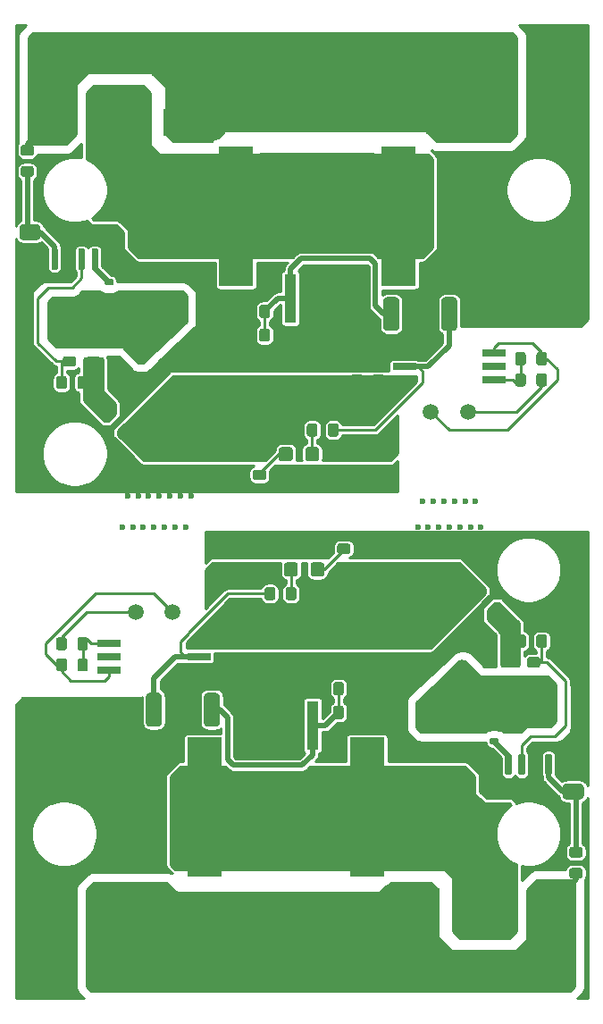
<source format=gtl>
G04 #@! TF.GenerationSoftware,KiCad,Pcbnew,(5.1.5)-3*
G04 #@! TF.CreationDate,2020-02-03T09:46:18+01:00*
G04 #@! TF.ProjectId,Chopper_v2,43686f70-7065-4725-9f76-322e6b696361,rev?*
G04 #@! TF.SameCoordinates,PXc65d40PYb71b000*
G04 #@! TF.FileFunction,Copper,L1,Top*
G04 #@! TF.FilePolarity,Positive*
%FSLAX46Y46*%
G04 Gerber Fmt 4.6, Leading zero omitted, Abs format (unit mm)*
G04 Created by KiCad (PCBNEW (5.1.5)-3) date 2020-02-03 09:46:18*
%MOMM*%
%LPD*%
G04 APERTURE LIST*
%ADD10C,0.100000*%
%ADD11O,2.000000X3.500000*%
%ADD12C,1.500000*%
%ADD13R,2.160000X0.640000*%
%ADD14R,1.100000X4.600000*%
%ADD15R,10.800000X9.400000*%
%ADD16R,2.300000X2.500000*%
%ADD17R,3.250000X13.200000*%
%ADD18C,0.600000*%
%ADD19C,0.500000*%
%ADD20C,0.250000*%
%ADD21C,0.254000*%
G04 APERTURE END LIST*
G04 #@! TA.AperFunction,SMDPad,CuDef*
D10*
G36*
X9516958Y67044290D02*
G01*
X9531276Y67042166D01*
X9545317Y67038649D01*
X9558946Y67033772D01*
X9572031Y67027583D01*
X9584447Y67020142D01*
X9596073Y67011519D01*
X9606798Y67001798D01*
X9616519Y66991073D01*
X9625142Y66979447D01*
X9632583Y66967031D01*
X9638772Y66953946D01*
X9643649Y66940317D01*
X9647166Y66926276D01*
X9649290Y66911958D01*
X9650000Y66897500D01*
X9650000Y66602500D01*
X9649290Y66588042D01*
X9647166Y66573724D01*
X9643649Y66559683D01*
X9638772Y66546054D01*
X9632583Y66532969D01*
X9625142Y66520553D01*
X9616519Y66508927D01*
X9606798Y66498202D01*
X9596073Y66488481D01*
X9584447Y66479858D01*
X9572031Y66472417D01*
X9558946Y66466228D01*
X9545317Y66461351D01*
X9531276Y66457834D01*
X9516958Y66455710D01*
X9502500Y66455000D01*
X8997500Y66455000D01*
X8983042Y66455710D01*
X8968724Y66457834D01*
X8954683Y66461351D01*
X8941054Y66466228D01*
X8927969Y66472417D01*
X8915553Y66479858D01*
X8903927Y66488481D01*
X8893202Y66498202D01*
X8883481Y66508927D01*
X8874858Y66520553D01*
X8867417Y66532969D01*
X8861228Y66546054D01*
X8856351Y66559683D01*
X8852834Y66573724D01*
X8850710Y66588042D01*
X8850000Y66602500D01*
X8850000Y66897500D01*
X8850710Y66911958D01*
X8852834Y66926276D01*
X8856351Y66940317D01*
X8861228Y66953946D01*
X8867417Y66967031D01*
X8874858Y66979447D01*
X8883481Y66991073D01*
X8893202Y67001798D01*
X8903927Y67011519D01*
X8915553Y67020142D01*
X8927969Y67027583D01*
X8941054Y67033772D01*
X8954683Y67038649D01*
X8968724Y67042166D01*
X8983042Y67044290D01*
X8997500Y67045000D01*
X9502500Y67045000D01*
X9516958Y67044290D01*
G37*
G04 #@! TD.AperFunction*
G04 #@! TA.AperFunction,SMDPad,CuDef*
G36*
X9516958Y68544290D02*
G01*
X9531276Y68542166D01*
X9545317Y68538649D01*
X9558946Y68533772D01*
X9572031Y68527583D01*
X9584447Y68520142D01*
X9596073Y68511519D01*
X9606798Y68501798D01*
X9616519Y68491073D01*
X9625142Y68479447D01*
X9632583Y68467031D01*
X9638772Y68453946D01*
X9643649Y68440317D01*
X9647166Y68426276D01*
X9649290Y68411958D01*
X9650000Y68397500D01*
X9650000Y68102500D01*
X9649290Y68088042D01*
X9647166Y68073724D01*
X9643649Y68059683D01*
X9638772Y68046054D01*
X9632583Y68032969D01*
X9625142Y68020553D01*
X9616519Y68008927D01*
X9606798Y67998202D01*
X9596073Y67988481D01*
X9584447Y67979858D01*
X9572031Y67972417D01*
X9558946Y67966228D01*
X9545317Y67961351D01*
X9531276Y67957834D01*
X9516958Y67955710D01*
X9502500Y67955000D01*
X8997500Y67955000D01*
X8983042Y67955710D01*
X8968724Y67957834D01*
X8954683Y67961351D01*
X8941054Y67966228D01*
X8927969Y67972417D01*
X8915553Y67979858D01*
X8903927Y67988481D01*
X8893202Y67998202D01*
X8883481Y68008927D01*
X8874858Y68020553D01*
X8867417Y68032969D01*
X8861228Y68046054D01*
X8856351Y68059683D01*
X8852834Y68073724D01*
X8850710Y68088042D01*
X8850000Y68102500D01*
X8850000Y68397500D01*
X8850710Y68411958D01*
X8852834Y68426276D01*
X8856351Y68440317D01*
X8861228Y68453946D01*
X8867417Y68467031D01*
X8874858Y68479447D01*
X8883481Y68491073D01*
X8893202Y68501798D01*
X8903927Y68511519D01*
X8915553Y68520142D01*
X8927969Y68527583D01*
X8941054Y68533772D01*
X8954683Y68538649D01*
X8968724Y68542166D01*
X8983042Y68544290D01*
X8997500Y68545000D01*
X9502500Y68545000D01*
X9516958Y68544290D01*
G37*
G04 #@! TD.AperFunction*
D11*
X9330000Y84000000D03*
X4250000Y84000000D03*
G04 #@! TA.AperFunction,SMDPad,CuDef*
D10*
G36*
X30774504Y54873796D02*
G01*
X30798773Y54870196D01*
X30822571Y54864235D01*
X30845671Y54855970D01*
X30867849Y54845480D01*
X30888893Y54832867D01*
X30908598Y54818253D01*
X30926777Y54801777D01*
X30943253Y54783598D01*
X30957867Y54763893D01*
X30970480Y54742849D01*
X30980970Y54720671D01*
X30989235Y54697571D01*
X30995196Y54673773D01*
X30998796Y54649504D01*
X31000000Y54625000D01*
X31000000Y53875000D01*
X30998796Y53850496D01*
X30995196Y53826227D01*
X30989235Y53802429D01*
X30980970Y53779329D01*
X30970480Y53757151D01*
X30957867Y53736107D01*
X30943253Y53716402D01*
X30926777Y53698223D01*
X30908598Y53681747D01*
X30888893Y53667133D01*
X30867849Y53654520D01*
X30845671Y53644030D01*
X30822571Y53635765D01*
X30798773Y53629804D01*
X30774504Y53626204D01*
X30750000Y53625000D01*
X30250000Y53625000D01*
X30225496Y53626204D01*
X30201227Y53629804D01*
X30177429Y53635765D01*
X30154329Y53644030D01*
X30132151Y53654520D01*
X30111107Y53667133D01*
X30091402Y53681747D01*
X30073223Y53698223D01*
X30056747Y53716402D01*
X30042133Y53736107D01*
X30029520Y53757151D01*
X30019030Y53779329D01*
X30010765Y53802429D01*
X30004804Y53826227D01*
X30001204Y53850496D01*
X30000000Y53875000D01*
X30000000Y54625000D01*
X30001204Y54649504D01*
X30004804Y54673773D01*
X30010765Y54697571D01*
X30019030Y54720671D01*
X30029520Y54742849D01*
X30042133Y54763893D01*
X30056747Y54783598D01*
X30073223Y54801777D01*
X30091402Y54818253D01*
X30111107Y54832867D01*
X30132151Y54845480D01*
X30154329Y54855970D01*
X30177429Y54864235D01*
X30201227Y54870196D01*
X30225496Y54873796D01*
X30250000Y54875000D01*
X30750000Y54875000D01*
X30774504Y54873796D01*
G37*
G04 #@! TD.AperFunction*
G04 #@! TA.AperFunction,SMDPad,CuDef*
G36*
X28774504Y54873796D02*
G01*
X28798773Y54870196D01*
X28822571Y54864235D01*
X28845671Y54855970D01*
X28867849Y54845480D01*
X28888893Y54832867D01*
X28908598Y54818253D01*
X28926777Y54801777D01*
X28943253Y54783598D01*
X28957867Y54763893D01*
X28970480Y54742849D01*
X28980970Y54720671D01*
X28989235Y54697571D01*
X28995196Y54673773D01*
X28998796Y54649504D01*
X29000000Y54625000D01*
X29000000Y53875000D01*
X28998796Y53850496D01*
X28995196Y53826227D01*
X28989235Y53802429D01*
X28980970Y53779329D01*
X28970480Y53757151D01*
X28957867Y53736107D01*
X28943253Y53716402D01*
X28926777Y53698223D01*
X28908598Y53681747D01*
X28888893Y53667133D01*
X28867849Y53654520D01*
X28845671Y53644030D01*
X28822571Y53635765D01*
X28798773Y53629804D01*
X28774504Y53626204D01*
X28750000Y53625000D01*
X28250000Y53625000D01*
X28225496Y53626204D01*
X28201227Y53629804D01*
X28177429Y53635765D01*
X28154329Y53644030D01*
X28132151Y53654520D01*
X28111107Y53667133D01*
X28091402Y53681747D01*
X28073223Y53698223D01*
X28056747Y53716402D01*
X28042133Y53736107D01*
X28029520Y53757151D01*
X28019030Y53779329D01*
X28010765Y53802429D01*
X28004804Y53826227D01*
X28001204Y53850496D01*
X28000000Y53875000D01*
X28000000Y54625000D01*
X28001204Y54649504D01*
X28004804Y54673773D01*
X28010765Y54697571D01*
X28019030Y54720671D01*
X28029520Y54742849D01*
X28042133Y54763893D01*
X28056747Y54783598D01*
X28073223Y54801777D01*
X28091402Y54818253D01*
X28111107Y54832867D01*
X28132151Y54845480D01*
X28154329Y54855970D01*
X28177429Y54864235D01*
X28201227Y54870196D01*
X28225496Y54873796D01*
X28250000Y54875000D01*
X28750000Y54875000D01*
X28774504Y54873796D01*
G37*
G04 #@! TD.AperFunction*
D12*
X39750000Y56000000D03*
X43250000Y56000000D03*
G04 #@! TA.AperFunction,SMDPad,CuDef*
D10*
G36*
X19899504Y52498796D02*
G01*
X19923773Y52495196D01*
X19947571Y52489235D01*
X19970671Y52480970D01*
X19992849Y52470480D01*
X20013893Y52457867D01*
X20033598Y52443253D01*
X20051777Y52426777D01*
X20068253Y52408598D01*
X20082867Y52388893D01*
X20095480Y52367849D01*
X20105970Y52345671D01*
X20114235Y52322571D01*
X20120196Y52298773D01*
X20123796Y52274504D01*
X20125000Y52250000D01*
X20125000Y51750000D01*
X20123796Y51725496D01*
X20120196Y51701227D01*
X20114235Y51677429D01*
X20105970Y51654329D01*
X20095480Y51632151D01*
X20082867Y51611107D01*
X20068253Y51591402D01*
X20051777Y51573223D01*
X20033598Y51556747D01*
X20013893Y51542133D01*
X19992849Y51529520D01*
X19970671Y51519030D01*
X19947571Y51510765D01*
X19923773Y51504804D01*
X19899504Y51501204D01*
X19875000Y51500000D01*
X19125000Y51500000D01*
X19100496Y51501204D01*
X19076227Y51504804D01*
X19052429Y51510765D01*
X19029329Y51519030D01*
X19007151Y51529520D01*
X18986107Y51542133D01*
X18966402Y51556747D01*
X18948223Y51573223D01*
X18931747Y51591402D01*
X18917133Y51611107D01*
X18904520Y51632151D01*
X18894030Y51654329D01*
X18885765Y51677429D01*
X18879804Y51701227D01*
X18876204Y51725496D01*
X18875000Y51750000D01*
X18875000Y52250000D01*
X18876204Y52274504D01*
X18879804Y52298773D01*
X18885765Y52322571D01*
X18894030Y52345671D01*
X18904520Y52367849D01*
X18917133Y52388893D01*
X18931747Y52408598D01*
X18948223Y52426777D01*
X18966402Y52443253D01*
X18986107Y52457867D01*
X19007151Y52470480D01*
X19029329Y52480970D01*
X19052429Y52489235D01*
X19076227Y52495196D01*
X19100496Y52498796D01*
X19125000Y52500000D01*
X19875000Y52500000D01*
X19899504Y52498796D01*
G37*
G04 #@! TD.AperFunction*
G04 #@! TA.AperFunction,SMDPad,CuDef*
G36*
X19899504Y50498796D02*
G01*
X19923773Y50495196D01*
X19947571Y50489235D01*
X19970671Y50480970D01*
X19992849Y50470480D01*
X20013893Y50457867D01*
X20033598Y50443253D01*
X20051777Y50426777D01*
X20068253Y50408598D01*
X20082867Y50388893D01*
X20095480Y50367849D01*
X20105970Y50345671D01*
X20114235Y50322571D01*
X20120196Y50298773D01*
X20123796Y50274504D01*
X20125000Y50250000D01*
X20125000Y49750000D01*
X20123796Y49725496D01*
X20120196Y49701227D01*
X20114235Y49677429D01*
X20105970Y49654329D01*
X20095480Y49632151D01*
X20082867Y49611107D01*
X20068253Y49591402D01*
X20051777Y49573223D01*
X20033598Y49556747D01*
X20013893Y49542133D01*
X19992849Y49529520D01*
X19970671Y49519030D01*
X19947571Y49510765D01*
X19923773Y49504804D01*
X19899504Y49501204D01*
X19875000Y49500000D01*
X19125000Y49500000D01*
X19100496Y49501204D01*
X19076227Y49504804D01*
X19052429Y49510765D01*
X19029329Y49519030D01*
X19007151Y49529520D01*
X18986107Y49542133D01*
X18966402Y49556747D01*
X18948223Y49573223D01*
X18931747Y49591402D01*
X18917133Y49611107D01*
X18904520Y49632151D01*
X18894030Y49654329D01*
X18885765Y49677429D01*
X18879804Y49701227D01*
X18876204Y49725496D01*
X18875000Y49750000D01*
X18875000Y50250000D01*
X18876204Y50274504D01*
X18879804Y50298773D01*
X18885765Y50322571D01*
X18894030Y50345671D01*
X18904520Y50367849D01*
X18917133Y50388893D01*
X18931747Y50408598D01*
X18948223Y50426777D01*
X18966402Y50443253D01*
X18986107Y50457867D01*
X19007151Y50470480D01*
X19029329Y50480970D01*
X19052429Y50489235D01*
X19076227Y50495196D01*
X19100496Y50498796D01*
X19125000Y50500000D01*
X19875000Y50500000D01*
X19899504Y50498796D01*
G37*
G04 #@! TD.AperFunction*
G04 #@! TA.AperFunction,SMDPad,CuDef*
G36*
X7024504Y59373796D02*
G01*
X7048773Y59370196D01*
X7072571Y59364235D01*
X7095671Y59355970D01*
X7117849Y59345480D01*
X7138893Y59332867D01*
X7158598Y59318253D01*
X7176777Y59301777D01*
X7193253Y59283598D01*
X7207867Y59263893D01*
X7220480Y59242849D01*
X7230970Y59220671D01*
X7239235Y59197571D01*
X7245196Y59173773D01*
X7248796Y59149504D01*
X7250000Y59125000D01*
X7250000Y58375000D01*
X7248796Y58350496D01*
X7245196Y58326227D01*
X7239235Y58302429D01*
X7230970Y58279329D01*
X7220480Y58257151D01*
X7207867Y58236107D01*
X7193253Y58216402D01*
X7176777Y58198223D01*
X7158598Y58181747D01*
X7138893Y58167133D01*
X7117849Y58154520D01*
X7095671Y58144030D01*
X7072571Y58135765D01*
X7048773Y58129804D01*
X7024504Y58126204D01*
X7000000Y58125000D01*
X6500000Y58125000D01*
X6475496Y58126204D01*
X6451227Y58129804D01*
X6427429Y58135765D01*
X6404329Y58144030D01*
X6382151Y58154520D01*
X6361107Y58167133D01*
X6341402Y58181747D01*
X6323223Y58198223D01*
X6306747Y58216402D01*
X6292133Y58236107D01*
X6279520Y58257151D01*
X6269030Y58279329D01*
X6260765Y58302429D01*
X6254804Y58326227D01*
X6251204Y58350496D01*
X6250000Y58375000D01*
X6250000Y59125000D01*
X6251204Y59149504D01*
X6254804Y59173773D01*
X6260765Y59197571D01*
X6269030Y59220671D01*
X6279520Y59242849D01*
X6292133Y59263893D01*
X6306747Y59283598D01*
X6323223Y59301777D01*
X6341402Y59318253D01*
X6361107Y59332867D01*
X6382151Y59345480D01*
X6404329Y59355970D01*
X6427429Y59364235D01*
X6451227Y59370196D01*
X6475496Y59373796D01*
X6500000Y59375000D01*
X7000000Y59375000D01*
X7024504Y59373796D01*
G37*
G04 #@! TD.AperFunction*
G04 #@! TA.AperFunction,SMDPad,CuDef*
G36*
X5024504Y59373796D02*
G01*
X5048773Y59370196D01*
X5072571Y59364235D01*
X5095671Y59355970D01*
X5117849Y59345480D01*
X5138893Y59332867D01*
X5158598Y59318253D01*
X5176777Y59301777D01*
X5193253Y59283598D01*
X5207867Y59263893D01*
X5220480Y59242849D01*
X5230970Y59220671D01*
X5239235Y59197571D01*
X5245196Y59173773D01*
X5248796Y59149504D01*
X5250000Y59125000D01*
X5250000Y58375000D01*
X5248796Y58350496D01*
X5245196Y58326227D01*
X5239235Y58302429D01*
X5230970Y58279329D01*
X5220480Y58257151D01*
X5207867Y58236107D01*
X5193253Y58216402D01*
X5176777Y58198223D01*
X5158598Y58181747D01*
X5138893Y58167133D01*
X5117849Y58154520D01*
X5095671Y58144030D01*
X5072571Y58135765D01*
X5048773Y58129804D01*
X5024504Y58126204D01*
X5000000Y58125000D01*
X4500000Y58125000D01*
X4475496Y58126204D01*
X4451227Y58129804D01*
X4427429Y58135765D01*
X4404329Y58144030D01*
X4382151Y58154520D01*
X4361107Y58167133D01*
X4341402Y58181747D01*
X4323223Y58198223D01*
X4306747Y58216402D01*
X4292133Y58236107D01*
X4279520Y58257151D01*
X4269030Y58279329D01*
X4260765Y58302429D01*
X4254804Y58326227D01*
X4251204Y58350496D01*
X4250000Y58375000D01*
X4250000Y59125000D01*
X4251204Y59149504D01*
X4254804Y59173773D01*
X4260765Y59197571D01*
X4269030Y59220671D01*
X4279520Y59242849D01*
X4292133Y59263893D01*
X4306747Y59283598D01*
X4323223Y59301777D01*
X4341402Y59318253D01*
X4361107Y59332867D01*
X4382151Y59345480D01*
X4404329Y59355970D01*
X4427429Y59364235D01*
X4451227Y59370196D01*
X4475496Y59373796D01*
X4500000Y59375000D01*
X5000000Y59375000D01*
X5024504Y59373796D01*
G37*
G04 #@! TD.AperFunction*
G04 #@! TA.AperFunction,SMDPad,CuDef*
G36*
X8149504Y63248796D02*
G01*
X8173773Y63245196D01*
X8197571Y63239235D01*
X8220671Y63230970D01*
X8242849Y63220480D01*
X8263893Y63207867D01*
X8283598Y63193253D01*
X8301777Y63176777D01*
X8318253Y63158598D01*
X8332867Y63138893D01*
X8345480Y63117849D01*
X8355970Y63095671D01*
X8364235Y63072571D01*
X8370196Y63048773D01*
X8373796Y63024504D01*
X8375000Y63000000D01*
X8375000Y62500000D01*
X8373796Y62475496D01*
X8370196Y62451227D01*
X8364235Y62427429D01*
X8355970Y62404329D01*
X8345480Y62382151D01*
X8332867Y62361107D01*
X8318253Y62341402D01*
X8301777Y62323223D01*
X8283598Y62306747D01*
X8263893Y62292133D01*
X8242849Y62279520D01*
X8220671Y62269030D01*
X8197571Y62260765D01*
X8173773Y62254804D01*
X8149504Y62251204D01*
X8125000Y62250000D01*
X7375000Y62250000D01*
X7350496Y62251204D01*
X7326227Y62254804D01*
X7302429Y62260765D01*
X7279329Y62269030D01*
X7257151Y62279520D01*
X7236107Y62292133D01*
X7216402Y62306747D01*
X7198223Y62323223D01*
X7181747Y62341402D01*
X7167133Y62361107D01*
X7154520Y62382151D01*
X7144030Y62404329D01*
X7135765Y62427429D01*
X7129804Y62451227D01*
X7126204Y62475496D01*
X7125000Y62500000D01*
X7125000Y63000000D01*
X7126204Y63024504D01*
X7129804Y63048773D01*
X7135765Y63072571D01*
X7144030Y63095671D01*
X7154520Y63117849D01*
X7167133Y63138893D01*
X7181747Y63158598D01*
X7198223Y63176777D01*
X7216402Y63193253D01*
X7236107Y63207867D01*
X7257151Y63220480D01*
X7279329Y63230970D01*
X7302429Y63239235D01*
X7326227Y63245196D01*
X7350496Y63248796D01*
X7375000Y63250000D01*
X8125000Y63250000D01*
X8149504Y63248796D01*
G37*
G04 #@! TD.AperFunction*
G04 #@! TA.AperFunction,SMDPad,CuDef*
G36*
X8149504Y61248796D02*
G01*
X8173773Y61245196D01*
X8197571Y61239235D01*
X8220671Y61230970D01*
X8242849Y61220480D01*
X8263893Y61207867D01*
X8283598Y61193253D01*
X8301777Y61176777D01*
X8318253Y61158598D01*
X8332867Y61138893D01*
X8345480Y61117849D01*
X8355970Y61095671D01*
X8364235Y61072571D01*
X8370196Y61048773D01*
X8373796Y61024504D01*
X8375000Y61000000D01*
X8375000Y60500000D01*
X8373796Y60475496D01*
X8370196Y60451227D01*
X8364235Y60427429D01*
X8355970Y60404329D01*
X8345480Y60382151D01*
X8332867Y60361107D01*
X8318253Y60341402D01*
X8301777Y60323223D01*
X8283598Y60306747D01*
X8263893Y60292133D01*
X8242849Y60279520D01*
X8220671Y60269030D01*
X8197571Y60260765D01*
X8173773Y60254804D01*
X8149504Y60251204D01*
X8125000Y60250000D01*
X7375000Y60250000D01*
X7350496Y60251204D01*
X7326227Y60254804D01*
X7302429Y60260765D01*
X7279329Y60269030D01*
X7257151Y60279520D01*
X7236107Y60292133D01*
X7216402Y60306747D01*
X7198223Y60323223D01*
X7181747Y60341402D01*
X7167133Y60361107D01*
X7154520Y60382151D01*
X7144030Y60404329D01*
X7135765Y60427429D01*
X7129804Y60451227D01*
X7126204Y60475496D01*
X7125000Y60500000D01*
X7125000Y61000000D01*
X7126204Y61024504D01*
X7129804Y61048773D01*
X7135765Y61072571D01*
X7144030Y61095671D01*
X7154520Y61117849D01*
X7167133Y61138893D01*
X7181747Y61158598D01*
X7198223Y61176777D01*
X7216402Y61193253D01*
X7236107Y61207867D01*
X7257151Y61220480D01*
X7279329Y61230970D01*
X7302429Y61239235D01*
X7326227Y61245196D01*
X7350496Y61248796D01*
X7375000Y61250000D01*
X8125000Y61250000D01*
X8149504Y61248796D01*
G37*
G04 #@! TD.AperFunction*
G04 #@! TA.AperFunction,SMDPad,CuDef*
G36*
X16149504Y50498796D02*
G01*
X16173773Y50495196D01*
X16197571Y50489235D01*
X16220671Y50480970D01*
X16242849Y50470480D01*
X16263893Y50457867D01*
X16283598Y50443253D01*
X16301777Y50426777D01*
X16318253Y50408598D01*
X16332867Y50388893D01*
X16345480Y50367849D01*
X16355970Y50345671D01*
X16364235Y50322571D01*
X16370196Y50298773D01*
X16373796Y50274504D01*
X16375000Y50250000D01*
X16375000Y49750000D01*
X16373796Y49725496D01*
X16370196Y49701227D01*
X16364235Y49677429D01*
X16355970Y49654329D01*
X16345480Y49632151D01*
X16332867Y49611107D01*
X16318253Y49591402D01*
X16301777Y49573223D01*
X16283598Y49556747D01*
X16263893Y49542133D01*
X16242849Y49529520D01*
X16220671Y49519030D01*
X16197571Y49510765D01*
X16173773Y49504804D01*
X16149504Y49501204D01*
X16125000Y49500000D01*
X15375000Y49500000D01*
X15350496Y49501204D01*
X15326227Y49504804D01*
X15302429Y49510765D01*
X15279329Y49519030D01*
X15257151Y49529520D01*
X15236107Y49542133D01*
X15216402Y49556747D01*
X15198223Y49573223D01*
X15181747Y49591402D01*
X15167133Y49611107D01*
X15154520Y49632151D01*
X15144030Y49654329D01*
X15135765Y49677429D01*
X15129804Y49701227D01*
X15126204Y49725496D01*
X15125000Y49750000D01*
X15125000Y50250000D01*
X15126204Y50274504D01*
X15129804Y50298773D01*
X15135765Y50322571D01*
X15144030Y50345671D01*
X15154520Y50367849D01*
X15167133Y50388893D01*
X15181747Y50408598D01*
X15198223Y50426777D01*
X15216402Y50443253D01*
X15236107Y50457867D01*
X15257151Y50470480D01*
X15279329Y50480970D01*
X15302429Y50489235D01*
X15326227Y50495196D01*
X15350496Y50498796D01*
X15375000Y50500000D01*
X16125000Y50500000D01*
X16149504Y50498796D01*
G37*
G04 #@! TD.AperFunction*
G04 #@! TA.AperFunction,SMDPad,CuDef*
G36*
X16149504Y52498796D02*
G01*
X16173773Y52495196D01*
X16197571Y52489235D01*
X16220671Y52480970D01*
X16242849Y52470480D01*
X16263893Y52457867D01*
X16283598Y52443253D01*
X16301777Y52426777D01*
X16318253Y52408598D01*
X16332867Y52388893D01*
X16345480Y52367849D01*
X16355970Y52345671D01*
X16364235Y52322571D01*
X16370196Y52298773D01*
X16373796Y52274504D01*
X16375000Y52250000D01*
X16375000Y51750000D01*
X16373796Y51725496D01*
X16370196Y51701227D01*
X16364235Y51677429D01*
X16355970Y51654329D01*
X16345480Y51632151D01*
X16332867Y51611107D01*
X16318253Y51591402D01*
X16301777Y51573223D01*
X16283598Y51556747D01*
X16263893Y51542133D01*
X16242849Y51529520D01*
X16220671Y51519030D01*
X16197571Y51510765D01*
X16173773Y51504804D01*
X16149504Y51501204D01*
X16125000Y51500000D01*
X15375000Y51500000D01*
X15350496Y51501204D01*
X15326227Y51504804D01*
X15302429Y51510765D01*
X15279329Y51519030D01*
X15257151Y51529520D01*
X15236107Y51542133D01*
X15216402Y51556747D01*
X15198223Y51573223D01*
X15181747Y51591402D01*
X15167133Y51611107D01*
X15154520Y51632151D01*
X15144030Y51654329D01*
X15135765Y51677429D01*
X15129804Y51701227D01*
X15126204Y51725496D01*
X15125000Y51750000D01*
X15125000Y52250000D01*
X15126204Y52274504D01*
X15129804Y52298773D01*
X15135765Y52322571D01*
X15144030Y52345671D01*
X15154520Y52367849D01*
X15167133Y52388893D01*
X15181747Y52408598D01*
X15198223Y52426777D01*
X15216402Y52443253D01*
X15236107Y52457867D01*
X15257151Y52470480D01*
X15279329Y52480970D01*
X15302429Y52489235D01*
X15326227Y52495196D01*
X15350496Y52498796D01*
X15375000Y52500000D01*
X16125000Y52500000D01*
X16149504Y52498796D01*
G37*
G04 #@! TD.AperFunction*
G04 #@! TA.AperFunction,SMDPad,CuDef*
G36*
X36411756Y66848194D02*
G01*
X36448159Y66842794D01*
X36483857Y66833853D01*
X36518506Y66821455D01*
X36551774Y66805720D01*
X36583339Y66786801D01*
X36612897Y66764879D01*
X36640165Y66740165D01*
X36664879Y66712897D01*
X36686801Y66683339D01*
X36705720Y66651774D01*
X36721455Y66618506D01*
X36733853Y66583857D01*
X36742794Y66548159D01*
X36748194Y66511756D01*
X36750000Y66475000D01*
X36750000Y64025000D01*
X36748194Y63988244D01*
X36742794Y63951841D01*
X36733853Y63916143D01*
X36721455Y63881494D01*
X36705720Y63848226D01*
X36686801Y63816661D01*
X36664879Y63787103D01*
X36640165Y63759835D01*
X36612897Y63735121D01*
X36583339Y63713199D01*
X36551774Y63694280D01*
X36518506Y63678545D01*
X36483857Y63666147D01*
X36448159Y63657206D01*
X36411756Y63651806D01*
X36375000Y63650000D01*
X35625000Y63650000D01*
X35588244Y63651806D01*
X35551841Y63657206D01*
X35516143Y63666147D01*
X35481494Y63678545D01*
X35448226Y63694280D01*
X35416661Y63713199D01*
X35387103Y63735121D01*
X35359835Y63759835D01*
X35335121Y63787103D01*
X35313199Y63816661D01*
X35294280Y63848226D01*
X35278545Y63881494D01*
X35266147Y63916143D01*
X35257206Y63951841D01*
X35251806Y63988244D01*
X35250000Y64025000D01*
X35250000Y66475000D01*
X35251806Y66511756D01*
X35257206Y66548159D01*
X35266147Y66583857D01*
X35278545Y66618506D01*
X35294280Y66651774D01*
X35313199Y66683339D01*
X35335121Y66712897D01*
X35359835Y66740165D01*
X35387103Y66764879D01*
X35416661Y66786801D01*
X35448226Y66805720D01*
X35481494Y66821455D01*
X35516143Y66833853D01*
X35551841Y66842794D01*
X35588244Y66848194D01*
X35625000Y66850000D01*
X36375000Y66850000D01*
X36411756Y66848194D01*
G37*
G04 #@! TD.AperFunction*
G04 #@! TA.AperFunction,SMDPad,CuDef*
G36*
X41911756Y66848194D02*
G01*
X41948159Y66842794D01*
X41983857Y66833853D01*
X42018506Y66821455D01*
X42051774Y66805720D01*
X42083339Y66786801D01*
X42112897Y66764879D01*
X42140165Y66740165D01*
X42164879Y66712897D01*
X42186801Y66683339D01*
X42205720Y66651774D01*
X42221455Y66618506D01*
X42233853Y66583857D01*
X42242794Y66548159D01*
X42248194Y66511756D01*
X42250000Y66475000D01*
X42250000Y64025000D01*
X42248194Y63988244D01*
X42242794Y63951841D01*
X42233853Y63916143D01*
X42221455Y63881494D01*
X42205720Y63848226D01*
X42186801Y63816661D01*
X42164879Y63787103D01*
X42140165Y63759835D01*
X42112897Y63735121D01*
X42083339Y63713199D01*
X42051774Y63694280D01*
X42018506Y63678545D01*
X41983857Y63666147D01*
X41948159Y63657206D01*
X41911756Y63651806D01*
X41875000Y63650000D01*
X41125000Y63650000D01*
X41088244Y63651806D01*
X41051841Y63657206D01*
X41016143Y63666147D01*
X40981494Y63678545D01*
X40948226Y63694280D01*
X40916661Y63713199D01*
X40887103Y63735121D01*
X40859835Y63759835D01*
X40835121Y63787103D01*
X40813199Y63816661D01*
X40794280Y63848226D01*
X40778545Y63881494D01*
X40766147Y63916143D01*
X40757206Y63951841D01*
X40751806Y63988244D01*
X40750000Y64025000D01*
X40750000Y66475000D01*
X40751806Y66511756D01*
X40757206Y66548159D01*
X40766147Y66583857D01*
X40778545Y66618506D01*
X40794280Y66651774D01*
X40813199Y66683339D01*
X40835121Y66712897D01*
X40859835Y66740165D01*
X40887103Y66764879D01*
X40916661Y66786801D01*
X40948226Y66805720D01*
X40981494Y66821455D01*
X41016143Y66833853D01*
X41051841Y66842794D01*
X41088244Y66848194D01*
X41125000Y66850000D01*
X41875000Y66850000D01*
X41911756Y66848194D01*
G37*
G04 #@! TD.AperFunction*
D13*
X45770000Y58980000D03*
X45770000Y60250000D03*
X45770000Y61520000D03*
X37230000Y61520000D03*
X37230000Y60250000D03*
X37230000Y58980000D03*
G04 #@! TA.AperFunction,SMDPad,CuDef*
D10*
G36*
X17899504Y52498796D02*
G01*
X17923773Y52495196D01*
X17947571Y52489235D01*
X17970671Y52480970D01*
X17992849Y52470480D01*
X18013893Y52457867D01*
X18033598Y52443253D01*
X18051777Y52426777D01*
X18068253Y52408598D01*
X18082867Y52388893D01*
X18095480Y52367849D01*
X18105970Y52345671D01*
X18114235Y52322571D01*
X18120196Y52298773D01*
X18123796Y52274504D01*
X18125000Y52250000D01*
X18125000Y51750000D01*
X18123796Y51725496D01*
X18120196Y51701227D01*
X18114235Y51677429D01*
X18105970Y51654329D01*
X18095480Y51632151D01*
X18082867Y51611107D01*
X18068253Y51591402D01*
X18051777Y51573223D01*
X18033598Y51556747D01*
X18013893Y51542133D01*
X17992849Y51529520D01*
X17970671Y51519030D01*
X17947571Y51510765D01*
X17923773Y51504804D01*
X17899504Y51501204D01*
X17875000Y51500000D01*
X17125000Y51500000D01*
X17100496Y51501204D01*
X17076227Y51504804D01*
X17052429Y51510765D01*
X17029329Y51519030D01*
X17007151Y51529520D01*
X16986107Y51542133D01*
X16966402Y51556747D01*
X16948223Y51573223D01*
X16931747Y51591402D01*
X16917133Y51611107D01*
X16904520Y51632151D01*
X16894030Y51654329D01*
X16885765Y51677429D01*
X16879804Y51701227D01*
X16876204Y51725496D01*
X16875000Y51750000D01*
X16875000Y52250000D01*
X16876204Y52274504D01*
X16879804Y52298773D01*
X16885765Y52322571D01*
X16894030Y52345671D01*
X16904520Y52367849D01*
X16917133Y52388893D01*
X16931747Y52408598D01*
X16948223Y52426777D01*
X16966402Y52443253D01*
X16986107Y52457867D01*
X17007151Y52470480D01*
X17029329Y52480970D01*
X17052429Y52489235D01*
X17076227Y52495196D01*
X17100496Y52498796D01*
X17125000Y52500000D01*
X17875000Y52500000D01*
X17899504Y52498796D01*
G37*
G04 #@! TD.AperFunction*
G04 #@! TA.AperFunction,SMDPad,CuDef*
G36*
X17899504Y50498796D02*
G01*
X17923773Y50495196D01*
X17947571Y50489235D01*
X17970671Y50480970D01*
X17992849Y50470480D01*
X18013893Y50457867D01*
X18033598Y50443253D01*
X18051777Y50426777D01*
X18068253Y50408598D01*
X18082867Y50388893D01*
X18095480Y50367849D01*
X18105970Y50345671D01*
X18114235Y50322571D01*
X18120196Y50298773D01*
X18123796Y50274504D01*
X18125000Y50250000D01*
X18125000Y49750000D01*
X18123796Y49725496D01*
X18120196Y49701227D01*
X18114235Y49677429D01*
X18105970Y49654329D01*
X18095480Y49632151D01*
X18082867Y49611107D01*
X18068253Y49591402D01*
X18051777Y49573223D01*
X18033598Y49556747D01*
X18013893Y49542133D01*
X17992849Y49529520D01*
X17970671Y49519030D01*
X17947571Y49510765D01*
X17923773Y49504804D01*
X17899504Y49501204D01*
X17875000Y49500000D01*
X17125000Y49500000D01*
X17100496Y49501204D01*
X17076227Y49504804D01*
X17052429Y49510765D01*
X17029329Y49519030D01*
X17007151Y49529520D01*
X16986107Y49542133D01*
X16966402Y49556747D01*
X16948223Y49573223D01*
X16931747Y49591402D01*
X16917133Y49611107D01*
X16904520Y49632151D01*
X16894030Y49654329D01*
X16885765Y49677429D01*
X16879804Y49701227D01*
X16876204Y49725496D01*
X16875000Y49750000D01*
X16875000Y50250000D01*
X16876204Y50274504D01*
X16879804Y50298773D01*
X16885765Y50322571D01*
X16894030Y50345671D01*
X16904520Y50367849D01*
X16917133Y50388893D01*
X16931747Y50408598D01*
X16948223Y50426777D01*
X16966402Y50443253D01*
X16986107Y50457867D01*
X17007151Y50470480D01*
X17029329Y50480970D01*
X17052429Y50489235D01*
X17076227Y50495196D01*
X17100496Y50498796D01*
X17125000Y50500000D01*
X17875000Y50500000D01*
X17899504Y50498796D01*
G37*
G04 #@! TD.AperFunction*
G04 #@! TA.AperFunction,SMDPad,CuDef*
G36*
X5899504Y61248796D02*
G01*
X5923773Y61245196D01*
X5947571Y61239235D01*
X5970671Y61230970D01*
X5992849Y61220480D01*
X6013893Y61207867D01*
X6033598Y61193253D01*
X6051777Y61176777D01*
X6068253Y61158598D01*
X6082867Y61138893D01*
X6095480Y61117849D01*
X6105970Y61095671D01*
X6114235Y61072571D01*
X6120196Y61048773D01*
X6123796Y61024504D01*
X6125000Y61000000D01*
X6125000Y60500000D01*
X6123796Y60475496D01*
X6120196Y60451227D01*
X6114235Y60427429D01*
X6105970Y60404329D01*
X6095480Y60382151D01*
X6082867Y60361107D01*
X6068253Y60341402D01*
X6051777Y60323223D01*
X6033598Y60306747D01*
X6013893Y60292133D01*
X5992849Y60279520D01*
X5970671Y60269030D01*
X5947571Y60260765D01*
X5923773Y60254804D01*
X5899504Y60251204D01*
X5875000Y60250000D01*
X5125000Y60250000D01*
X5100496Y60251204D01*
X5076227Y60254804D01*
X5052429Y60260765D01*
X5029329Y60269030D01*
X5007151Y60279520D01*
X4986107Y60292133D01*
X4966402Y60306747D01*
X4948223Y60323223D01*
X4931747Y60341402D01*
X4917133Y60361107D01*
X4904520Y60382151D01*
X4894030Y60404329D01*
X4885765Y60427429D01*
X4879804Y60451227D01*
X4876204Y60475496D01*
X4875000Y60500000D01*
X4875000Y61000000D01*
X4876204Y61024504D01*
X4879804Y61048773D01*
X4885765Y61072571D01*
X4894030Y61095671D01*
X4904520Y61117849D01*
X4917133Y61138893D01*
X4931747Y61158598D01*
X4948223Y61176777D01*
X4966402Y61193253D01*
X4986107Y61207867D01*
X5007151Y61220480D01*
X5029329Y61230970D01*
X5052429Y61239235D01*
X5076227Y61245196D01*
X5100496Y61248796D01*
X5125000Y61250000D01*
X5875000Y61250000D01*
X5899504Y61248796D01*
G37*
G04 #@! TD.AperFunction*
G04 #@! TA.AperFunction,SMDPad,CuDef*
G36*
X5899504Y63248796D02*
G01*
X5923773Y63245196D01*
X5947571Y63239235D01*
X5970671Y63230970D01*
X5992849Y63220480D01*
X6013893Y63207867D01*
X6033598Y63193253D01*
X6051777Y63176777D01*
X6068253Y63158598D01*
X6082867Y63138893D01*
X6095480Y63117849D01*
X6105970Y63095671D01*
X6114235Y63072571D01*
X6120196Y63048773D01*
X6123796Y63024504D01*
X6125000Y63000000D01*
X6125000Y62500000D01*
X6123796Y62475496D01*
X6120196Y62451227D01*
X6114235Y62427429D01*
X6105970Y62404329D01*
X6095480Y62382151D01*
X6082867Y62361107D01*
X6068253Y62341402D01*
X6051777Y62323223D01*
X6033598Y62306747D01*
X6013893Y62292133D01*
X5992849Y62279520D01*
X5970671Y62269030D01*
X5947571Y62260765D01*
X5923773Y62254804D01*
X5899504Y62251204D01*
X5875000Y62250000D01*
X5125000Y62250000D01*
X5100496Y62251204D01*
X5076227Y62254804D01*
X5052429Y62260765D01*
X5029329Y62269030D01*
X5007151Y62279520D01*
X4986107Y62292133D01*
X4966402Y62306747D01*
X4948223Y62323223D01*
X4931747Y62341402D01*
X4917133Y62361107D01*
X4904520Y62382151D01*
X4894030Y62404329D01*
X4885765Y62427429D01*
X4879804Y62451227D01*
X4876204Y62475496D01*
X4875000Y62500000D01*
X4875000Y63000000D01*
X4876204Y63024504D01*
X4879804Y63048773D01*
X4885765Y63072571D01*
X4894030Y63095671D01*
X4904520Y63117849D01*
X4917133Y63138893D01*
X4931747Y63158598D01*
X4948223Y63176777D01*
X4966402Y63193253D01*
X4986107Y63207867D01*
X5007151Y63220480D01*
X5029329Y63230970D01*
X5052429Y63239235D01*
X5076227Y63245196D01*
X5100496Y63248796D01*
X5125000Y63250000D01*
X5875000Y63250000D01*
X5899504Y63248796D01*
G37*
G04 #@! TD.AperFunction*
G04 #@! TA.AperFunction,SMDPad,CuDef*
G36*
X14516958Y52044290D02*
G01*
X14531276Y52042166D01*
X14545317Y52038649D01*
X14558946Y52033772D01*
X14572031Y52027583D01*
X14584447Y52020142D01*
X14596073Y52011519D01*
X14606798Y52001798D01*
X14616519Y51991073D01*
X14625142Y51979447D01*
X14632583Y51967031D01*
X14638772Y51953946D01*
X14643649Y51940317D01*
X14647166Y51926276D01*
X14649290Y51911958D01*
X14650000Y51897500D01*
X14650000Y51602500D01*
X14649290Y51588042D01*
X14647166Y51573724D01*
X14643649Y51559683D01*
X14638772Y51546054D01*
X14632583Y51532969D01*
X14625142Y51520553D01*
X14616519Y51508927D01*
X14606798Y51498202D01*
X14596073Y51488481D01*
X14584447Y51479858D01*
X14572031Y51472417D01*
X14558946Y51466228D01*
X14545317Y51461351D01*
X14531276Y51457834D01*
X14516958Y51455710D01*
X14502500Y51455000D01*
X13997500Y51455000D01*
X13983042Y51455710D01*
X13968724Y51457834D01*
X13954683Y51461351D01*
X13941054Y51466228D01*
X13927969Y51472417D01*
X13915553Y51479858D01*
X13903927Y51488481D01*
X13893202Y51498202D01*
X13883481Y51508927D01*
X13874858Y51520553D01*
X13867417Y51532969D01*
X13861228Y51546054D01*
X13856351Y51559683D01*
X13852834Y51573724D01*
X13850710Y51588042D01*
X13850000Y51602500D01*
X13850000Y51897500D01*
X13850710Y51911958D01*
X13852834Y51926276D01*
X13856351Y51940317D01*
X13861228Y51953946D01*
X13867417Y51967031D01*
X13874858Y51979447D01*
X13883481Y51991073D01*
X13893202Y52001798D01*
X13903927Y52011519D01*
X13915553Y52020142D01*
X13927969Y52027583D01*
X13941054Y52033772D01*
X13954683Y52038649D01*
X13968724Y52042166D01*
X13983042Y52044290D01*
X13997500Y52045000D01*
X14502500Y52045000D01*
X14516958Y52044290D01*
G37*
G04 #@! TD.AperFunction*
G04 #@! TA.AperFunction,SMDPad,CuDef*
G36*
X14516958Y50544290D02*
G01*
X14531276Y50542166D01*
X14545317Y50538649D01*
X14558946Y50533772D01*
X14572031Y50527583D01*
X14584447Y50520142D01*
X14596073Y50511519D01*
X14606798Y50501798D01*
X14616519Y50491073D01*
X14625142Y50479447D01*
X14632583Y50467031D01*
X14638772Y50453946D01*
X14643649Y50440317D01*
X14647166Y50426276D01*
X14649290Y50411958D01*
X14650000Y50397500D01*
X14650000Y50102500D01*
X14649290Y50088042D01*
X14647166Y50073724D01*
X14643649Y50059683D01*
X14638772Y50046054D01*
X14632583Y50032969D01*
X14625142Y50020553D01*
X14616519Y50008927D01*
X14606798Y49998202D01*
X14596073Y49988481D01*
X14584447Y49979858D01*
X14572031Y49972417D01*
X14558946Y49966228D01*
X14545317Y49961351D01*
X14531276Y49957834D01*
X14516958Y49955710D01*
X14502500Y49955000D01*
X13997500Y49955000D01*
X13983042Y49955710D01*
X13968724Y49957834D01*
X13954683Y49961351D01*
X13941054Y49966228D01*
X13927969Y49972417D01*
X13915553Y49979858D01*
X13903927Y49988481D01*
X13893202Y49998202D01*
X13883481Y50008927D01*
X13874858Y50020553D01*
X13867417Y50032969D01*
X13861228Y50046054D01*
X13856351Y50059683D01*
X13852834Y50073724D01*
X13850710Y50088042D01*
X13850000Y50102500D01*
X13850000Y50397500D01*
X13850710Y50411958D01*
X13852834Y50426276D01*
X13856351Y50440317D01*
X13861228Y50453946D01*
X13867417Y50467031D01*
X13874858Y50479447D01*
X13883481Y50491073D01*
X13893202Y50501798D01*
X13903927Y50511519D01*
X13915553Y50520142D01*
X13927969Y50527583D01*
X13941054Y50533772D01*
X13954683Y50538649D01*
X13968724Y50542166D01*
X13983042Y50544290D01*
X13997500Y50545000D01*
X14502500Y50545000D01*
X14516958Y50544290D01*
G37*
G04 #@! TD.AperFunction*
G04 #@! TA.AperFunction,SMDPad,CuDef*
G36*
X23899504Y50498796D02*
G01*
X23923773Y50495196D01*
X23947571Y50489235D01*
X23970671Y50480970D01*
X23992849Y50470480D01*
X24013893Y50457867D01*
X24033598Y50443253D01*
X24051777Y50426777D01*
X24068253Y50408598D01*
X24082867Y50388893D01*
X24095480Y50367849D01*
X24105970Y50345671D01*
X24114235Y50322571D01*
X24120196Y50298773D01*
X24123796Y50274504D01*
X24125000Y50250000D01*
X24125000Y49750000D01*
X24123796Y49725496D01*
X24120196Y49701227D01*
X24114235Y49677429D01*
X24105970Y49654329D01*
X24095480Y49632151D01*
X24082867Y49611107D01*
X24068253Y49591402D01*
X24051777Y49573223D01*
X24033598Y49556747D01*
X24013893Y49542133D01*
X23992849Y49529520D01*
X23970671Y49519030D01*
X23947571Y49510765D01*
X23923773Y49504804D01*
X23899504Y49501204D01*
X23875000Y49500000D01*
X23125000Y49500000D01*
X23100496Y49501204D01*
X23076227Y49504804D01*
X23052429Y49510765D01*
X23029329Y49519030D01*
X23007151Y49529520D01*
X22986107Y49542133D01*
X22966402Y49556747D01*
X22948223Y49573223D01*
X22931747Y49591402D01*
X22917133Y49611107D01*
X22904520Y49632151D01*
X22894030Y49654329D01*
X22885765Y49677429D01*
X22879804Y49701227D01*
X22876204Y49725496D01*
X22875000Y49750000D01*
X22875000Y50250000D01*
X22876204Y50274504D01*
X22879804Y50298773D01*
X22885765Y50322571D01*
X22894030Y50345671D01*
X22904520Y50367849D01*
X22917133Y50388893D01*
X22931747Y50408598D01*
X22948223Y50426777D01*
X22966402Y50443253D01*
X22986107Y50457867D01*
X23007151Y50470480D01*
X23029329Y50480970D01*
X23052429Y50489235D01*
X23076227Y50495196D01*
X23100496Y50498796D01*
X23125000Y50500000D01*
X23875000Y50500000D01*
X23899504Y50498796D01*
G37*
G04 #@! TD.AperFunction*
G04 #@! TA.AperFunction,SMDPad,CuDef*
G36*
X23899504Y52498796D02*
G01*
X23923773Y52495196D01*
X23947571Y52489235D01*
X23970671Y52480970D01*
X23992849Y52470480D01*
X24013893Y52457867D01*
X24033598Y52443253D01*
X24051777Y52426777D01*
X24068253Y52408598D01*
X24082867Y52388893D01*
X24095480Y52367849D01*
X24105970Y52345671D01*
X24114235Y52322571D01*
X24120196Y52298773D01*
X24123796Y52274504D01*
X24125000Y52250000D01*
X24125000Y51750000D01*
X24123796Y51725496D01*
X24120196Y51701227D01*
X24114235Y51677429D01*
X24105970Y51654329D01*
X24095480Y51632151D01*
X24082867Y51611107D01*
X24068253Y51591402D01*
X24051777Y51573223D01*
X24033598Y51556747D01*
X24013893Y51542133D01*
X23992849Y51529520D01*
X23970671Y51519030D01*
X23947571Y51510765D01*
X23923773Y51504804D01*
X23899504Y51501204D01*
X23875000Y51500000D01*
X23125000Y51500000D01*
X23100496Y51501204D01*
X23076227Y51504804D01*
X23052429Y51510765D01*
X23029329Y51519030D01*
X23007151Y51529520D01*
X22986107Y51542133D01*
X22966402Y51556747D01*
X22948223Y51573223D01*
X22931747Y51591402D01*
X22917133Y51611107D01*
X22904520Y51632151D01*
X22894030Y51654329D01*
X22885765Y51677429D01*
X22879804Y51701227D01*
X22876204Y51725496D01*
X22875000Y51750000D01*
X22875000Y52250000D01*
X22876204Y52274504D01*
X22879804Y52298773D01*
X22885765Y52322571D01*
X22894030Y52345671D01*
X22904520Y52367849D01*
X22917133Y52388893D01*
X22931747Y52408598D01*
X22948223Y52426777D01*
X22966402Y52443253D01*
X22986107Y52457867D01*
X23007151Y52470480D01*
X23029329Y52480970D01*
X23052429Y52489235D01*
X23076227Y52495196D01*
X23100496Y52498796D01*
X23125000Y52500000D01*
X23875000Y52500000D01*
X23899504Y52498796D01*
G37*
G04 #@! TD.AperFunction*
G04 #@! TA.AperFunction,SMDPad,CuDef*
G36*
X8069703Y66549278D02*
G01*
X8084264Y66547118D01*
X8098543Y66543541D01*
X8112403Y66538582D01*
X8125710Y66532288D01*
X8138336Y66524720D01*
X8150159Y66515952D01*
X8161066Y66506066D01*
X8170952Y66495159D01*
X8179720Y66483336D01*
X8187288Y66470710D01*
X8193582Y66457403D01*
X8198541Y66443543D01*
X8202118Y66429264D01*
X8204278Y66414703D01*
X8205000Y66400000D01*
X8205000Y64700000D01*
X8204278Y64685297D01*
X8202118Y64670736D01*
X8198541Y64656457D01*
X8193582Y64642597D01*
X8187288Y64629290D01*
X8179720Y64616664D01*
X8170952Y64604841D01*
X8161066Y64593934D01*
X8150159Y64584048D01*
X8138336Y64575280D01*
X8125710Y64567712D01*
X8112403Y64561418D01*
X8098543Y64556459D01*
X8084264Y64552882D01*
X8069703Y64550722D01*
X8055000Y64550000D01*
X7755000Y64550000D01*
X7740297Y64550722D01*
X7725736Y64552882D01*
X7711457Y64556459D01*
X7697597Y64561418D01*
X7684290Y64567712D01*
X7671664Y64575280D01*
X7659841Y64584048D01*
X7648934Y64593934D01*
X7639048Y64604841D01*
X7630280Y64616664D01*
X7622712Y64629290D01*
X7616418Y64642597D01*
X7611459Y64656457D01*
X7607882Y64670736D01*
X7605722Y64685297D01*
X7605000Y64700000D01*
X7605000Y66400000D01*
X7605722Y66414703D01*
X7607882Y66429264D01*
X7611459Y66443543D01*
X7616418Y66457403D01*
X7622712Y66470710D01*
X7630280Y66483336D01*
X7639048Y66495159D01*
X7648934Y66506066D01*
X7659841Y66515952D01*
X7671664Y66524720D01*
X7684290Y66532288D01*
X7697597Y66538582D01*
X7711457Y66543541D01*
X7725736Y66547118D01*
X7740297Y66549278D01*
X7755000Y66550000D01*
X8055000Y66550000D01*
X8069703Y66549278D01*
G37*
G04 #@! TD.AperFunction*
G04 #@! TA.AperFunction,SMDPad,CuDef*
G36*
X6799703Y66549278D02*
G01*
X6814264Y66547118D01*
X6828543Y66543541D01*
X6842403Y66538582D01*
X6855710Y66532288D01*
X6868336Y66524720D01*
X6880159Y66515952D01*
X6891066Y66506066D01*
X6900952Y66495159D01*
X6909720Y66483336D01*
X6917288Y66470710D01*
X6923582Y66457403D01*
X6928541Y66443543D01*
X6932118Y66429264D01*
X6934278Y66414703D01*
X6935000Y66400000D01*
X6935000Y64700000D01*
X6934278Y64685297D01*
X6932118Y64670736D01*
X6928541Y64656457D01*
X6923582Y64642597D01*
X6917288Y64629290D01*
X6909720Y64616664D01*
X6900952Y64604841D01*
X6891066Y64593934D01*
X6880159Y64584048D01*
X6868336Y64575280D01*
X6855710Y64567712D01*
X6842403Y64561418D01*
X6828543Y64556459D01*
X6814264Y64552882D01*
X6799703Y64550722D01*
X6785000Y64550000D01*
X6485000Y64550000D01*
X6470297Y64550722D01*
X6455736Y64552882D01*
X6441457Y64556459D01*
X6427597Y64561418D01*
X6414290Y64567712D01*
X6401664Y64575280D01*
X6389841Y64584048D01*
X6378934Y64593934D01*
X6369048Y64604841D01*
X6360280Y64616664D01*
X6352712Y64629290D01*
X6346418Y64642597D01*
X6341459Y64656457D01*
X6337882Y64670736D01*
X6335722Y64685297D01*
X6335000Y64700000D01*
X6335000Y66400000D01*
X6335722Y66414703D01*
X6337882Y66429264D01*
X6341459Y66443543D01*
X6346418Y66457403D01*
X6352712Y66470710D01*
X6360280Y66483336D01*
X6369048Y66495159D01*
X6378934Y66506066D01*
X6389841Y66515952D01*
X6401664Y66524720D01*
X6414290Y66532288D01*
X6427597Y66538582D01*
X6441457Y66543541D01*
X6455736Y66547118D01*
X6470297Y66549278D01*
X6485000Y66550000D01*
X6785000Y66550000D01*
X6799703Y66549278D01*
G37*
G04 #@! TD.AperFunction*
G04 #@! TA.AperFunction,SMDPad,CuDef*
G36*
X5529703Y66549278D02*
G01*
X5544264Y66547118D01*
X5558543Y66543541D01*
X5572403Y66538582D01*
X5585710Y66532288D01*
X5598336Y66524720D01*
X5610159Y66515952D01*
X5621066Y66506066D01*
X5630952Y66495159D01*
X5639720Y66483336D01*
X5647288Y66470710D01*
X5653582Y66457403D01*
X5658541Y66443543D01*
X5662118Y66429264D01*
X5664278Y66414703D01*
X5665000Y66400000D01*
X5665000Y64700000D01*
X5664278Y64685297D01*
X5662118Y64670736D01*
X5658541Y64656457D01*
X5653582Y64642597D01*
X5647288Y64629290D01*
X5639720Y64616664D01*
X5630952Y64604841D01*
X5621066Y64593934D01*
X5610159Y64584048D01*
X5598336Y64575280D01*
X5585710Y64567712D01*
X5572403Y64561418D01*
X5558543Y64556459D01*
X5544264Y64552882D01*
X5529703Y64550722D01*
X5515000Y64550000D01*
X5215000Y64550000D01*
X5200297Y64550722D01*
X5185736Y64552882D01*
X5171457Y64556459D01*
X5157597Y64561418D01*
X5144290Y64567712D01*
X5131664Y64575280D01*
X5119841Y64584048D01*
X5108934Y64593934D01*
X5099048Y64604841D01*
X5090280Y64616664D01*
X5082712Y64629290D01*
X5076418Y64642597D01*
X5071459Y64656457D01*
X5067882Y64670736D01*
X5065722Y64685297D01*
X5065000Y64700000D01*
X5065000Y66400000D01*
X5065722Y66414703D01*
X5067882Y66429264D01*
X5071459Y66443543D01*
X5076418Y66457403D01*
X5082712Y66470710D01*
X5090280Y66483336D01*
X5099048Y66495159D01*
X5108934Y66506066D01*
X5119841Y66515952D01*
X5131664Y66524720D01*
X5144290Y66532288D01*
X5157597Y66538582D01*
X5171457Y66543541D01*
X5185736Y66547118D01*
X5200297Y66549278D01*
X5215000Y66550000D01*
X5515000Y66550000D01*
X5529703Y66549278D01*
G37*
G04 #@! TD.AperFunction*
G04 #@! TA.AperFunction,SMDPad,CuDef*
G36*
X4259703Y66549278D02*
G01*
X4274264Y66547118D01*
X4288543Y66543541D01*
X4302403Y66538582D01*
X4315710Y66532288D01*
X4328336Y66524720D01*
X4340159Y66515952D01*
X4351066Y66506066D01*
X4360952Y66495159D01*
X4369720Y66483336D01*
X4377288Y66470710D01*
X4383582Y66457403D01*
X4388541Y66443543D01*
X4392118Y66429264D01*
X4394278Y66414703D01*
X4395000Y66400000D01*
X4395000Y64700000D01*
X4394278Y64685297D01*
X4392118Y64670736D01*
X4388541Y64656457D01*
X4383582Y64642597D01*
X4377288Y64629290D01*
X4369720Y64616664D01*
X4360952Y64604841D01*
X4351066Y64593934D01*
X4340159Y64584048D01*
X4328336Y64575280D01*
X4315710Y64567712D01*
X4302403Y64561418D01*
X4288543Y64556459D01*
X4274264Y64552882D01*
X4259703Y64550722D01*
X4245000Y64550000D01*
X3945000Y64550000D01*
X3930297Y64550722D01*
X3915736Y64552882D01*
X3901457Y64556459D01*
X3887597Y64561418D01*
X3874290Y64567712D01*
X3861664Y64575280D01*
X3849841Y64584048D01*
X3838934Y64593934D01*
X3829048Y64604841D01*
X3820280Y64616664D01*
X3812712Y64629290D01*
X3806418Y64642597D01*
X3801459Y64656457D01*
X3797882Y64670736D01*
X3795722Y64685297D01*
X3795000Y64700000D01*
X3795000Y66400000D01*
X3795722Y66414703D01*
X3797882Y66429264D01*
X3801459Y66443543D01*
X3806418Y66457403D01*
X3812712Y66470710D01*
X3820280Y66483336D01*
X3829048Y66495159D01*
X3838934Y66506066D01*
X3849841Y66515952D01*
X3861664Y66524720D01*
X3874290Y66532288D01*
X3887597Y66538582D01*
X3901457Y66543541D01*
X3915736Y66547118D01*
X3930297Y66549278D01*
X3945000Y66550000D01*
X4245000Y66550000D01*
X4259703Y66549278D01*
G37*
G04 #@! TD.AperFunction*
G04 #@! TA.AperFunction,SMDPad,CuDef*
G36*
X4259703Y71449278D02*
G01*
X4274264Y71447118D01*
X4288543Y71443541D01*
X4302403Y71438582D01*
X4315710Y71432288D01*
X4328336Y71424720D01*
X4340159Y71415952D01*
X4351066Y71406066D01*
X4360952Y71395159D01*
X4369720Y71383336D01*
X4377288Y71370710D01*
X4383582Y71357403D01*
X4388541Y71343543D01*
X4392118Y71329264D01*
X4394278Y71314703D01*
X4395000Y71300000D01*
X4395000Y69600000D01*
X4394278Y69585297D01*
X4392118Y69570736D01*
X4388541Y69556457D01*
X4383582Y69542597D01*
X4377288Y69529290D01*
X4369720Y69516664D01*
X4360952Y69504841D01*
X4351066Y69493934D01*
X4340159Y69484048D01*
X4328336Y69475280D01*
X4315710Y69467712D01*
X4302403Y69461418D01*
X4288543Y69456459D01*
X4274264Y69452882D01*
X4259703Y69450722D01*
X4245000Y69450000D01*
X3945000Y69450000D01*
X3930297Y69450722D01*
X3915736Y69452882D01*
X3901457Y69456459D01*
X3887597Y69461418D01*
X3874290Y69467712D01*
X3861664Y69475280D01*
X3849841Y69484048D01*
X3838934Y69493934D01*
X3829048Y69504841D01*
X3820280Y69516664D01*
X3812712Y69529290D01*
X3806418Y69542597D01*
X3801459Y69556457D01*
X3797882Y69570736D01*
X3795722Y69585297D01*
X3795000Y69600000D01*
X3795000Y71300000D01*
X3795722Y71314703D01*
X3797882Y71329264D01*
X3801459Y71343543D01*
X3806418Y71357403D01*
X3812712Y71370710D01*
X3820280Y71383336D01*
X3829048Y71395159D01*
X3838934Y71406066D01*
X3849841Y71415952D01*
X3861664Y71424720D01*
X3874290Y71432288D01*
X3887597Y71438582D01*
X3901457Y71443541D01*
X3915736Y71447118D01*
X3930297Y71449278D01*
X3945000Y71450000D01*
X4245000Y71450000D01*
X4259703Y71449278D01*
G37*
G04 #@! TD.AperFunction*
G04 #@! TA.AperFunction,SMDPad,CuDef*
G36*
X6799703Y71449278D02*
G01*
X6814264Y71447118D01*
X6828543Y71443541D01*
X6842403Y71438582D01*
X6855710Y71432288D01*
X6868336Y71424720D01*
X6880159Y71415952D01*
X6891066Y71406066D01*
X6900952Y71395159D01*
X6909720Y71383336D01*
X6917288Y71370710D01*
X6923582Y71357403D01*
X6928541Y71343543D01*
X6932118Y71329264D01*
X6934278Y71314703D01*
X6935000Y71300000D01*
X6935000Y69600000D01*
X6934278Y69585297D01*
X6932118Y69570736D01*
X6928541Y69556457D01*
X6923582Y69542597D01*
X6917288Y69529290D01*
X6909720Y69516664D01*
X6900952Y69504841D01*
X6891066Y69493934D01*
X6880159Y69484048D01*
X6868336Y69475280D01*
X6855710Y69467712D01*
X6842403Y69461418D01*
X6828543Y69456459D01*
X6814264Y69452882D01*
X6799703Y69450722D01*
X6785000Y69450000D01*
X6485000Y69450000D01*
X6470297Y69450722D01*
X6455736Y69452882D01*
X6441457Y69456459D01*
X6427597Y69461418D01*
X6414290Y69467712D01*
X6401664Y69475280D01*
X6389841Y69484048D01*
X6378934Y69493934D01*
X6369048Y69504841D01*
X6360280Y69516664D01*
X6352712Y69529290D01*
X6346418Y69542597D01*
X6341459Y69556457D01*
X6337882Y69570736D01*
X6335722Y69585297D01*
X6335000Y69600000D01*
X6335000Y71300000D01*
X6335722Y71314703D01*
X6337882Y71329264D01*
X6341459Y71343543D01*
X6346418Y71357403D01*
X6352712Y71370710D01*
X6360280Y71383336D01*
X6369048Y71395159D01*
X6378934Y71406066D01*
X6389841Y71415952D01*
X6401664Y71424720D01*
X6414290Y71432288D01*
X6427597Y71438582D01*
X6441457Y71443541D01*
X6455736Y71447118D01*
X6470297Y71449278D01*
X6485000Y71450000D01*
X6785000Y71450000D01*
X6799703Y71449278D01*
G37*
G04 #@! TD.AperFunction*
G04 #@! TA.AperFunction,SMDPad,CuDef*
G36*
X8069703Y71449278D02*
G01*
X8084264Y71447118D01*
X8098543Y71443541D01*
X8112403Y71438582D01*
X8125710Y71432288D01*
X8138336Y71424720D01*
X8150159Y71415952D01*
X8161066Y71406066D01*
X8170952Y71395159D01*
X8179720Y71383336D01*
X8187288Y71370710D01*
X8193582Y71357403D01*
X8198541Y71343543D01*
X8202118Y71329264D01*
X8204278Y71314703D01*
X8205000Y71300000D01*
X8205000Y69600000D01*
X8204278Y69585297D01*
X8202118Y69570736D01*
X8198541Y69556457D01*
X8193582Y69542597D01*
X8187288Y69529290D01*
X8179720Y69516664D01*
X8170952Y69504841D01*
X8161066Y69493934D01*
X8150159Y69484048D01*
X8138336Y69475280D01*
X8125710Y69467712D01*
X8112403Y69461418D01*
X8098543Y69456459D01*
X8084264Y69452882D01*
X8069703Y69450722D01*
X8055000Y69450000D01*
X7755000Y69450000D01*
X7740297Y69450722D01*
X7725736Y69452882D01*
X7711457Y69456459D01*
X7697597Y69461418D01*
X7684290Y69467712D01*
X7671664Y69475280D01*
X7659841Y69484048D01*
X7648934Y69493934D01*
X7639048Y69504841D01*
X7630280Y69516664D01*
X7622712Y69529290D01*
X7616418Y69542597D01*
X7611459Y69556457D01*
X7607882Y69570736D01*
X7605722Y69585297D01*
X7605000Y69600000D01*
X7605000Y71300000D01*
X7605722Y71314703D01*
X7607882Y71329264D01*
X7611459Y71343543D01*
X7616418Y71357403D01*
X7622712Y71370710D01*
X7630280Y71383336D01*
X7639048Y71395159D01*
X7648934Y71406066D01*
X7659841Y71415952D01*
X7671664Y71424720D01*
X7684290Y71432288D01*
X7697597Y71438582D01*
X7711457Y71443541D01*
X7725736Y71447118D01*
X7740297Y71449278D01*
X7755000Y71450000D01*
X8055000Y71450000D01*
X8069703Y71449278D01*
G37*
G04 #@! TD.AperFunction*
G04 #@! TA.AperFunction,SMDPad,CuDef*
G36*
X24274504Y66123796D02*
G01*
X24298773Y66120196D01*
X24322571Y66114235D01*
X24345671Y66105970D01*
X24367849Y66095480D01*
X24388893Y66082867D01*
X24408598Y66068253D01*
X24426777Y66051777D01*
X24443253Y66033598D01*
X24457867Y66013893D01*
X24470480Y65992849D01*
X24480970Y65970671D01*
X24489235Y65947571D01*
X24495196Y65923773D01*
X24498796Y65899504D01*
X24500000Y65875000D01*
X24500000Y65125000D01*
X24498796Y65100496D01*
X24495196Y65076227D01*
X24489235Y65052429D01*
X24480970Y65029329D01*
X24470480Y65007151D01*
X24457867Y64986107D01*
X24443253Y64966402D01*
X24426777Y64948223D01*
X24408598Y64931747D01*
X24388893Y64917133D01*
X24367849Y64904520D01*
X24345671Y64894030D01*
X24322571Y64885765D01*
X24298773Y64879804D01*
X24274504Y64876204D01*
X24250000Y64875000D01*
X23750000Y64875000D01*
X23725496Y64876204D01*
X23701227Y64879804D01*
X23677429Y64885765D01*
X23654329Y64894030D01*
X23632151Y64904520D01*
X23611107Y64917133D01*
X23591402Y64931747D01*
X23573223Y64948223D01*
X23556747Y64966402D01*
X23542133Y64986107D01*
X23529520Y65007151D01*
X23519030Y65029329D01*
X23510765Y65052429D01*
X23504804Y65076227D01*
X23501204Y65100496D01*
X23500000Y65125000D01*
X23500000Y65875000D01*
X23501204Y65899504D01*
X23504804Y65923773D01*
X23510765Y65947571D01*
X23519030Y65970671D01*
X23529520Y65992849D01*
X23542133Y66013893D01*
X23556747Y66033598D01*
X23573223Y66051777D01*
X23591402Y66068253D01*
X23611107Y66082867D01*
X23632151Y66095480D01*
X23654329Y66105970D01*
X23677429Y66114235D01*
X23701227Y66120196D01*
X23725496Y66123796D01*
X23750000Y66125000D01*
X24250000Y66125000D01*
X24274504Y66123796D01*
G37*
G04 #@! TD.AperFunction*
G04 #@! TA.AperFunction,SMDPad,CuDef*
G36*
X22274504Y66123796D02*
G01*
X22298773Y66120196D01*
X22322571Y66114235D01*
X22345671Y66105970D01*
X22367849Y66095480D01*
X22388893Y66082867D01*
X22408598Y66068253D01*
X22426777Y66051777D01*
X22443253Y66033598D01*
X22457867Y66013893D01*
X22470480Y65992849D01*
X22480970Y65970671D01*
X22489235Y65947571D01*
X22495196Y65923773D01*
X22498796Y65899504D01*
X22500000Y65875000D01*
X22500000Y65125000D01*
X22498796Y65100496D01*
X22495196Y65076227D01*
X22489235Y65052429D01*
X22480970Y65029329D01*
X22470480Y65007151D01*
X22457867Y64986107D01*
X22443253Y64966402D01*
X22426777Y64948223D01*
X22408598Y64931747D01*
X22388893Y64917133D01*
X22367849Y64904520D01*
X22345671Y64894030D01*
X22322571Y64885765D01*
X22298773Y64879804D01*
X22274504Y64876204D01*
X22250000Y64875000D01*
X21750000Y64875000D01*
X21725496Y64876204D01*
X21701227Y64879804D01*
X21677429Y64885765D01*
X21654329Y64894030D01*
X21632151Y64904520D01*
X21611107Y64917133D01*
X21591402Y64931747D01*
X21573223Y64948223D01*
X21556747Y64966402D01*
X21542133Y64986107D01*
X21529520Y65007151D01*
X21519030Y65029329D01*
X21510765Y65052429D01*
X21504804Y65076227D01*
X21501204Y65100496D01*
X21500000Y65125000D01*
X21500000Y65875000D01*
X21501204Y65899504D01*
X21504804Y65923773D01*
X21510765Y65947571D01*
X21519030Y65970671D01*
X21529520Y65992849D01*
X21542133Y66013893D01*
X21556747Y66033598D01*
X21573223Y66051777D01*
X21591402Y66068253D01*
X21611107Y66082867D01*
X21632151Y66095480D01*
X21654329Y66105970D01*
X21677429Y66114235D01*
X21701227Y66120196D01*
X21725496Y66123796D01*
X21750000Y66125000D01*
X22250000Y66125000D01*
X22274504Y66123796D01*
G37*
G04 #@! TD.AperFunction*
G04 #@! TA.AperFunction,SMDPad,CuDef*
G36*
X35149504Y59498796D02*
G01*
X35173773Y59495196D01*
X35197571Y59489235D01*
X35220671Y59480970D01*
X35242849Y59470480D01*
X35263893Y59457867D01*
X35283598Y59443253D01*
X35301777Y59426777D01*
X35318253Y59408598D01*
X35332867Y59388893D01*
X35345480Y59367849D01*
X35355970Y59345671D01*
X35364235Y59322571D01*
X35370196Y59298773D01*
X35373796Y59274504D01*
X35375000Y59250000D01*
X35375000Y58750000D01*
X35373796Y58725496D01*
X35370196Y58701227D01*
X35364235Y58677429D01*
X35355970Y58654329D01*
X35345480Y58632151D01*
X35332867Y58611107D01*
X35318253Y58591402D01*
X35301777Y58573223D01*
X35283598Y58556747D01*
X35263893Y58542133D01*
X35242849Y58529520D01*
X35220671Y58519030D01*
X35197571Y58510765D01*
X35173773Y58504804D01*
X35149504Y58501204D01*
X35125000Y58500000D01*
X34375000Y58500000D01*
X34350496Y58501204D01*
X34326227Y58504804D01*
X34302429Y58510765D01*
X34279329Y58519030D01*
X34257151Y58529520D01*
X34236107Y58542133D01*
X34216402Y58556747D01*
X34198223Y58573223D01*
X34181747Y58591402D01*
X34167133Y58611107D01*
X34154520Y58632151D01*
X34144030Y58654329D01*
X34135765Y58677429D01*
X34129804Y58701227D01*
X34126204Y58725496D01*
X34125000Y58750000D01*
X34125000Y59250000D01*
X34126204Y59274504D01*
X34129804Y59298773D01*
X34135765Y59322571D01*
X34144030Y59345671D01*
X34154520Y59367849D01*
X34167133Y59388893D01*
X34181747Y59408598D01*
X34198223Y59426777D01*
X34216402Y59443253D01*
X34236107Y59457867D01*
X34257151Y59470480D01*
X34279329Y59480970D01*
X34302429Y59489235D01*
X34326227Y59495196D01*
X34350496Y59498796D01*
X34375000Y59500000D01*
X35125000Y59500000D01*
X35149504Y59498796D01*
G37*
G04 #@! TD.AperFunction*
G04 #@! TA.AperFunction,SMDPad,CuDef*
G36*
X35149504Y61498796D02*
G01*
X35173773Y61495196D01*
X35197571Y61489235D01*
X35220671Y61480970D01*
X35242849Y61470480D01*
X35263893Y61457867D01*
X35283598Y61443253D01*
X35301777Y61426777D01*
X35318253Y61408598D01*
X35332867Y61388893D01*
X35345480Y61367849D01*
X35355970Y61345671D01*
X35364235Y61322571D01*
X35370196Y61298773D01*
X35373796Y61274504D01*
X35375000Y61250000D01*
X35375000Y60750000D01*
X35373796Y60725496D01*
X35370196Y60701227D01*
X35364235Y60677429D01*
X35355970Y60654329D01*
X35345480Y60632151D01*
X35332867Y60611107D01*
X35318253Y60591402D01*
X35301777Y60573223D01*
X35283598Y60556747D01*
X35263893Y60542133D01*
X35242849Y60529520D01*
X35220671Y60519030D01*
X35197571Y60510765D01*
X35173773Y60504804D01*
X35149504Y60501204D01*
X35125000Y60500000D01*
X34375000Y60500000D01*
X34350496Y60501204D01*
X34326227Y60504804D01*
X34302429Y60510765D01*
X34279329Y60519030D01*
X34257151Y60529520D01*
X34236107Y60542133D01*
X34216402Y60556747D01*
X34198223Y60573223D01*
X34181747Y60591402D01*
X34167133Y60611107D01*
X34154520Y60632151D01*
X34144030Y60654329D01*
X34135765Y60677429D01*
X34129804Y60701227D01*
X34126204Y60725496D01*
X34125000Y60750000D01*
X34125000Y61250000D01*
X34126204Y61274504D01*
X34129804Y61298773D01*
X34135765Y61322571D01*
X34144030Y61345671D01*
X34154520Y61367849D01*
X34167133Y61388893D01*
X34181747Y61408598D01*
X34198223Y61426777D01*
X34216402Y61443253D01*
X34236107Y61457867D01*
X34257151Y61470480D01*
X34279329Y61480970D01*
X34302429Y61489235D01*
X34326227Y61495196D01*
X34350496Y61498796D01*
X34375000Y61500000D01*
X35125000Y61500000D01*
X35149504Y61498796D01*
G37*
G04 #@! TD.AperFunction*
G04 #@! TA.AperFunction,SMDPad,CuDef*
G36*
X21899504Y50498796D02*
G01*
X21923773Y50495196D01*
X21947571Y50489235D01*
X21970671Y50480970D01*
X21992849Y50470480D01*
X22013893Y50457867D01*
X22033598Y50443253D01*
X22051777Y50426777D01*
X22068253Y50408598D01*
X22082867Y50388893D01*
X22095480Y50367849D01*
X22105970Y50345671D01*
X22114235Y50322571D01*
X22120196Y50298773D01*
X22123796Y50274504D01*
X22125000Y50250000D01*
X22125000Y49750000D01*
X22123796Y49725496D01*
X22120196Y49701227D01*
X22114235Y49677429D01*
X22105970Y49654329D01*
X22095480Y49632151D01*
X22082867Y49611107D01*
X22068253Y49591402D01*
X22051777Y49573223D01*
X22033598Y49556747D01*
X22013893Y49542133D01*
X21992849Y49529520D01*
X21970671Y49519030D01*
X21947571Y49510765D01*
X21923773Y49504804D01*
X21899504Y49501204D01*
X21875000Y49500000D01*
X21125000Y49500000D01*
X21100496Y49501204D01*
X21076227Y49504804D01*
X21052429Y49510765D01*
X21029329Y49519030D01*
X21007151Y49529520D01*
X20986107Y49542133D01*
X20966402Y49556747D01*
X20948223Y49573223D01*
X20931747Y49591402D01*
X20917133Y49611107D01*
X20904520Y49632151D01*
X20894030Y49654329D01*
X20885765Y49677429D01*
X20879804Y49701227D01*
X20876204Y49725496D01*
X20875000Y49750000D01*
X20875000Y50250000D01*
X20876204Y50274504D01*
X20879804Y50298773D01*
X20885765Y50322571D01*
X20894030Y50345671D01*
X20904520Y50367849D01*
X20917133Y50388893D01*
X20931747Y50408598D01*
X20948223Y50426777D01*
X20966402Y50443253D01*
X20986107Y50457867D01*
X21007151Y50470480D01*
X21029329Y50480970D01*
X21052429Y50489235D01*
X21076227Y50495196D01*
X21100496Y50498796D01*
X21125000Y50500000D01*
X21875000Y50500000D01*
X21899504Y50498796D01*
G37*
G04 #@! TD.AperFunction*
G04 #@! TA.AperFunction,SMDPad,CuDef*
G36*
X21899504Y52498796D02*
G01*
X21923773Y52495196D01*
X21947571Y52489235D01*
X21970671Y52480970D01*
X21992849Y52470480D01*
X22013893Y52457867D01*
X22033598Y52443253D01*
X22051777Y52426777D01*
X22068253Y52408598D01*
X22082867Y52388893D01*
X22095480Y52367849D01*
X22105970Y52345671D01*
X22114235Y52322571D01*
X22120196Y52298773D01*
X22123796Y52274504D01*
X22125000Y52250000D01*
X22125000Y51750000D01*
X22123796Y51725496D01*
X22120196Y51701227D01*
X22114235Y51677429D01*
X22105970Y51654329D01*
X22095480Y51632151D01*
X22082867Y51611107D01*
X22068253Y51591402D01*
X22051777Y51573223D01*
X22033598Y51556747D01*
X22013893Y51542133D01*
X21992849Y51529520D01*
X21970671Y51519030D01*
X21947571Y51510765D01*
X21923773Y51504804D01*
X21899504Y51501204D01*
X21875000Y51500000D01*
X21125000Y51500000D01*
X21100496Y51501204D01*
X21076227Y51504804D01*
X21052429Y51510765D01*
X21029329Y51519030D01*
X21007151Y51529520D01*
X20986107Y51542133D01*
X20966402Y51556747D01*
X20948223Y51573223D01*
X20931747Y51591402D01*
X20917133Y51611107D01*
X20904520Y51632151D01*
X20894030Y51654329D01*
X20885765Y51677429D01*
X20879804Y51701227D01*
X20876204Y51725496D01*
X20875000Y51750000D01*
X20875000Y52250000D01*
X20876204Y52274504D01*
X20879804Y52298773D01*
X20885765Y52322571D01*
X20894030Y52345671D01*
X20904520Y52367849D01*
X20917133Y52388893D01*
X20931747Y52408598D01*
X20948223Y52426777D01*
X20966402Y52443253D01*
X20986107Y52457867D01*
X21007151Y52470480D01*
X21029329Y52480970D01*
X21052429Y52489235D01*
X21076227Y52495196D01*
X21100496Y52498796D01*
X21125000Y52500000D01*
X21875000Y52500000D01*
X21899504Y52498796D01*
G37*
G04 #@! TD.AperFunction*
G04 #@! TA.AperFunction,SMDPad,CuDef*
G36*
X48524504Y59623796D02*
G01*
X48548773Y59620196D01*
X48572571Y59614235D01*
X48595671Y59605970D01*
X48617849Y59595480D01*
X48638893Y59582867D01*
X48658598Y59568253D01*
X48676777Y59551777D01*
X48693253Y59533598D01*
X48707867Y59513893D01*
X48720480Y59492849D01*
X48730970Y59470671D01*
X48739235Y59447571D01*
X48745196Y59423773D01*
X48748796Y59399504D01*
X48750000Y59375000D01*
X48750000Y58625000D01*
X48748796Y58600496D01*
X48745196Y58576227D01*
X48739235Y58552429D01*
X48730970Y58529329D01*
X48720480Y58507151D01*
X48707867Y58486107D01*
X48693253Y58466402D01*
X48676777Y58448223D01*
X48658598Y58431747D01*
X48638893Y58417133D01*
X48617849Y58404520D01*
X48595671Y58394030D01*
X48572571Y58385765D01*
X48548773Y58379804D01*
X48524504Y58376204D01*
X48500000Y58375000D01*
X48000000Y58375000D01*
X47975496Y58376204D01*
X47951227Y58379804D01*
X47927429Y58385765D01*
X47904329Y58394030D01*
X47882151Y58404520D01*
X47861107Y58417133D01*
X47841402Y58431747D01*
X47823223Y58448223D01*
X47806747Y58466402D01*
X47792133Y58486107D01*
X47779520Y58507151D01*
X47769030Y58529329D01*
X47760765Y58552429D01*
X47754804Y58576227D01*
X47751204Y58600496D01*
X47750000Y58625000D01*
X47750000Y59375000D01*
X47751204Y59399504D01*
X47754804Y59423773D01*
X47760765Y59447571D01*
X47769030Y59470671D01*
X47779520Y59492849D01*
X47792133Y59513893D01*
X47806747Y59533598D01*
X47823223Y59551777D01*
X47841402Y59568253D01*
X47861107Y59582867D01*
X47882151Y59595480D01*
X47904329Y59605970D01*
X47927429Y59614235D01*
X47951227Y59620196D01*
X47975496Y59623796D01*
X48000000Y59625000D01*
X48500000Y59625000D01*
X48524504Y59623796D01*
G37*
G04 #@! TD.AperFunction*
G04 #@! TA.AperFunction,SMDPad,CuDef*
G36*
X50524504Y59623796D02*
G01*
X50548773Y59620196D01*
X50572571Y59614235D01*
X50595671Y59605970D01*
X50617849Y59595480D01*
X50638893Y59582867D01*
X50658598Y59568253D01*
X50676777Y59551777D01*
X50693253Y59533598D01*
X50707867Y59513893D01*
X50720480Y59492849D01*
X50730970Y59470671D01*
X50739235Y59447571D01*
X50745196Y59423773D01*
X50748796Y59399504D01*
X50750000Y59375000D01*
X50750000Y58625000D01*
X50748796Y58600496D01*
X50745196Y58576227D01*
X50739235Y58552429D01*
X50730970Y58529329D01*
X50720480Y58507151D01*
X50707867Y58486107D01*
X50693253Y58466402D01*
X50676777Y58448223D01*
X50658598Y58431747D01*
X50638893Y58417133D01*
X50617849Y58404520D01*
X50595671Y58394030D01*
X50572571Y58385765D01*
X50548773Y58379804D01*
X50524504Y58376204D01*
X50500000Y58375000D01*
X50000000Y58375000D01*
X49975496Y58376204D01*
X49951227Y58379804D01*
X49927429Y58385765D01*
X49904329Y58394030D01*
X49882151Y58404520D01*
X49861107Y58417133D01*
X49841402Y58431747D01*
X49823223Y58448223D01*
X49806747Y58466402D01*
X49792133Y58486107D01*
X49779520Y58507151D01*
X49769030Y58529329D01*
X49760765Y58552429D01*
X49754804Y58576227D01*
X49751204Y58600496D01*
X49750000Y58625000D01*
X49750000Y59375000D01*
X49751204Y59399504D01*
X49754804Y59423773D01*
X49760765Y59447571D01*
X49769030Y59470671D01*
X49779520Y59492849D01*
X49792133Y59513893D01*
X49806747Y59533598D01*
X49823223Y59551777D01*
X49841402Y59568253D01*
X49861107Y59582867D01*
X49882151Y59595480D01*
X49904329Y59605970D01*
X49927429Y59614235D01*
X49951227Y59620196D01*
X49975496Y59623796D01*
X50000000Y59625000D01*
X50500000Y59625000D01*
X50524504Y59623796D01*
G37*
G04 #@! TD.AperFunction*
G04 #@! TA.AperFunction,SMDPad,CuDef*
G36*
X8363503Y57733490D02*
G01*
X8405973Y57727191D01*
X8447621Y57716758D01*
X8488045Y57702294D01*
X8526857Y57683938D01*
X8563683Y57661865D01*
X8598168Y57636289D01*
X8629980Y57607456D01*
X9779028Y56458408D01*
X9807861Y56426596D01*
X9833437Y56392111D01*
X9855510Y56355285D01*
X9873866Y56316473D01*
X9888330Y56276049D01*
X9898763Y56234401D01*
X9905062Y56191931D01*
X9907169Y56149049D01*
X9905062Y56106167D01*
X9898763Y56063697D01*
X9888330Y56022049D01*
X9873866Y55981625D01*
X9855510Y55942813D01*
X9833437Y55905987D01*
X9807861Y55871502D01*
X9779028Y55839690D01*
X9160310Y55220972D01*
X9128498Y55192139D01*
X9094013Y55166563D01*
X9057187Y55144490D01*
X9018375Y55126134D01*
X8977951Y55111670D01*
X8936303Y55101237D01*
X8893833Y55094938D01*
X8850951Y55092831D01*
X8808069Y55094938D01*
X8765599Y55101237D01*
X8723951Y55111670D01*
X8683527Y55126134D01*
X8644715Y55144490D01*
X8607889Y55166563D01*
X8573404Y55192139D01*
X8541592Y55220972D01*
X7392544Y56370020D01*
X7363711Y56401832D01*
X7338135Y56436317D01*
X7316062Y56473143D01*
X7297706Y56511955D01*
X7283242Y56552379D01*
X7272809Y56594027D01*
X7266510Y56636497D01*
X7264403Y56679379D01*
X7266510Y56722261D01*
X7272809Y56764731D01*
X7283242Y56806379D01*
X7297706Y56846803D01*
X7316062Y56885615D01*
X7338135Y56922441D01*
X7363711Y56956926D01*
X7392544Y56988738D01*
X8011262Y57607456D01*
X8043074Y57636289D01*
X8077559Y57661865D01*
X8114385Y57683938D01*
X8153197Y57702294D01*
X8193621Y57716758D01*
X8235269Y57727191D01*
X8277739Y57733490D01*
X8320621Y57735597D01*
X8363503Y57733490D01*
G37*
G04 #@! TD.AperFunction*
G04 #@! TA.AperFunction,SMDPad,CuDef*
G36*
X11191931Y54905062D02*
G01*
X11234401Y54898763D01*
X11276049Y54888330D01*
X11316473Y54873866D01*
X11355285Y54855510D01*
X11392111Y54833437D01*
X11426596Y54807861D01*
X11458408Y54779028D01*
X12607456Y53629980D01*
X12636289Y53598168D01*
X12661865Y53563683D01*
X12683938Y53526857D01*
X12702294Y53488045D01*
X12716758Y53447621D01*
X12727191Y53405973D01*
X12733490Y53363503D01*
X12735597Y53320621D01*
X12733490Y53277739D01*
X12727191Y53235269D01*
X12716758Y53193621D01*
X12702294Y53153197D01*
X12683938Y53114385D01*
X12661865Y53077559D01*
X12636289Y53043074D01*
X12607456Y53011262D01*
X11988738Y52392544D01*
X11956926Y52363711D01*
X11922441Y52338135D01*
X11885615Y52316062D01*
X11846803Y52297706D01*
X11806379Y52283242D01*
X11764731Y52272809D01*
X11722261Y52266510D01*
X11679379Y52264403D01*
X11636497Y52266510D01*
X11594027Y52272809D01*
X11552379Y52283242D01*
X11511955Y52297706D01*
X11473143Y52316062D01*
X11436317Y52338135D01*
X11401832Y52363711D01*
X11370020Y52392544D01*
X10220972Y53541592D01*
X10192139Y53573404D01*
X10166563Y53607889D01*
X10144490Y53644715D01*
X10126134Y53683527D01*
X10111670Y53723951D01*
X10101237Y53765599D01*
X10094938Y53808069D01*
X10092831Y53850951D01*
X10094938Y53893833D01*
X10101237Y53936303D01*
X10111670Y53977951D01*
X10126134Y54018375D01*
X10144490Y54057187D01*
X10166563Y54094013D01*
X10192139Y54128498D01*
X10220972Y54160310D01*
X10839690Y54779028D01*
X10871502Y54807861D01*
X10905987Y54833437D01*
X10942813Y54855510D01*
X10981625Y54873866D01*
X11022049Y54888330D01*
X11063697Y54898763D01*
X11106167Y54905062D01*
X11149049Y54907169D01*
X11191931Y54905062D01*
G37*
G04 #@! TD.AperFunction*
G04 #@! TA.AperFunction,SMDPad,CuDef*
G36*
X20355382Y66372893D02*
G01*
X20397852Y66366594D01*
X20439500Y66356161D01*
X20479924Y66341697D01*
X20518736Y66323341D01*
X20555562Y66301268D01*
X20590047Y66275692D01*
X20621859Y66246859D01*
X20650692Y66215047D01*
X20676268Y66180562D01*
X20698341Y66143736D01*
X20716697Y66104924D01*
X20731161Y66064500D01*
X20741594Y66022852D01*
X20747893Y65980382D01*
X20750000Y65937500D01*
X20750000Y65062500D01*
X20747893Y65019618D01*
X20741594Y64977148D01*
X20731161Y64935500D01*
X20716697Y64895076D01*
X20698341Y64856264D01*
X20676268Y64819438D01*
X20650692Y64784953D01*
X20621859Y64753141D01*
X20590047Y64724308D01*
X20555562Y64698732D01*
X20518736Y64676659D01*
X20479924Y64658303D01*
X20439500Y64643839D01*
X20397852Y64633406D01*
X20355382Y64627107D01*
X20312500Y64625000D01*
X18687500Y64625000D01*
X18644618Y64627107D01*
X18602148Y64633406D01*
X18560500Y64643839D01*
X18520076Y64658303D01*
X18481264Y64676659D01*
X18444438Y64698732D01*
X18409953Y64724308D01*
X18378141Y64753141D01*
X18349308Y64784953D01*
X18323732Y64819438D01*
X18301659Y64856264D01*
X18283303Y64895076D01*
X18268839Y64935500D01*
X18258406Y64977148D01*
X18252107Y65019618D01*
X18250000Y65062500D01*
X18250000Y65937500D01*
X18252107Y65980382D01*
X18258406Y66022852D01*
X18268839Y66064500D01*
X18283303Y66104924D01*
X18301659Y66143736D01*
X18323732Y66180562D01*
X18349308Y66215047D01*
X18378141Y66246859D01*
X18409953Y66275692D01*
X18444438Y66301268D01*
X18481264Y66323341D01*
X18520076Y66341697D01*
X18560500Y66356161D01*
X18602148Y66366594D01*
X18644618Y66372893D01*
X18687500Y66375000D01*
X20312500Y66375000D01*
X20355382Y66372893D01*
G37*
G04 #@! TD.AperFunction*
G04 #@! TA.AperFunction,SMDPad,CuDef*
G36*
X16355382Y66372893D02*
G01*
X16397852Y66366594D01*
X16439500Y66356161D01*
X16479924Y66341697D01*
X16518736Y66323341D01*
X16555562Y66301268D01*
X16590047Y66275692D01*
X16621859Y66246859D01*
X16650692Y66215047D01*
X16676268Y66180562D01*
X16698341Y66143736D01*
X16716697Y66104924D01*
X16731161Y66064500D01*
X16741594Y66022852D01*
X16747893Y65980382D01*
X16750000Y65937500D01*
X16750000Y65062500D01*
X16747893Y65019618D01*
X16741594Y64977148D01*
X16731161Y64935500D01*
X16716697Y64895076D01*
X16698341Y64856264D01*
X16676268Y64819438D01*
X16650692Y64784953D01*
X16621859Y64753141D01*
X16590047Y64724308D01*
X16555562Y64698732D01*
X16518736Y64676659D01*
X16479924Y64658303D01*
X16439500Y64643839D01*
X16397852Y64633406D01*
X16355382Y64627107D01*
X16312500Y64625000D01*
X14687500Y64625000D01*
X14644618Y64627107D01*
X14602148Y64633406D01*
X14560500Y64643839D01*
X14520076Y64658303D01*
X14481264Y64676659D01*
X14444438Y64698732D01*
X14409953Y64724308D01*
X14378141Y64753141D01*
X14349308Y64784953D01*
X14323732Y64819438D01*
X14301659Y64856264D01*
X14283303Y64895076D01*
X14268839Y64935500D01*
X14258406Y64977148D01*
X14252107Y65019618D01*
X14250000Y65062500D01*
X14250000Y65937500D01*
X14252107Y65980382D01*
X14258406Y66022852D01*
X14268839Y66064500D01*
X14283303Y66104924D01*
X14301659Y66143736D01*
X14323732Y66180562D01*
X14349308Y66215047D01*
X14378141Y66246859D01*
X14409953Y66275692D01*
X14444438Y66301268D01*
X14481264Y66323341D01*
X14520076Y66341697D01*
X14560500Y66356161D01*
X14602148Y66366594D01*
X14644618Y66372893D01*
X14687500Y66375000D01*
X16312500Y66375000D01*
X16355382Y66372893D01*
G37*
G04 #@! TD.AperFunction*
G04 #@! TA.AperFunction,SMDPad,CuDef*
G36*
X19283435Y56971755D02*
G01*
X19351386Y56961676D01*
X19418022Y56944984D01*
X19482701Y56921842D01*
X19544801Y56892471D01*
X19603722Y56857155D01*
X19658898Y56816233D01*
X19709798Y56770101D01*
X20841169Y55638730D01*
X20887301Y55587830D01*
X20928223Y55532654D01*
X20963539Y55473733D01*
X20992910Y55411633D01*
X21016052Y55346954D01*
X21032744Y55280318D01*
X21042823Y55212367D01*
X21046194Y55143755D01*
X21042823Y55075143D01*
X21032744Y55007192D01*
X21016052Y54940556D01*
X20992910Y54875877D01*
X20963539Y54813777D01*
X20928223Y54754856D01*
X20887301Y54699680D01*
X20841169Y54648780D01*
X19851220Y53658831D01*
X19800320Y53612699D01*
X19745144Y53571777D01*
X19686223Y53536461D01*
X19624123Y53507090D01*
X19559444Y53483948D01*
X19492808Y53467256D01*
X19424857Y53457177D01*
X19356245Y53453806D01*
X19287633Y53457177D01*
X19219682Y53467256D01*
X19153046Y53483948D01*
X19088367Y53507090D01*
X19026267Y53536461D01*
X18967346Y53571777D01*
X18912170Y53612699D01*
X18861270Y53658831D01*
X17729899Y54790202D01*
X17683767Y54841102D01*
X17642845Y54896278D01*
X17607529Y54955199D01*
X17578158Y55017299D01*
X17555016Y55081978D01*
X17538324Y55148614D01*
X17528245Y55216565D01*
X17524874Y55285177D01*
X17528245Y55353789D01*
X17538324Y55421740D01*
X17555016Y55488376D01*
X17578158Y55553055D01*
X17607529Y55615155D01*
X17642845Y55674076D01*
X17683767Y55729252D01*
X17729899Y55780152D01*
X18719848Y56770101D01*
X18770748Y56816233D01*
X18825924Y56857155D01*
X18884845Y56892471D01*
X18946945Y56921842D01*
X19011624Y56944984D01*
X19078260Y56961676D01*
X19146211Y56971755D01*
X19214823Y56975126D01*
X19283435Y56971755D01*
G37*
G04 #@! TD.AperFunction*
G04 #@! TA.AperFunction,SMDPad,CuDef*
G36*
X12212367Y64042823D02*
G01*
X12280318Y64032744D01*
X12346954Y64016052D01*
X12411633Y63992910D01*
X12473733Y63963539D01*
X12532654Y63928223D01*
X12587830Y63887301D01*
X12638730Y63841169D01*
X13770101Y62709798D01*
X13816233Y62658898D01*
X13857155Y62603722D01*
X13892471Y62544801D01*
X13921842Y62482701D01*
X13944984Y62418022D01*
X13961676Y62351386D01*
X13971755Y62283435D01*
X13975126Y62214823D01*
X13971755Y62146211D01*
X13961676Y62078260D01*
X13944984Y62011624D01*
X13921842Y61946945D01*
X13892471Y61884845D01*
X13857155Y61825924D01*
X13816233Y61770748D01*
X13770101Y61719848D01*
X12780152Y60729899D01*
X12729252Y60683767D01*
X12674076Y60642845D01*
X12615155Y60607529D01*
X12553055Y60578158D01*
X12488376Y60555016D01*
X12421740Y60538324D01*
X12353789Y60528245D01*
X12285177Y60524874D01*
X12216565Y60528245D01*
X12148614Y60538324D01*
X12081978Y60555016D01*
X12017299Y60578158D01*
X11955199Y60607529D01*
X11896278Y60642845D01*
X11841102Y60683767D01*
X11790202Y60729899D01*
X10658831Y61861270D01*
X10612699Y61912170D01*
X10571777Y61967346D01*
X10536461Y62026267D01*
X10507090Y62088367D01*
X10483948Y62153046D01*
X10467256Y62219682D01*
X10457177Y62287633D01*
X10453806Y62356245D01*
X10457177Y62424857D01*
X10467256Y62492808D01*
X10483948Y62559444D01*
X10507090Y62624123D01*
X10536461Y62686223D01*
X10571777Y62745144D01*
X10612699Y62800320D01*
X10658831Y62851220D01*
X11648780Y63841169D01*
X11699680Y63887301D01*
X11754856Y63928223D01*
X11813777Y63963539D01*
X11875877Y63992910D01*
X11940556Y64016052D01*
X12007192Y64032744D01*
X12075143Y64042823D01*
X12143755Y64046194D01*
X12212367Y64042823D01*
G37*
G04 #@! TD.AperFunction*
D11*
X45750000Y84000000D03*
X50830000Y84000000D03*
G04 #@! TA.AperFunction,SMDPad,CuDef*
D10*
G36*
X33149504Y61498796D02*
G01*
X33173773Y61495196D01*
X33197571Y61489235D01*
X33220671Y61480970D01*
X33242849Y61470480D01*
X33263893Y61457867D01*
X33283598Y61443253D01*
X33301777Y61426777D01*
X33318253Y61408598D01*
X33332867Y61388893D01*
X33345480Y61367849D01*
X33355970Y61345671D01*
X33364235Y61322571D01*
X33370196Y61298773D01*
X33373796Y61274504D01*
X33375000Y61250000D01*
X33375000Y60750000D01*
X33373796Y60725496D01*
X33370196Y60701227D01*
X33364235Y60677429D01*
X33355970Y60654329D01*
X33345480Y60632151D01*
X33332867Y60611107D01*
X33318253Y60591402D01*
X33301777Y60573223D01*
X33283598Y60556747D01*
X33263893Y60542133D01*
X33242849Y60529520D01*
X33220671Y60519030D01*
X33197571Y60510765D01*
X33173773Y60504804D01*
X33149504Y60501204D01*
X33125000Y60500000D01*
X32375000Y60500000D01*
X32350496Y60501204D01*
X32326227Y60504804D01*
X32302429Y60510765D01*
X32279329Y60519030D01*
X32257151Y60529520D01*
X32236107Y60542133D01*
X32216402Y60556747D01*
X32198223Y60573223D01*
X32181747Y60591402D01*
X32167133Y60611107D01*
X32154520Y60632151D01*
X32144030Y60654329D01*
X32135765Y60677429D01*
X32129804Y60701227D01*
X32126204Y60725496D01*
X32125000Y60750000D01*
X32125000Y61250000D01*
X32126204Y61274504D01*
X32129804Y61298773D01*
X32135765Y61322571D01*
X32144030Y61345671D01*
X32154520Y61367849D01*
X32167133Y61388893D01*
X32181747Y61408598D01*
X32198223Y61426777D01*
X32216402Y61443253D01*
X32236107Y61457867D01*
X32257151Y61470480D01*
X32279329Y61480970D01*
X32302429Y61489235D01*
X32326227Y61495196D01*
X32350496Y61498796D01*
X32375000Y61500000D01*
X33125000Y61500000D01*
X33149504Y61498796D01*
G37*
G04 #@! TD.AperFunction*
G04 #@! TA.AperFunction,SMDPad,CuDef*
G36*
X33149504Y59498796D02*
G01*
X33173773Y59495196D01*
X33197571Y59489235D01*
X33220671Y59480970D01*
X33242849Y59470480D01*
X33263893Y59457867D01*
X33283598Y59443253D01*
X33301777Y59426777D01*
X33318253Y59408598D01*
X33332867Y59388893D01*
X33345480Y59367849D01*
X33355970Y59345671D01*
X33364235Y59322571D01*
X33370196Y59298773D01*
X33373796Y59274504D01*
X33375000Y59250000D01*
X33375000Y58750000D01*
X33373796Y58725496D01*
X33370196Y58701227D01*
X33364235Y58677429D01*
X33355970Y58654329D01*
X33345480Y58632151D01*
X33332867Y58611107D01*
X33318253Y58591402D01*
X33301777Y58573223D01*
X33283598Y58556747D01*
X33263893Y58542133D01*
X33242849Y58529520D01*
X33220671Y58519030D01*
X33197571Y58510765D01*
X33173773Y58504804D01*
X33149504Y58501204D01*
X33125000Y58500000D01*
X32375000Y58500000D01*
X32350496Y58501204D01*
X32326227Y58504804D01*
X32302429Y58510765D01*
X32279329Y58519030D01*
X32257151Y58529520D01*
X32236107Y58542133D01*
X32216402Y58556747D01*
X32198223Y58573223D01*
X32181747Y58591402D01*
X32167133Y58611107D01*
X32154520Y58632151D01*
X32144030Y58654329D01*
X32135765Y58677429D01*
X32129804Y58701227D01*
X32126204Y58725496D01*
X32125000Y58750000D01*
X32125000Y59250000D01*
X32126204Y59274504D01*
X32129804Y59298773D01*
X32135765Y59322571D01*
X32144030Y59345671D01*
X32154520Y59367849D01*
X32167133Y59388893D01*
X32181747Y59408598D01*
X32198223Y59426777D01*
X32216402Y59443253D01*
X32236107Y59457867D01*
X32257151Y59470480D01*
X32279329Y59480970D01*
X32302429Y59489235D01*
X32326227Y59495196D01*
X32350496Y59498796D01*
X32375000Y59500000D01*
X33125000Y59500000D01*
X33149504Y59498796D01*
G37*
G04 #@! TD.AperFunction*
G04 #@! TA.AperFunction,SMDPad,CuDef*
G36*
X1899504Y79248796D02*
G01*
X1923773Y79245196D01*
X1947571Y79239235D01*
X1970671Y79230970D01*
X1992849Y79220480D01*
X2013893Y79207867D01*
X2033598Y79193253D01*
X2051777Y79176777D01*
X2068253Y79158598D01*
X2082867Y79138893D01*
X2095480Y79117849D01*
X2105970Y79095671D01*
X2114235Y79072571D01*
X2120196Y79048773D01*
X2123796Y79024504D01*
X2125000Y79000000D01*
X2125000Y78500000D01*
X2123796Y78475496D01*
X2120196Y78451227D01*
X2114235Y78427429D01*
X2105970Y78404329D01*
X2095480Y78382151D01*
X2082867Y78361107D01*
X2068253Y78341402D01*
X2051777Y78323223D01*
X2033598Y78306747D01*
X2013893Y78292133D01*
X1992849Y78279520D01*
X1970671Y78269030D01*
X1947571Y78260765D01*
X1923773Y78254804D01*
X1899504Y78251204D01*
X1875000Y78250000D01*
X1125000Y78250000D01*
X1100496Y78251204D01*
X1076227Y78254804D01*
X1052429Y78260765D01*
X1029329Y78269030D01*
X1007151Y78279520D01*
X986107Y78292133D01*
X966402Y78306747D01*
X948223Y78323223D01*
X931747Y78341402D01*
X917133Y78361107D01*
X904520Y78382151D01*
X894030Y78404329D01*
X885765Y78427429D01*
X879804Y78451227D01*
X876204Y78475496D01*
X875000Y78500000D01*
X875000Y79000000D01*
X876204Y79024504D01*
X879804Y79048773D01*
X885765Y79072571D01*
X894030Y79095671D01*
X904520Y79117849D01*
X917133Y79138893D01*
X931747Y79158598D01*
X948223Y79176777D01*
X966402Y79193253D01*
X986107Y79207867D01*
X1007151Y79220480D01*
X1029329Y79230970D01*
X1052429Y79239235D01*
X1076227Y79245196D01*
X1100496Y79248796D01*
X1125000Y79250000D01*
X1875000Y79250000D01*
X1899504Y79248796D01*
G37*
G04 #@! TD.AperFunction*
G04 #@! TA.AperFunction,SMDPad,CuDef*
G36*
X1899504Y81248796D02*
G01*
X1923773Y81245196D01*
X1947571Y81239235D01*
X1970671Y81230970D01*
X1992849Y81220480D01*
X2013893Y81207867D01*
X2033598Y81193253D01*
X2051777Y81176777D01*
X2068253Y81158598D01*
X2082867Y81138893D01*
X2095480Y81117849D01*
X2105970Y81095671D01*
X2114235Y81072571D01*
X2120196Y81048773D01*
X2123796Y81024504D01*
X2125000Y81000000D01*
X2125000Y80500000D01*
X2123796Y80475496D01*
X2120196Y80451227D01*
X2114235Y80427429D01*
X2105970Y80404329D01*
X2095480Y80382151D01*
X2082867Y80361107D01*
X2068253Y80341402D01*
X2051777Y80323223D01*
X2033598Y80306747D01*
X2013893Y80292133D01*
X1992849Y80279520D01*
X1970671Y80269030D01*
X1947571Y80260765D01*
X1923773Y80254804D01*
X1899504Y80251204D01*
X1875000Y80250000D01*
X1125000Y80250000D01*
X1100496Y80251204D01*
X1076227Y80254804D01*
X1052429Y80260765D01*
X1029329Y80269030D01*
X1007151Y80279520D01*
X986107Y80292133D01*
X966402Y80306747D01*
X948223Y80323223D01*
X931747Y80341402D01*
X917133Y80361107D01*
X904520Y80382151D01*
X894030Y80404329D01*
X885765Y80427429D01*
X879804Y80451227D01*
X876204Y80475496D01*
X875000Y80500000D01*
X875000Y81000000D01*
X876204Y81024504D01*
X879804Y81048773D01*
X885765Y81072571D01*
X894030Y81095671D01*
X904520Y81117849D01*
X917133Y81138893D01*
X931747Y81158598D01*
X948223Y81176777D01*
X966402Y81193253D01*
X986107Y81207867D01*
X1007151Y81220480D01*
X1029329Y81230970D01*
X1052429Y81239235D01*
X1076227Y81245196D01*
X1100496Y81248796D01*
X1125000Y81250000D01*
X1875000Y81250000D01*
X1899504Y81248796D01*
G37*
G04 #@! TD.AperFunction*
D14*
X26460000Y66725000D03*
X31540000Y66725000D03*
D15*
X29000000Y75875000D03*
G04 #@! TA.AperFunction,SMDPad,CuDef*
D10*
G36*
X27449505Y59348796D02*
G01*
X27473773Y59345196D01*
X27497572Y59339235D01*
X27520671Y59330970D01*
X27542850Y59320480D01*
X27563893Y59307868D01*
X27583599Y59293253D01*
X27601777Y59276777D01*
X27618253Y59258599D01*
X27632868Y59238893D01*
X27645480Y59217850D01*
X27655970Y59195671D01*
X27664235Y59172572D01*
X27670196Y59148773D01*
X27673796Y59124505D01*
X27675000Y59100001D01*
X27675000Y58024999D01*
X27673796Y58000495D01*
X27670196Y57976227D01*
X27664235Y57952428D01*
X27655970Y57929329D01*
X27645480Y57907150D01*
X27632868Y57886107D01*
X27618253Y57866401D01*
X27601777Y57848223D01*
X27583599Y57831747D01*
X27563893Y57817132D01*
X27542850Y57804520D01*
X27520671Y57794030D01*
X27497572Y57785765D01*
X27473773Y57779804D01*
X27449505Y57776204D01*
X27425001Y57775000D01*
X26574999Y57775000D01*
X26550495Y57776204D01*
X26526227Y57779804D01*
X26502428Y57785765D01*
X26479329Y57794030D01*
X26457150Y57804520D01*
X26436107Y57817132D01*
X26416401Y57831747D01*
X26398223Y57848223D01*
X26381747Y57866401D01*
X26367132Y57886107D01*
X26354520Y57907150D01*
X26344030Y57929329D01*
X26335765Y57952428D01*
X26329804Y57976227D01*
X26326204Y58000495D01*
X26325000Y58024999D01*
X26325000Y59100001D01*
X26326204Y59124505D01*
X26329804Y59148773D01*
X26335765Y59172572D01*
X26344030Y59195671D01*
X26354520Y59217850D01*
X26367132Y59238893D01*
X26381747Y59258599D01*
X26398223Y59276777D01*
X26416401Y59293253D01*
X26436107Y59307868D01*
X26457150Y59320480D01*
X26479329Y59330970D01*
X26502428Y59339235D01*
X26526227Y59345196D01*
X26550495Y59348796D01*
X26574999Y59350000D01*
X27425001Y59350000D01*
X27449505Y59348796D01*
G37*
G04 #@! TD.AperFunction*
G04 #@! TA.AperFunction,SMDPad,CuDef*
G36*
X27449505Y62223796D02*
G01*
X27473773Y62220196D01*
X27497572Y62214235D01*
X27520671Y62205970D01*
X27542850Y62195480D01*
X27563893Y62182868D01*
X27583599Y62168253D01*
X27601777Y62151777D01*
X27618253Y62133599D01*
X27632868Y62113893D01*
X27645480Y62092850D01*
X27655970Y62070671D01*
X27664235Y62047572D01*
X27670196Y62023773D01*
X27673796Y61999505D01*
X27675000Y61975001D01*
X27675000Y60899999D01*
X27673796Y60875495D01*
X27670196Y60851227D01*
X27664235Y60827428D01*
X27655970Y60804329D01*
X27645480Y60782150D01*
X27632868Y60761107D01*
X27618253Y60741401D01*
X27601777Y60723223D01*
X27583599Y60706747D01*
X27563893Y60692132D01*
X27542850Y60679520D01*
X27520671Y60669030D01*
X27497572Y60660765D01*
X27473773Y60654804D01*
X27449505Y60651204D01*
X27425001Y60650000D01*
X26574999Y60650000D01*
X26550495Y60651204D01*
X26526227Y60654804D01*
X26502428Y60660765D01*
X26479329Y60669030D01*
X26457150Y60679520D01*
X26436107Y60692132D01*
X26416401Y60706747D01*
X26398223Y60723223D01*
X26381747Y60741401D01*
X26367132Y60761107D01*
X26354520Y60782150D01*
X26344030Y60804329D01*
X26335765Y60827428D01*
X26329804Y60851227D01*
X26326204Y60875495D01*
X26325000Y60899999D01*
X26325000Y61975001D01*
X26326204Y61999505D01*
X26329804Y62023773D01*
X26335765Y62047572D01*
X26344030Y62070671D01*
X26354520Y62092850D01*
X26367132Y62113893D01*
X26381747Y62133599D01*
X26398223Y62151777D01*
X26416401Y62168253D01*
X26436107Y62182868D01*
X26457150Y62195480D01*
X26479329Y62205970D01*
X26502428Y62214235D01*
X26526227Y62220196D01*
X26550495Y62223796D01*
X26574999Y62225000D01*
X27425001Y62225000D01*
X27449505Y62223796D01*
G37*
G04 #@! TD.AperFunction*
G04 #@! TA.AperFunction,SMDPad,CuDef*
G36*
X26424504Y50698796D02*
G01*
X26448773Y50695196D01*
X26472571Y50689235D01*
X26495671Y50680970D01*
X26517849Y50670480D01*
X26538893Y50657867D01*
X26558598Y50643253D01*
X26576777Y50626777D01*
X26593253Y50608598D01*
X26607867Y50588893D01*
X26620480Y50567849D01*
X26630970Y50545671D01*
X26639235Y50522571D01*
X26645196Y50498773D01*
X26648796Y50474504D01*
X26650000Y50450000D01*
X26650000Y49625000D01*
X26648796Y49600496D01*
X26645196Y49576227D01*
X26639235Y49552429D01*
X26630970Y49529329D01*
X26620480Y49507151D01*
X26607867Y49486107D01*
X26593253Y49466402D01*
X26576777Y49448223D01*
X26558598Y49431747D01*
X26538893Y49417133D01*
X26517849Y49404520D01*
X26495671Y49394030D01*
X26472571Y49385765D01*
X26448773Y49379804D01*
X26424504Y49376204D01*
X26400000Y49375000D01*
X25600000Y49375000D01*
X25575496Y49376204D01*
X25551227Y49379804D01*
X25527429Y49385765D01*
X25504329Y49394030D01*
X25482151Y49404520D01*
X25461107Y49417133D01*
X25441402Y49431747D01*
X25423223Y49448223D01*
X25406747Y49466402D01*
X25392133Y49486107D01*
X25379520Y49507151D01*
X25369030Y49529329D01*
X25360765Y49552429D01*
X25354804Y49576227D01*
X25351204Y49600496D01*
X25350000Y49625000D01*
X25350000Y50450000D01*
X25351204Y50474504D01*
X25354804Y50498773D01*
X25360765Y50522571D01*
X25369030Y50545671D01*
X25379520Y50567849D01*
X25392133Y50588893D01*
X25406747Y50608598D01*
X25423223Y50626777D01*
X25441402Y50643253D01*
X25461107Y50657867D01*
X25482151Y50670480D01*
X25504329Y50680970D01*
X25527429Y50689235D01*
X25551227Y50695196D01*
X25575496Y50698796D01*
X25600000Y50700000D01*
X26400000Y50700000D01*
X26424504Y50698796D01*
G37*
G04 #@! TD.AperFunction*
G04 #@! TA.AperFunction,SMDPad,CuDef*
G36*
X26424504Y52623796D02*
G01*
X26448773Y52620196D01*
X26472571Y52614235D01*
X26495671Y52605970D01*
X26517849Y52595480D01*
X26538893Y52582867D01*
X26558598Y52568253D01*
X26576777Y52551777D01*
X26593253Y52533598D01*
X26607867Y52513893D01*
X26620480Y52492849D01*
X26630970Y52470671D01*
X26639235Y52447571D01*
X26645196Y52423773D01*
X26648796Y52399504D01*
X26650000Y52375000D01*
X26650000Y51550000D01*
X26648796Y51525496D01*
X26645196Y51501227D01*
X26639235Y51477429D01*
X26630970Y51454329D01*
X26620480Y51432151D01*
X26607867Y51411107D01*
X26593253Y51391402D01*
X26576777Y51373223D01*
X26558598Y51356747D01*
X26538893Y51342133D01*
X26517849Y51329520D01*
X26495671Y51319030D01*
X26472571Y51310765D01*
X26448773Y51304804D01*
X26424504Y51301204D01*
X26400000Y51300000D01*
X25600000Y51300000D01*
X25575496Y51301204D01*
X25551227Y51304804D01*
X25527429Y51310765D01*
X25504329Y51319030D01*
X25482151Y51329520D01*
X25461107Y51342133D01*
X25441402Y51356747D01*
X25423223Y51373223D01*
X25406747Y51391402D01*
X25392133Y51411107D01*
X25379520Y51432151D01*
X25369030Y51454329D01*
X25360765Y51477429D01*
X25354804Y51501227D01*
X25351204Y51525496D01*
X25350000Y51550000D01*
X25350000Y52375000D01*
X25351204Y52399504D01*
X25354804Y52423773D01*
X25360765Y52447571D01*
X25369030Y52470671D01*
X25379520Y52492849D01*
X25392133Y52513893D01*
X25406747Y52533598D01*
X25423223Y52551777D01*
X25441402Y52568253D01*
X25461107Y52582867D01*
X25482151Y52595480D01*
X25504329Y52605970D01*
X25527429Y52614235D01*
X25551227Y52620196D01*
X25575496Y52623796D01*
X25600000Y52625000D01*
X26400000Y52625000D01*
X26424504Y52623796D01*
G37*
G04 #@! TD.AperFunction*
D16*
X15500000Y83400000D03*
X15500000Y79100000D03*
G04 #@! TA.AperFunction,SMDPad,CuDef*
D10*
G36*
X28924504Y50698796D02*
G01*
X28948773Y50695196D01*
X28972571Y50689235D01*
X28995671Y50680970D01*
X29017849Y50670480D01*
X29038893Y50657867D01*
X29058598Y50643253D01*
X29076777Y50626777D01*
X29093253Y50608598D01*
X29107867Y50588893D01*
X29120480Y50567849D01*
X29130970Y50545671D01*
X29139235Y50522571D01*
X29145196Y50498773D01*
X29148796Y50474504D01*
X29150000Y50450000D01*
X29150000Y49625000D01*
X29148796Y49600496D01*
X29145196Y49576227D01*
X29139235Y49552429D01*
X29130970Y49529329D01*
X29120480Y49507151D01*
X29107867Y49486107D01*
X29093253Y49466402D01*
X29076777Y49448223D01*
X29058598Y49431747D01*
X29038893Y49417133D01*
X29017849Y49404520D01*
X28995671Y49394030D01*
X28972571Y49385765D01*
X28948773Y49379804D01*
X28924504Y49376204D01*
X28900000Y49375000D01*
X28100000Y49375000D01*
X28075496Y49376204D01*
X28051227Y49379804D01*
X28027429Y49385765D01*
X28004329Y49394030D01*
X27982151Y49404520D01*
X27961107Y49417133D01*
X27941402Y49431747D01*
X27923223Y49448223D01*
X27906747Y49466402D01*
X27892133Y49486107D01*
X27879520Y49507151D01*
X27869030Y49529329D01*
X27860765Y49552429D01*
X27854804Y49576227D01*
X27851204Y49600496D01*
X27850000Y49625000D01*
X27850000Y50450000D01*
X27851204Y50474504D01*
X27854804Y50498773D01*
X27860765Y50522571D01*
X27869030Y50545671D01*
X27879520Y50567849D01*
X27892133Y50588893D01*
X27906747Y50608598D01*
X27923223Y50626777D01*
X27941402Y50643253D01*
X27961107Y50657867D01*
X27982151Y50670480D01*
X28004329Y50680970D01*
X28027429Y50689235D01*
X28051227Y50695196D01*
X28075496Y50698796D01*
X28100000Y50700000D01*
X28900000Y50700000D01*
X28924504Y50698796D01*
G37*
G04 #@! TD.AperFunction*
G04 #@! TA.AperFunction,SMDPad,CuDef*
G36*
X28924504Y52623796D02*
G01*
X28948773Y52620196D01*
X28972571Y52614235D01*
X28995671Y52605970D01*
X29017849Y52595480D01*
X29038893Y52582867D01*
X29058598Y52568253D01*
X29076777Y52551777D01*
X29093253Y52533598D01*
X29107867Y52513893D01*
X29120480Y52492849D01*
X29130970Y52470671D01*
X29139235Y52447571D01*
X29145196Y52423773D01*
X29148796Y52399504D01*
X29150000Y52375000D01*
X29150000Y51550000D01*
X29148796Y51525496D01*
X29145196Y51501227D01*
X29139235Y51477429D01*
X29130970Y51454329D01*
X29120480Y51432151D01*
X29107867Y51411107D01*
X29093253Y51391402D01*
X29076777Y51373223D01*
X29058598Y51356747D01*
X29038893Y51342133D01*
X29017849Y51329520D01*
X28995671Y51319030D01*
X28972571Y51310765D01*
X28948773Y51304804D01*
X28924504Y51301204D01*
X28900000Y51300000D01*
X28100000Y51300000D01*
X28075496Y51301204D01*
X28051227Y51304804D01*
X28027429Y51310765D01*
X28004329Y51319030D01*
X27982151Y51329520D01*
X27961107Y51342133D01*
X27941402Y51356747D01*
X27923223Y51373223D01*
X27906747Y51391402D01*
X27892133Y51411107D01*
X27879520Y51432151D01*
X27869030Y51454329D01*
X27860765Y51477429D01*
X27854804Y51501227D01*
X27851204Y51525496D01*
X27850000Y51550000D01*
X27850000Y52375000D01*
X27851204Y52399504D01*
X27854804Y52423773D01*
X27860765Y52447571D01*
X27869030Y52470671D01*
X27879520Y52492849D01*
X27892133Y52513893D01*
X27906747Y52533598D01*
X27923223Y52551777D01*
X27941402Y52568253D01*
X27961107Y52582867D01*
X27982151Y52595480D01*
X28004329Y52605970D01*
X28027429Y52614235D01*
X28051227Y52620196D01*
X28075496Y52623796D01*
X28100000Y52625000D01*
X28900000Y52625000D01*
X28924504Y52623796D01*
G37*
G04 #@! TD.AperFunction*
D17*
X21300000Y74500000D03*
X36700000Y74500000D03*
G04 #@! TA.AperFunction,SMDPad,CuDef*
D10*
G36*
X30449505Y59348796D02*
G01*
X30473773Y59345196D01*
X30497572Y59339235D01*
X30520671Y59330970D01*
X30542850Y59320480D01*
X30563893Y59307868D01*
X30583599Y59293253D01*
X30601777Y59276777D01*
X30618253Y59258599D01*
X30632868Y59238893D01*
X30645480Y59217850D01*
X30655970Y59195671D01*
X30664235Y59172572D01*
X30670196Y59148773D01*
X30673796Y59124505D01*
X30675000Y59100001D01*
X30675000Y58024999D01*
X30673796Y58000495D01*
X30670196Y57976227D01*
X30664235Y57952428D01*
X30655970Y57929329D01*
X30645480Y57907150D01*
X30632868Y57886107D01*
X30618253Y57866401D01*
X30601777Y57848223D01*
X30583599Y57831747D01*
X30563893Y57817132D01*
X30542850Y57804520D01*
X30520671Y57794030D01*
X30497572Y57785765D01*
X30473773Y57779804D01*
X30449505Y57776204D01*
X30425001Y57775000D01*
X29574999Y57775000D01*
X29550495Y57776204D01*
X29526227Y57779804D01*
X29502428Y57785765D01*
X29479329Y57794030D01*
X29457150Y57804520D01*
X29436107Y57817132D01*
X29416401Y57831747D01*
X29398223Y57848223D01*
X29381747Y57866401D01*
X29367132Y57886107D01*
X29354520Y57907150D01*
X29344030Y57929329D01*
X29335765Y57952428D01*
X29329804Y57976227D01*
X29326204Y58000495D01*
X29325000Y58024999D01*
X29325000Y59100001D01*
X29326204Y59124505D01*
X29329804Y59148773D01*
X29335765Y59172572D01*
X29344030Y59195671D01*
X29354520Y59217850D01*
X29367132Y59238893D01*
X29381747Y59258599D01*
X29398223Y59276777D01*
X29416401Y59293253D01*
X29436107Y59307868D01*
X29457150Y59320480D01*
X29479329Y59330970D01*
X29502428Y59339235D01*
X29526227Y59345196D01*
X29550495Y59348796D01*
X29574999Y59350000D01*
X30425001Y59350000D01*
X30449505Y59348796D01*
G37*
G04 #@! TD.AperFunction*
G04 #@! TA.AperFunction,SMDPad,CuDef*
G36*
X30449505Y62223796D02*
G01*
X30473773Y62220196D01*
X30497572Y62214235D01*
X30520671Y62205970D01*
X30542850Y62195480D01*
X30563893Y62182868D01*
X30583599Y62168253D01*
X30601777Y62151777D01*
X30618253Y62133599D01*
X30632868Y62113893D01*
X30645480Y62092850D01*
X30655970Y62070671D01*
X30664235Y62047572D01*
X30670196Y62023773D01*
X30673796Y61999505D01*
X30675000Y61975001D01*
X30675000Y60899999D01*
X30673796Y60875495D01*
X30670196Y60851227D01*
X30664235Y60827428D01*
X30655970Y60804329D01*
X30645480Y60782150D01*
X30632868Y60761107D01*
X30618253Y60741401D01*
X30601777Y60723223D01*
X30583599Y60706747D01*
X30563893Y60692132D01*
X30542850Y60679520D01*
X30520671Y60669030D01*
X30497572Y60660765D01*
X30473773Y60654804D01*
X30449505Y60651204D01*
X30425001Y60650000D01*
X29574999Y60650000D01*
X29550495Y60651204D01*
X29526227Y60654804D01*
X29502428Y60660765D01*
X29479329Y60669030D01*
X29457150Y60679520D01*
X29436107Y60692132D01*
X29416401Y60706747D01*
X29398223Y60723223D01*
X29381747Y60741401D01*
X29367132Y60761107D01*
X29354520Y60782150D01*
X29344030Y60804329D01*
X29335765Y60827428D01*
X29329804Y60851227D01*
X29326204Y60875495D01*
X29325000Y60899999D01*
X29325000Y61975001D01*
X29326204Y61999505D01*
X29329804Y62023773D01*
X29335765Y62047572D01*
X29344030Y62070671D01*
X29354520Y62092850D01*
X29367132Y62113893D01*
X29381747Y62133599D01*
X29398223Y62151777D01*
X29416401Y62168253D01*
X29436107Y62182868D01*
X29457150Y62195480D01*
X29479329Y62205970D01*
X29502428Y62214235D01*
X29526227Y62220196D01*
X29550495Y62223796D01*
X29574999Y62225000D01*
X30425001Y62225000D01*
X30449505Y62223796D01*
G37*
G04 #@! TD.AperFunction*
G04 #@! TA.AperFunction,SMDPad,CuDef*
G36*
X2411756Y69748194D02*
G01*
X2448159Y69742794D01*
X2483857Y69733853D01*
X2518506Y69721455D01*
X2551774Y69705720D01*
X2583339Y69686801D01*
X2612897Y69664879D01*
X2640165Y69640165D01*
X2664879Y69612897D01*
X2686801Y69583339D01*
X2705720Y69551774D01*
X2721455Y69518506D01*
X2733853Y69483857D01*
X2742794Y69448159D01*
X2748194Y69411756D01*
X2750000Y69375000D01*
X2750000Y68625000D01*
X2748194Y68588244D01*
X2742794Y68551841D01*
X2733853Y68516143D01*
X2721455Y68481494D01*
X2705720Y68448226D01*
X2686801Y68416661D01*
X2664879Y68387103D01*
X2640165Y68359835D01*
X2612897Y68335121D01*
X2583339Y68313199D01*
X2551774Y68294280D01*
X2518506Y68278545D01*
X2483857Y68266147D01*
X2448159Y68257206D01*
X2411756Y68251806D01*
X2375000Y68250000D01*
X1125000Y68250000D01*
X1088244Y68251806D01*
X1051841Y68257206D01*
X1016143Y68266147D01*
X981494Y68278545D01*
X948226Y68294280D01*
X916661Y68313199D01*
X887103Y68335121D01*
X859835Y68359835D01*
X835121Y68387103D01*
X813199Y68416661D01*
X794280Y68448226D01*
X778545Y68481494D01*
X766147Y68516143D01*
X757206Y68551841D01*
X751806Y68588244D01*
X750000Y68625000D01*
X750000Y69375000D01*
X751806Y69411756D01*
X757206Y69448159D01*
X766147Y69483857D01*
X778545Y69518506D01*
X794280Y69551774D01*
X813199Y69583339D01*
X835121Y69612897D01*
X859835Y69640165D01*
X887103Y69664879D01*
X916661Y69686801D01*
X948226Y69705720D01*
X981494Y69721455D01*
X1016143Y69733853D01*
X1051841Y69742794D01*
X1088244Y69748194D01*
X1125000Y69750000D01*
X2375000Y69750000D01*
X2411756Y69748194D01*
G37*
G04 #@! TD.AperFunction*
G04 #@! TA.AperFunction,SMDPad,CuDef*
G36*
X2411756Y73748194D02*
G01*
X2448159Y73742794D01*
X2483857Y73733853D01*
X2518506Y73721455D01*
X2551774Y73705720D01*
X2583339Y73686801D01*
X2612897Y73664879D01*
X2640165Y73640165D01*
X2664879Y73612897D01*
X2686801Y73583339D01*
X2705720Y73551774D01*
X2721455Y73518506D01*
X2733853Y73483857D01*
X2742794Y73448159D01*
X2748194Y73411756D01*
X2750000Y73375000D01*
X2750000Y72625000D01*
X2748194Y72588244D01*
X2742794Y72551841D01*
X2733853Y72516143D01*
X2721455Y72481494D01*
X2705720Y72448226D01*
X2686801Y72416661D01*
X2664879Y72387103D01*
X2640165Y72359835D01*
X2612897Y72335121D01*
X2583339Y72313199D01*
X2551774Y72294280D01*
X2518506Y72278545D01*
X2483857Y72266147D01*
X2448159Y72257206D01*
X2411756Y72251806D01*
X2375000Y72250000D01*
X1125000Y72250000D01*
X1088244Y72251806D01*
X1051841Y72257206D01*
X1016143Y72266147D01*
X981494Y72278545D01*
X948226Y72294280D01*
X916661Y72313199D01*
X887103Y72335121D01*
X859835Y72359835D01*
X835121Y72387103D01*
X813199Y72416661D01*
X794280Y72448226D01*
X778545Y72481494D01*
X766147Y72516143D01*
X757206Y72551841D01*
X751806Y72588244D01*
X750000Y72625000D01*
X750000Y73375000D01*
X751806Y73411756D01*
X757206Y73448159D01*
X766147Y73483857D01*
X778545Y73518506D01*
X794280Y73551774D01*
X813199Y73583339D01*
X835121Y73612897D01*
X859835Y73640165D01*
X887103Y73664879D01*
X916661Y73686801D01*
X948226Y73705720D01*
X981494Y73721455D01*
X1016143Y73733853D01*
X1051841Y73742794D01*
X1088244Y73748194D01*
X1125000Y73750000D01*
X2375000Y73750000D01*
X2411756Y73748194D01*
G37*
G04 #@! TD.AperFunction*
G04 #@! TA.AperFunction,SMDPad,CuDef*
G36*
X22274504Y63873796D02*
G01*
X22298773Y63870196D01*
X22322571Y63864235D01*
X22345671Y63855970D01*
X22367849Y63845480D01*
X22388893Y63832867D01*
X22408598Y63818253D01*
X22426777Y63801777D01*
X22443253Y63783598D01*
X22457867Y63763893D01*
X22470480Y63742849D01*
X22480970Y63720671D01*
X22489235Y63697571D01*
X22495196Y63673773D01*
X22498796Y63649504D01*
X22500000Y63625000D01*
X22500000Y62875000D01*
X22498796Y62850496D01*
X22495196Y62826227D01*
X22489235Y62802429D01*
X22480970Y62779329D01*
X22470480Y62757151D01*
X22457867Y62736107D01*
X22443253Y62716402D01*
X22426777Y62698223D01*
X22408598Y62681747D01*
X22388893Y62667133D01*
X22367849Y62654520D01*
X22345671Y62644030D01*
X22322571Y62635765D01*
X22298773Y62629804D01*
X22274504Y62626204D01*
X22250000Y62625000D01*
X21750000Y62625000D01*
X21725496Y62626204D01*
X21701227Y62629804D01*
X21677429Y62635765D01*
X21654329Y62644030D01*
X21632151Y62654520D01*
X21611107Y62667133D01*
X21591402Y62681747D01*
X21573223Y62698223D01*
X21556747Y62716402D01*
X21542133Y62736107D01*
X21529520Y62757151D01*
X21519030Y62779329D01*
X21510765Y62802429D01*
X21504804Y62826227D01*
X21501204Y62850496D01*
X21500000Y62875000D01*
X21500000Y63625000D01*
X21501204Y63649504D01*
X21504804Y63673773D01*
X21510765Y63697571D01*
X21519030Y63720671D01*
X21529520Y63742849D01*
X21542133Y63763893D01*
X21556747Y63783598D01*
X21573223Y63801777D01*
X21591402Y63818253D01*
X21611107Y63832867D01*
X21632151Y63845480D01*
X21654329Y63855970D01*
X21677429Y63864235D01*
X21701227Y63870196D01*
X21725496Y63873796D01*
X21750000Y63875000D01*
X22250000Y63875000D01*
X22274504Y63873796D01*
G37*
G04 #@! TD.AperFunction*
G04 #@! TA.AperFunction,SMDPad,CuDef*
G36*
X24274504Y63873796D02*
G01*
X24298773Y63870196D01*
X24322571Y63864235D01*
X24345671Y63855970D01*
X24367849Y63845480D01*
X24388893Y63832867D01*
X24408598Y63818253D01*
X24426777Y63801777D01*
X24443253Y63783598D01*
X24457867Y63763893D01*
X24470480Y63742849D01*
X24480970Y63720671D01*
X24489235Y63697571D01*
X24495196Y63673773D01*
X24498796Y63649504D01*
X24500000Y63625000D01*
X24500000Y62875000D01*
X24498796Y62850496D01*
X24495196Y62826227D01*
X24489235Y62802429D01*
X24480970Y62779329D01*
X24470480Y62757151D01*
X24457867Y62736107D01*
X24443253Y62716402D01*
X24426777Y62698223D01*
X24408598Y62681747D01*
X24388893Y62667133D01*
X24367849Y62654520D01*
X24345671Y62644030D01*
X24322571Y62635765D01*
X24298773Y62629804D01*
X24274504Y62626204D01*
X24250000Y62625000D01*
X23750000Y62625000D01*
X23725496Y62626204D01*
X23701227Y62629804D01*
X23677429Y62635765D01*
X23654329Y62644030D01*
X23632151Y62654520D01*
X23611107Y62667133D01*
X23591402Y62681747D01*
X23573223Y62698223D01*
X23556747Y62716402D01*
X23542133Y62736107D01*
X23529520Y62757151D01*
X23519030Y62779329D01*
X23510765Y62802429D01*
X23504804Y62826227D01*
X23501204Y62850496D01*
X23500000Y62875000D01*
X23500000Y63625000D01*
X23501204Y63649504D01*
X23504804Y63673773D01*
X23510765Y63697571D01*
X23519030Y63720671D01*
X23529520Y63742849D01*
X23542133Y63763893D01*
X23556747Y63783598D01*
X23573223Y63801777D01*
X23591402Y63818253D01*
X23611107Y63832867D01*
X23632151Y63845480D01*
X23654329Y63855970D01*
X23677429Y63864235D01*
X23701227Y63870196D01*
X23725496Y63873796D01*
X23750000Y63875000D01*
X24250000Y63875000D01*
X24274504Y63873796D01*
G37*
G04 #@! TD.AperFunction*
G04 #@! TA.AperFunction,SMDPad,CuDef*
G36*
X50524504Y61623796D02*
G01*
X50548773Y61620196D01*
X50572571Y61614235D01*
X50595671Y61605970D01*
X50617849Y61595480D01*
X50638893Y61582867D01*
X50658598Y61568253D01*
X50676777Y61551777D01*
X50693253Y61533598D01*
X50707867Y61513893D01*
X50720480Y61492849D01*
X50730970Y61470671D01*
X50739235Y61447571D01*
X50745196Y61423773D01*
X50748796Y61399504D01*
X50750000Y61375000D01*
X50750000Y60625000D01*
X50748796Y60600496D01*
X50745196Y60576227D01*
X50739235Y60552429D01*
X50730970Y60529329D01*
X50720480Y60507151D01*
X50707867Y60486107D01*
X50693253Y60466402D01*
X50676777Y60448223D01*
X50658598Y60431747D01*
X50638893Y60417133D01*
X50617849Y60404520D01*
X50595671Y60394030D01*
X50572571Y60385765D01*
X50548773Y60379804D01*
X50524504Y60376204D01*
X50500000Y60375000D01*
X50000000Y60375000D01*
X49975496Y60376204D01*
X49951227Y60379804D01*
X49927429Y60385765D01*
X49904329Y60394030D01*
X49882151Y60404520D01*
X49861107Y60417133D01*
X49841402Y60431747D01*
X49823223Y60448223D01*
X49806747Y60466402D01*
X49792133Y60486107D01*
X49779520Y60507151D01*
X49769030Y60529329D01*
X49760765Y60552429D01*
X49754804Y60576227D01*
X49751204Y60600496D01*
X49750000Y60625000D01*
X49750000Y61375000D01*
X49751204Y61399504D01*
X49754804Y61423773D01*
X49760765Y61447571D01*
X49769030Y61470671D01*
X49779520Y61492849D01*
X49792133Y61513893D01*
X49806747Y61533598D01*
X49823223Y61551777D01*
X49841402Y61568253D01*
X49861107Y61582867D01*
X49882151Y61595480D01*
X49904329Y61605970D01*
X49927429Y61614235D01*
X49951227Y61620196D01*
X49975496Y61623796D01*
X50000000Y61625000D01*
X50500000Y61625000D01*
X50524504Y61623796D01*
G37*
G04 #@! TD.AperFunction*
G04 #@! TA.AperFunction,SMDPad,CuDef*
G36*
X48524504Y61623796D02*
G01*
X48548773Y61620196D01*
X48572571Y61614235D01*
X48595671Y61605970D01*
X48617849Y61595480D01*
X48638893Y61582867D01*
X48658598Y61568253D01*
X48676777Y61551777D01*
X48693253Y61533598D01*
X48707867Y61513893D01*
X48720480Y61492849D01*
X48730970Y61470671D01*
X48739235Y61447571D01*
X48745196Y61423773D01*
X48748796Y61399504D01*
X48750000Y61375000D01*
X48750000Y60625000D01*
X48748796Y60600496D01*
X48745196Y60576227D01*
X48739235Y60552429D01*
X48730970Y60529329D01*
X48720480Y60507151D01*
X48707867Y60486107D01*
X48693253Y60466402D01*
X48676777Y60448223D01*
X48658598Y60431747D01*
X48638893Y60417133D01*
X48617849Y60404520D01*
X48595671Y60394030D01*
X48572571Y60385765D01*
X48548773Y60379804D01*
X48524504Y60376204D01*
X48500000Y60375000D01*
X48000000Y60375000D01*
X47975496Y60376204D01*
X47951227Y60379804D01*
X47927429Y60385765D01*
X47904329Y60394030D01*
X47882151Y60404520D01*
X47861107Y60417133D01*
X47841402Y60431747D01*
X47823223Y60448223D01*
X47806747Y60466402D01*
X47792133Y60486107D01*
X47779520Y60507151D01*
X47769030Y60529329D01*
X47760765Y60552429D01*
X47754804Y60576227D01*
X47751204Y60600496D01*
X47750000Y60625000D01*
X47750000Y61375000D01*
X47751204Y61399504D01*
X47754804Y61423773D01*
X47760765Y61447571D01*
X47769030Y61470671D01*
X47779520Y61492849D01*
X47792133Y61513893D01*
X47806747Y61533598D01*
X47823223Y61551777D01*
X47841402Y61568253D01*
X47861107Y61582867D01*
X47882151Y61595480D01*
X47904329Y61605970D01*
X47927429Y61614235D01*
X47951227Y61620196D01*
X47975496Y61623796D01*
X48000000Y61625000D01*
X48500000Y61625000D01*
X48524504Y61623796D01*
G37*
G04 #@! TD.AperFunction*
G04 #@! TA.AperFunction,SMDPad,CuDef*
G36*
X31274504Y30373796D02*
G01*
X31298773Y30370196D01*
X31322571Y30364235D01*
X31345671Y30355970D01*
X31367849Y30345480D01*
X31388893Y30332867D01*
X31408598Y30318253D01*
X31426777Y30301777D01*
X31443253Y30283598D01*
X31457867Y30263893D01*
X31470480Y30242849D01*
X31480970Y30220671D01*
X31489235Y30197571D01*
X31495196Y30173773D01*
X31498796Y30149504D01*
X31500000Y30125000D01*
X31500000Y29375000D01*
X31498796Y29350496D01*
X31495196Y29326227D01*
X31489235Y29302429D01*
X31480970Y29279329D01*
X31470480Y29257151D01*
X31457867Y29236107D01*
X31443253Y29216402D01*
X31426777Y29198223D01*
X31408598Y29181747D01*
X31388893Y29167133D01*
X31367849Y29154520D01*
X31345671Y29144030D01*
X31322571Y29135765D01*
X31298773Y29129804D01*
X31274504Y29126204D01*
X31250000Y29125000D01*
X30750000Y29125000D01*
X30725496Y29126204D01*
X30701227Y29129804D01*
X30677429Y29135765D01*
X30654329Y29144030D01*
X30632151Y29154520D01*
X30611107Y29167133D01*
X30591402Y29181747D01*
X30573223Y29198223D01*
X30556747Y29216402D01*
X30542133Y29236107D01*
X30529520Y29257151D01*
X30519030Y29279329D01*
X30510765Y29302429D01*
X30504804Y29326227D01*
X30501204Y29350496D01*
X30500000Y29375000D01*
X30500000Y30125000D01*
X30501204Y30149504D01*
X30504804Y30173773D01*
X30510765Y30197571D01*
X30519030Y30220671D01*
X30529520Y30242849D01*
X30542133Y30263893D01*
X30556747Y30283598D01*
X30573223Y30301777D01*
X30591402Y30318253D01*
X30611107Y30332867D01*
X30632151Y30345480D01*
X30654329Y30355970D01*
X30677429Y30364235D01*
X30701227Y30370196D01*
X30725496Y30373796D01*
X30750000Y30375000D01*
X31250000Y30375000D01*
X31274504Y30373796D01*
G37*
G04 #@! TD.AperFunction*
G04 #@! TA.AperFunction,SMDPad,CuDef*
G36*
X33274504Y30373796D02*
G01*
X33298773Y30370196D01*
X33322571Y30364235D01*
X33345671Y30355970D01*
X33367849Y30345480D01*
X33388893Y30332867D01*
X33408598Y30318253D01*
X33426777Y30301777D01*
X33443253Y30283598D01*
X33457867Y30263893D01*
X33470480Y30242849D01*
X33480970Y30220671D01*
X33489235Y30197571D01*
X33495196Y30173773D01*
X33498796Y30149504D01*
X33500000Y30125000D01*
X33500000Y29375000D01*
X33498796Y29350496D01*
X33495196Y29326227D01*
X33489235Y29302429D01*
X33480970Y29279329D01*
X33470480Y29257151D01*
X33457867Y29236107D01*
X33443253Y29216402D01*
X33426777Y29198223D01*
X33408598Y29181747D01*
X33388893Y29167133D01*
X33367849Y29154520D01*
X33345671Y29144030D01*
X33322571Y29135765D01*
X33298773Y29129804D01*
X33274504Y29126204D01*
X33250000Y29125000D01*
X32750000Y29125000D01*
X32725496Y29126204D01*
X32701227Y29129804D01*
X32677429Y29135765D01*
X32654329Y29144030D01*
X32632151Y29154520D01*
X32611107Y29167133D01*
X32591402Y29181747D01*
X32573223Y29198223D01*
X32556747Y29216402D01*
X32542133Y29236107D01*
X32529520Y29257151D01*
X32519030Y29279329D01*
X32510765Y29302429D01*
X32504804Y29326227D01*
X32501204Y29350496D01*
X32500000Y29375000D01*
X32500000Y30125000D01*
X32501204Y30149504D01*
X32504804Y30173773D01*
X32510765Y30197571D01*
X32519030Y30220671D01*
X32529520Y30242849D01*
X32542133Y30263893D01*
X32556747Y30283598D01*
X32573223Y30301777D01*
X32591402Y30318253D01*
X32611107Y30332867D01*
X32632151Y30345480D01*
X32654329Y30355970D01*
X32677429Y30364235D01*
X32701227Y30370196D01*
X32725496Y30373796D01*
X32750000Y30375000D01*
X33250000Y30375000D01*
X33274504Y30373796D01*
G37*
G04 #@! TD.AperFunction*
G04 #@! TA.AperFunction,SMDPad,CuDef*
G36*
X7024504Y32623796D02*
G01*
X7048773Y32620196D01*
X7072571Y32614235D01*
X7095671Y32605970D01*
X7117849Y32595480D01*
X7138893Y32582867D01*
X7158598Y32568253D01*
X7176777Y32551777D01*
X7193253Y32533598D01*
X7207867Y32513893D01*
X7220480Y32492849D01*
X7230970Y32470671D01*
X7239235Y32447571D01*
X7245196Y32423773D01*
X7248796Y32399504D01*
X7250000Y32375000D01*
X7250000Y31625000D01*
X7248796Y31600496D01*
X7245196Y31576227D01*
X7239235Y31552429D01*
X7230970Y31529329D01*
X7220480Y31507151D01*
X7207867Y31486107D01*
X7193253Y31466402D01*
X7176777Y31448223D01*
X7158598Y31431747D01*
X7138893Y31417133D01*
X7117849Y31404520D01*
X7095671Y31394030D01*
X7072571Y31385765D01*
X7048773Y31379804D01*
X7024504Y31376204D01*
X7000000Y31375000D01*
X6500000Y31375000D01*
X6475496Y31376204D01*
X6451227Y31379804D01*
X6427429Y31385765D01*
X6404329Y31394030D01*
X6382151Y31404520D01*
X6361107Y31417133D01*
X6341402Y31431747D01*
X6323223Y31448223D01*
X6306747Y31466402D01*
X6292133Y31486107D01*
X6279520Y31507151D01*
X6269030Y31529329D01*
X6260765Y31552429D01*
X6254804Y31576227D01*
X6251204Y31600496D01*
X6250000Y31625000D01*
X6250000Y32375000D01*
X6251204Y32399504D01*
X6254804Y32423773D01*
X6260765Y32447571D01*
X6269030Y32470671D01*
X6279520Y32492849D01*
X6292133Y32513893D01*
X6306747Y32533598D01*
X6323223Y32551777D01*
X6341402Y32568253D01*
X6361107Y32582867D01*
X6382151Y32595480D01*
X6404329Y32605970D01*
X6427429Y32614235D01*
X6451227Y32620196D01*
X6475496Y32623796D01*
X6500000Y32625000D01*
X7000000Y32625000D01*
X7024504Y32623796D01*
G37*
G04 #@! TD.AperFunction*
G04 #@! TA.AperFunction,SMDPad,CuDef*
G36*
X5024504Y32623796D02*
G01*
X5048773Y32620196D01*
X5072571Y32614235D01*
X5095671Y32605970D01*
X5117849Y32595480D01*
X5138893Y32582867D01*
X5158598Y32568253D01*
X5176777Y32551777D01*
X5193253Y32533598D01*
X5207867Y32513893D01*
X5220480Y32492849D01*
X5230970Y32470671D01*
X5239235Y32447571D01*
X5245196Y32423773D01*
X5248796Y32399504D01*
X5250000Y32375000D01*
X5250000Y31625000D01*
X5248796Y31600496D01*
X5245196Y31576227D01*
X5239235Y31552429D01*
X5230970Y31529329D01*
X5220480Y31507151D01*
X5207867Y31486107D01*
X5193253Y31466402D01*
X5176777Y31448223D01*
X5158598Y31431747D01*
X5138893Y31417133D01*
X5117849Y31404520D01*
X5095671Y31394030D01*
X5072571Y31385765D01*
X5048773Y31379804D01*
X5024504Y31376204D01*
X5000000Y31375000D01*
X4500000Y31375000D01*
X4475496Y31376204D01*
X4451227Y31379804D01*
X4427429Y31385765D01*
X4404329Y31394030D01*
X4382151Y31404520D01*
X4361107Y31417133D01*
X4341402Y31431747D01*
X4323223Y31448223D01*
X4306747Y31466402D01*
X4292133Y31486107D01*
X4279520Y31507151D01*
X4269030Y31529329D01*
X4260765Y31552429D01*
X4254804Y31576227D01*
X4251204Y31600496D01*
X4250000Y31625000D01*
X4250000Y32375000D01*
X4251204Y32399504D01*
X4254804Y32423773D01*
X4260765Y32447571D01*
X4269030Y32470671D01*
X4279520Y32492849D01*
X4292133Y32513893D01*
X4306747Y32533598D01*
X4323223Y32551777D01*
X4341402Y32568253D01*
X4361107Y32582867D01*
X4382151Y32595480D01*
X4404329Y32605970D01*
X4427429Y32614235D01*
X4451227Y32620196D01*
X4475496Y32623796D01*
X4500000Y32625000D01*
X5000000Y32625000D01*
X5024504Y32623796D01*
G37*
G04 #@! TD.AperFunction*
G04 #@! TA.AperFunction,SMDPad,CuDef*
G36*
X53899504Y12748796D02*
G01*
X53923773Y12745196D01*
X53947571Y12739235D01*
X53970671Y12730970D01*
X53992849Y12720480D01*
X54013893Y12707867D01*
X54033598Y12693253D01*
X54051777Y12676777D01*
X54068253Y12658598D01*
X54082867Y12638893D01*
X54095480Y12617849D01*
X54105970Y12595671D01*
X54114235Y12572571D01*
X54120196Y12548773D01*
X54123796Y12524504D01*
X54125000Y12500000D01*
X54125000Y12000000D01*
X54123796Y11975496D01*
X54120196Y11951227D01*
X54114235Y11927429D01*
X54105970Y11904329D01*
X54095480Y11882151D01*
X54082867Y11861107D01*
X54068253Y11841402D01*
X54051777Y11823223D01*
X54033598Y11806747D01*
X54013893Y11792133D01*
X53992849Y11779520D01*
X53970671Y11769030D01*
X53947571Y11760765D01*
X53923773Y11754804D01*
X53899504Y11751204D01*
X53875000Y11750000D01*
X53125000Y11750000D01*
X53100496Y11751204D01*
X53076227Y11754804D01*
X53052429Y11760765D01*
X53029329Y11769030D01*
X53007151Y11779520D01*
X52986107Y11792133D01*
X52966402Y11806747D01*
X52948223Y11823223D01*
X52931747Y11841402D01*
X52917133Y11861107D01*
X52904520Y11882151D01*
X52894030Y11904329D01*
X52885765Y11927429D01*
X52879804Y11951227D01*
X52876204Y11975496D01*
X52875000Y12000000D01*
X52875000Y12500000D01*
X52876204Y12524504D01*
X52879804Y12548773D01*
X52885765Y12572571D01*
X52894030Y12595671D01*
X52904520Y12617849D01*
X52917133Y12638893D01*
X52931747Y12658598D01*
X52948223Y12676777D01*
X52966402Y12693253D01*
X52986107Y12707867D01*
X53007151Y12720480D01*
X53029329Y12730970D01*
X53052429Y12739235D01*
X53076227Y12745196D01*
X53100496Y12748796D01*
X53125000Y12750000D01*
X53875000Y12750000D01*
X53899504Y12748796D01*
G37*
G04 #@! TD.AperFunction*
G04 #@! TA.AperFunction,SMDPad,CuDef*
G36*
X53899504Y14748796D02*
G01*
X53923773Y14745196D01*
X53947571Y14739235D01*
X53970671Y14730970D01*
X53992849Y14720480D01*
X54013893Y14707867D01*
X54033598Y14693253D01*
X54051777Y14676777D01*
X54068253Y14658598D01*
X54082867Y14638893D01*
X54095480Y14617849D01*
X54105970Y14595671D01*
X54114235Y14572571D01*
X54120196Y14548773D01*
X54123796Y14524504D01*
X54125000Y14500000D01*
X54125000Y14000000D01*
X54123796Y13975496D01*
X54120196Y13951227D01*
X54114235Y13927429D01*
X54105970Y13904329D01*
X54095480Y13882151D01*
X54082867Y13861107D01*
X54068253Y13841402D01*
X54051777Y13823223D01*
X54033598Y13806747D01*
X54013893Y13792133D01*
X53992849Y13779520D01*
X53970671Y13769030D01*
X53947571Y13760765D01*
X53923773Y13754804D01*
X53899504Y13751204D01*
X53875000Y13750000D01*
X53125000Y13750000D01*
X53100496Y13751204D01*
X53076227Y13754804D01*
X53052429Y13760765D01*
X53029329Y13769030D01*
X53007151Y13779520D01*
X52986107Y13792133D01*
X52966402Y13806747D01*
X52948223Y13823223D01*
X52931747Y13841402D01*
X52917133Y13861107D01*
X52904520Y13882151D01*
X52894030Y13904329D01*
X52885765Y13927429D01*
X52879804Y13951227D01*
X52876204Y13975496D01*
X52875000Y14000000D01*
X52875000Y14500000D01*
X52876204Y14524504D01*
X52879804Y14548773D01*
X52885765Y14572571D01*
X52894030Y14595671D01*
X52904520Y14617849D01*
X52917133Y14638893D01*
X52931747Y14658598D01*
X52948223Y14676777D01*
X52966402Y14693253D01*
X52986107Y14707867D01*
X53007151Y14720480D01*
X53029329Y14730970D01*
X53052429Y14739235D01*
X53076227Y14745196D01*
X53100496Y14748796D01*
X53125000Y14750000D01*
X53875000Y14750000D01*
X53899504Y14748796D01*
G37*
G04 #@! TD.AperFunction*
G04 #@! TA.AperFunction,SMDPad,CuDef*
G36*
X53911756Y20748194D02*
G01*
X53948159Y20742794D01*
X53983857Y20733853D01*
X54018506Y20721455D01*
X54051774Y20705720D01*
X54083339Y20686801D01*
X54112897Y20664879D01*
X54140165Y20640165D01*
X54164879Y20612897D01*
X54186801Y20583339D01*
X54205720Y20551774D01*
X54221455Y20518506D01*
X54233853Y20483857D01*
X54242794Y20448159D01*
X54248194Y20411756D01*
X54250000Y20375000D01*
X54250000Y19625000D01*
X54248194Y19588244D01*
X54242794Y19551841D01*
X54233853Y19516143D01*
X54221455Y19481494D01*
X54205720Y19448226D01*
X54186801Y19416661D01*
X54164879Y19387103D01*
X54140165Y19359835D01*
X54112897Y19335121D01*
X54083339Y19313199D01*
X54051774Y19294280D01*
X54018506Y19278545D01*
X53983857Y19266147D01*
X53948159Y19257206D01*
X53911756Y19251806D01*
X53875000Y19250000D01*
X52625000Y19250000D01*
X52588244Y19251806D01*
X52551841Y19257206D01*
X52516143Y19266147D01*
X52481494Y19278545D01*
X52448226Y19294280D01*
X52416661Y19313199D01*
X52387103Y19335121D01*
X52359835Y19359835D01*
X52335121Y19387103D01*
X52313199Y19416661D01*
X52294280Y19448226D01*
X52278545Y19481494D01*
X52266147Y19516143D01*
X52257206Y19551841D01*
X52251806Y19588244D01*
X52250000Y19625000D01*
X52250000Y20375000D01*
X52251806Y20411756D01*
X52257206Y20448159D01*
X52266147Y20483857D01*
X52278545Y20518506D01*
X52294280Y20551774D01*
X52313199Y20583339D01*
X52335121Y20612897D01*
X52359835Y20640165D01*
X52387103Y20664879D01*
X52416661Y20686801D01*
X52448226Y20705720D01*
X52481494Y20721455D01*
X52516143Y20733853D01*
X52551841Y20742794D01*
X52588244Y20748194D01*
X52625000Y20750000D01*
X53875000Y20750000D01*
X53911756Y20748194D01*
G37*
G04 #@! TD.AperFunction*
G04 #@! TA.AperFunction,SMDPad,CuDef*
G36*
X53911756Y24748194D02*
G01*
X53948159Y24742794D01*
X53983857Y24733853D01*
X54018506Y24721455D01*
X54051774Y24705720D01*
X54083339Y24686801D01*
X54112897Y24664879D01*
X54140165Y24640165D01*
X54164879Y24612897D01*
X54186801Y24583339D01*
X54205720Y24551774D01*
X54221455Y24518506D01*
X54233853Y24483857D01*
X54242794Y24448159D01*
X54248194Y24411756D01*
X54250000Y24375000D01*
X54250000Y23625000D01*
X54248194Y23588244D01*
X54242794Y23551841D01*
X54233853Y23516143D01*
X54221455Y23481494D01*
X54205720Y23448226D01*
X54186801Y23416661D01*
X54164879Y23387103D01*
X54140165Y23359835D01*
X54112897Y23335121D01*
X54083339Y23313199D01*
X54051774Y23294280D01*
X54018506Y23278545D01*
X53983857Y23266147D01*
X53948159Y23257206D01*
X53911756Y23251806D01*
X53875000Y23250000D01*
X52625000Y23250000D01*
X52588244Y23251806D01*
X52551841Y23257206D01*
X52516143Y23266147D01*
X52481494Y23278545D01*
X52448226Y23294280D01*
X52416661Y23313199D01*
X52387103Y23335121D01*
X52359835Y23359835D01*
X52335121Y23387103D01*
X52313199Y23416661D01*
X52294280Y23448226D01*
X52278545Y23481494D01*
X52266147Y23516143D01*
X52257206Y23551841D01*
X52251806Y23588244D01*
X52250000Y23625000D01*
X52250000Y24375000D01*
X52251806Y24411756D01*
X52257206Y24448159D01*
X52266147Y24483857D01*
X52278545Y24518506D01*
X52294280Y24551774D01*
X52313199Y24583339D01*
X52335121Y24612897D01*
X52359835Y24640165D01*
X52387103Y24664879D01*
X52416661Y24686801D01*
X52448226Y24705720D01*
X52481494Y24721455D01*
X52516143Y24733853D01*
X52551841Y24742794D01*
X52588244Y24748194D01*
X52625000Y24750000D01*
X53875000Y24750000D01*
X53911756Y24748194D01*
G37*
G04 #@! TD.AperFunction*
D17*
X18300000Y18500000D03*
X33700000Y18500000D03*
G04 #@! TA.AperFunction,SMDPad,CuDef*
D10*
G36*
X25449505Y32348796D02*
G01*
X25473773Y32345196D01*
X25497572Y32339235D01*
X25520671Y32330970D01*
X25542850Y32320480D01*
X25563893Y32307868D01*
X25583599Y32293253D01*
X25601777Y32276777D01*
X25618253Y32258599D01*
X25632868Y32238893D01*
X25645480Y32217850D01*
X25655970Y32195671D01*
X25664235Y32172572D01*
X25670196Y32148773D01*
X25673796Y32124505D01*
X25675000Y32100001D01*
X25675000Y31024999D01*
X25673796Y31000495D01*
X25670196Y30976227D01*
X25664235Y30952428D01*
X25655970Y30929329D01*
X25645480Y30907150D01*
X25632868Y30886107D01*
X25618253Y30866401D01*
X25601777Y30848223D01*
X25583599Y30831747D01*
X25563893Y30817132D01*
X25542850Y30804520D01*
X25520671Y30794030D01*
X25497572Y30785765D01*
X25473773Y30779804D01*
X25449505Y30776204D01*
X25425001Y30775000D01*
X24574999Y30775000D01*
X24550495Y30776204D01*
X24526227Y30779804D01*
X24502428Y30785765D01*
X24479329Y30794030D01*
X24457150Y30804520D01*
X24436107Y30817132D01*
X24416401Y30831747D01*
X24398223Y30848223D01*
X24381747Y30866401D01*
X24367132Y30886107D01*
X24354520Y30907150D01*
X24344030Y30929329D01*
X24335765Y30952428D01*
X24329804Y30976227D01*
X24326204Y31000495D01*
X24325000Y31024999D01*
X24325000Y32100001D01*
X24326204Y32124505D01*
X24329804Y32148773D01*
X24335765Y32172572D01*
X24344030Y32195671D01*
X24354520Y32217850D01*
X24367132Y32238893D01*
X24381747Y32258599D01*
X24398223Y32276777D01*
X24416401Y32293253D01*
X24436107Y32307868D01*
X24457150Y32320480D01*
X24479329Y32330970D01*
X24502428Y32339235D01*
X24526227Y32345196D01*
X24550495Y32348796D01*
X24574999Y32350000D01*
X25425001Y32350000D01*
X25449505Y32348796D01*
G37*
G04 #@! TD.AperFunction*
G04 #@! TA.AperFunction,SMDPad,CuDef*
G36*
X25449505Y35223796D02*
G01*
X25473773Y35220196D01*
X25497572Y35214235D01*
X25520671Y35205970D01*
X25542850Y35195480D01*
X25563893Y35182868D01*
X25583599Y35168253D01*
X25601777Y35151777D01*
X25618253Y35133599D01*
X25632868Y35113893D01*
X25645480Y35092850D01*
X25655970Y35070671D01*
X25664235Y35047572D01*
X25670196Y35023773D01*
X25673796Y34999505D01*
X25675000Y34975001D01*
X25675000Y33899999D01*
X25673796Y33875495D01*
X25670196Y33851227D01*
X25664235Y33827428D01*
X25655970Y33804329D01*
X25645480Y33782150D01*
X25632868Y33761107D01*
X25618253Y33741401D01*
X25601777Y33723223D01*
X25583599Y33706747D01*
X25563893Y33692132D01*
X25542850Y33679520D01*
X25520671Y33669030D01*
X25497572Y33660765D01*
X25473773Y33654804D01*
X25449505Y33651204D01*
X25425001Y33650000D01*
X24574999Y33650000D01*
X24550495Y33651204D01*
X24526227Y33654804D01*
X24502428Y33660765D01*
X24479329Y33669030D01*
X24457150Y33679520D01*
X24436107Y33692132D01*
X24416401Y33706747D01*
X24398223Y33723223D01*
X24381747Y33741401D01*
X24367132Y33761107D01*
X24354520Y33782150D01*
X24344030Y33804329D01*
X24335765Y33827428D01*
X24329804Y33851227D01*
X24326204Y33875495D01*
X24325000Y33899999D01*
X24325000Y34975001D01*
X24326204Y34999505D01*
X24329804Y35023773D01*
X24335765Y35047572D01*
X24344030Y35070671D01*
X24354520Y35092850D01*
X24367132Y35113893D01*
X24381747Y35133599D01*
X24398223Y35151777D01*
X24416401Y35168253D01*
X24436107Y35182868D01*
X24457150Y35195480D01*
X24479329Y35205970D01*
X24502428Y35214235D01*
X24526227Y35220196D01*
X24550495Y35223796D01*
X24574999Y35225000D01*
X25425001Y35225000D01*
X25449505Y35223796D01*
G37*
G04 #@! TD.AperFunction*
D16*
X39500000Y13900000D03*
X39500000Y9600000D03*
G04 #@! TA.AperFunction,SMDPad,CuDef*
D10*
G36*
X28449505Y32348796D02*
G01*
X28473773Y32345196D01*
X28497572Y32339235D01*
X28520671Y32330970D01*
X28542850Y32320480D01*
X28563893Y32307868D01*
X28583599Y32293253D01*
X28601777Y32276777D01*
X28618253Y32258599D01*
X28632868Y32238893D01*
X28645480Y32217850D01*
X28655970Y32195671D01*
X28664235Y32172572D01*
X28670196Y32148773D01*
X28673796Y32124505D01*
X28675000Y32100001D01*
X28675000Y31024999D01*
X28673796Y31000495D01*
X28670196Y30976227D01*
X28664235Y30952428D01*
X28655970Y30929329D01*
X28645480Y30907150D01*
X28632868Y30886107D01*
X28618253Y30866401D01*
X28601777Y30848223D01*
X28583599Y30831747D01*
X28563893Y30817132D01*
X28542850Y30804520D01*
X28520671Y30794030D01*
X28497572Y30785765D01*
X28473773Y30779804D01*
X28449505Y30776204D01*
X28425001Y30775000D01*
X27574999Y30775000D01*
X27550495Y30776204D01*
X27526227Y30779804D01*
X27502428Y30785765D01*
X27479329Y30794030D01*
X27457150Y30804520D01*
X27436107Y30817132D01*
X27416401Y30831747D01*
X27398223Y30848223D01*
X27381747Y30866401D01*
X27367132Y30886107D01*
X27354520Y30907150D01*
X27344030Y30929329D01*
X27335765Y30952428D01*
X27329804Y30976227D01*
X27326204Y31000495D01*
X27325000Y31024999D01*
X27325000Y32100001D01*
X27326204Y32124505D01*
X27329804Y32148773D01*
X27335765Y32172572D01*
X27344030Y32195671D01*
X27354520Y32217850D01*
X27367132Y32238893D01*
X27381747Y32258599D01*
X27398223Y32276777D01*
X27416401Y32293253D01*
X27436107Y32307868D01*
X27457150Y32320480D01*
X27479329Y32330970D01*
X27502428Y32339235D01*
X27526227Y32345196D01*
X27550495Y32348796D01*
X27574999Y32350000D01*
X28425001Y32350000D01*
X28449505Y32348796D01*
G37*
G04 #@! TD.AperFunction*
G04 #@! TA.AperFunction,SMDPad,CuDef*
G36*
X28449505Y35223796D02*
G01*
X28473773Y35220196D01*
X28497572Y35214235D01*
X28520671Y35205970D01*
X28542850Y35195480D01*
X28563893Y35182868D01*
X28583599Y35168253D01*
X28601777Y35151777D01*
X28618253Y35133599D01*
X28632868Y35113893D01*
X28645480Y35092850D01*
X28655970Y35070671D01*
X28664235Y35047572D01*
X28670196Y35023773D01*
X28673796Y34999505D01*
X28675000Y34975001D01*
X28675000Y33899999D01*
X28673796Y33875495D01*
X28670196Y33851227D01*
X28664235Y33827428D01*
X28655970Y33804329D01*
X28645480Y33782150D01*
X28632868Y33761107D01*
X28618253Y33741401D01*
X28601777Y33723223D01*
X28583599Y33706747D01*
X28563893Y33692132D01*
X28542850Y33679520D01*
X28520671Y33669030D01*
X28497572Y33660765D01*
X28473773Y33654804D01*
X28449505Y33651204D01*
X28425001Y33650000D01*
X27574999Y33650000D01*
X27550495Y33651204D01*
X27526227Y33654804D01*
X27502428Y33660765D01*
X27479329Y33669030D01*
X27457150Y33679520D01*
X27436107Y33692132D01*
X27416401Y33706747D01*
X27398223Y33723223D01*
X27381747Y33741401D01*
X27367132Y33761107D01*
X27354520Y33782150D01*
X27344030Y33804329D01*
X27335765Y33827428D01*
X27329804Y33851227D01*
X27326204Y33875495D01*
X27325000Y33899999D01*
X27325000Y34975001D01*
X27326204Y34999505D01*
X27329804Y35023773D01*
X27335765Y35047572D01*
X27344030Y35070671D01*
X27354520Y35092850D01*
X27367132Y35113893D01*
X27381747Y35133599D01*
X27398223Y35151777D01*
X27416401Y35168253D01*
X27436107Y35182868D01*
X27457150Y35195480D01*
X27479329Y35205970D01*
X27502428Y35214235D01*
X27526227Y35220196D01*
X27550495Y35223796D01*
X27574999Y35225000D01*
X28425001Y35225000D01*
X28449505Y35223796D01*
G37*
G04 #@! TD.AperFunction*
G04 #@! TA.AperFunction,SMDPad,CuDef*
G36*
X29424504Y41698796D02*
G01*
X29448773Y41695196D01*
X29472571Y41689235D01*
X29495671Y41680970D01*
X29517849Y41670480D01*
X29538893Y41657867D01*
X29558598Y41643253D01*
X29576777Y41626777D01*
X29593253Y41608598D01*
X29607867Y41588893D01*
X29620480Y41567849D01*
X29630970Y41545671D01*
X29639235Y41522571D01*
X29645196Y41498773D01*
X29648796Y41474504D01*
X29650000Y41450000D01*
X29650000Y40625000D01*
X29648796Y40600496D01*
X29645196Y40576227D01*
X29639235Y40552429D01*
X29630970Y40529329D01*
X29620480Y40507151D01*
X29607867Y40486107D01*
X29593253Y40466402D01*
X29576777Y40448223D01*
X29558598Y40431747D01*
X29538893Y40417133D01*
X29517849Y40404520D01*
X29495671Y40394030D01*
X29472571Y40385765D01*
X29448773Y40379804D01*
X29424504Y40376204D01*
X29400000Y40375000D01*
X28600000Y40375000D01*
X28575496Y40376204D01*
X28551227Y40379804D01*
X28527429Y40385765D01*
X28504329Y40394030D01*
X28482151Y40404520D01*
X28461107Y40417133D01*
X28441402Y40431747D01*
X28423223Y40448223D01*
X28406747Y40466402D01*
X28392133Y40486107D01*
X28379520Y40507151D01*
X28369030Y40529329D01*
X28360765Y40552429D01*
X28354804Y40576227D01*
X28351204Y40600496D01*
X28350000Y40625000D01*
X28350000Y41450000D01*
X28351204Y41474504D01*
X28354804Y41498773D01*
X28360765Y41522571D01*
X28369030Y41545671D01*
X28379520Y41567849D01*
X28392133Y41588893D01*
X28406747Y41608598D01*
X28423223Y41626777D01*
X28441402Y41643253D01*
X28461107Y41657867D01*
X28482151Y41670480D01*
X28504329Y41680970D01*
X28527429Y41689235D01*
X28551227Y41695196D01*
X28575496Y41698796D01*
X28600000Y41700000D01*
X29400000Y41700000D01*
X29424504Y41698796D01*
G37*
G04 #@! TD.AperFunction*
G04 #@! TA.AperFunction,SMDPad,CuDef*
G36*
X29424504Y43623796D02*
G01*
X29448773Y43620196D01*
X29472571Y43614235D01*
X29495671Y43605970D01*
X29517849Y43595480D01*
X29538893Y43582867D01*
X29558598Y43568253D01*
X29576777Y43551777D01*
X29593253Y43533598D01*
X29607867Y43513893D01*
X29620480Y43492849D01*
X29630970Y43470671D01*
X29639235Y43447571D01*
X29645196Y43423773D01*
X29648796Y43399504D01*
X29650000Y43375000D01*
X29650000Y42550000D01*
X29648796Y42525496D01*
X29645196Y42501227D01*
X29639235Y42477429D01*
X29630970Y42454329D01*
X29620480Y42432151D01*
X29607867Y42411107D01*
X29593253Y42391402D01*
X29576777Y42373223D01*
X29558598Y42356747D01*
X29538893Y42342133D01*
X29517849Y42329520D01*
X29495671Y42319030D01*
X29472571Y42310765D01*
X29448773Y42304804D01*
X29424504Y42301204D01*
X29400000Y42300000D01*
X28600000Y42300000D01*
X28575496Y42301204D01*
X28551227Y42304804D01*
X28527429Y42310765D01*
X28504329Y42319030D01*
X28482151Y42329520D01*
X28461107Y42342133D01*
X28441402Y42356747D01*
X28423223Y42373223D01*
X28406747Y42391402D01*
X28392133Y42411107D01*
X28379520Y42432151D01*
X28369030Y42454329D01*
X28360765Y42477429D01*
X28354804Y42501227D01*
X28351204Y42525496D01*
X28350000Y42550000D01*
X28350000Y43375000D01*
X28351204Y43399504D01*
X28354804Y43423773D01*
X28360765Y43447571D01*
X28369030Y43470671D01*
X28379520Y43492849D01*
X28392133Y43513893D01*
X28406747Y43533598D01*
X28423223Y43551777D01*
X28441402Y43568253D01*
X28461107Y43582867D01*
X28482151Y43595480D01*
X28504329Y43605970D01*
X28527429Y43614235D01*
X28551227Y43620196D01*
X28575496Y43623796D01*
X28600000Y43625000D01*
X29400000Y43625000D01*
X29424504Y43623796D01*
G37*
G04 #@! TD.AperFunction*
G04 #@! TA.AperFunction,SMDPad,CuDef*
G36*
X26924504Y41698796D02*
G01*
X26948773Y41695196D01*
X26972571Y41689235D01*
X26995671Y41680970D01*
X27017849Y41670480D01*
X27038893Y41657867D01*
X27058598Y41643253D01*
X27076777Y41626777D01*
X27093253Y41608598D01*
X27107867Y41588893D01*
X27120480Y41567849D01*
X27130970Y41545671D01*
X27139235Y41522571D01*
X27145196Y41498773D01*
X27148796Y41474504D01*
X27150000Y41450000D01*
X27150000Y40625000D01*
X27148796Y40600496D01*
X27145196Y40576227D01*
X27139235Y40552429D01*
X27130970Y40529329D01*
X27120480Y40507151D01*
X27107867Y40486107D01*
X27093253Y40466402D01*
X27076777Y40448223D01*
X27058598Y40431747D01*
X27038893Y40417133D01*
X27017849Y40404520D01*
X26995671Y40394030D01*
X26972571Y40385765D01*
X26948773Y40379804D01*
X26924504Y40376204D01*
X26900000Y40375000D01*
X26100000Y40375000D01*
X26075496Y40376204D01*
X26051227Y40379804D01*
X26027429Y40385765D01*
X26004329Y40394030D01*
X25982151Y40404520D01*
X25961107Y40417133D01*
X25941402Y40431747D01*
X25923223Y40448223D01*
X25906747Y40466402D01*
X25892133Y40486107D01*
X25879520Y40507151D01*
X25869030Y40529329D01*
X25860765Y40552429D01*
X25854804Y40576227D01*
X25851204Y40600496D01*
X25850000Y40625000D01*
X25850000Y41450000D01*
X25851204Y41474504D01*
X25854804Y41498773D01*
X25860765Y41522571D01*
X25869030Y41545671D01*
X25879520Y41567849D01*
X25892133Y41588893D01*
X25906747Y41608598D01*
X25923223Y41626777D01*
X25941402Y41643253D01*
X25961107Y41657867D01*
X25982151Y41670480D01*
X26004329Y41680970D01*
X26027429Y41689235D01*
X26051227Y41695196D01*
X26075496Y41698796D01*
X26100000Y41700000D01*
X26900000Y41700000D01*
X26924504Y41698796D01*
G37*
G04 #@! TD.AperFunction*
G04 #@! TA.AperFunction,SMDPad,CuDef*
G36*
X26924504Y43623796D02*
G01*
X26948773Y43620196D01*
X26972571Y43614235D01*
X26995671Y43605970D01*
X27017849Y43595480D01*
X27038893Y43582867D01*
X27058598Y43568253D01*
X27076777Y43551777D01*
X27093253Y43533598D01*
X27107867Y43513893D01*
X27120480Y43492849D01*
X27130970Y43470671D01*
X27139235Y43447571D01*
X27145196Y43423773D01*
X27148796Y43399504D01*
X27150000Y43375000D01*
X27150000Y42550000D01*
X27148796Y42525496D01*
X27145196Y42501227D01*
X27139235Y42477429D01*
X27130970Y42454329D01*
X27120480Y42432151D01*
X27107867Y42411107D01*
X27093253Y42391402D01*
X27076777Y42373223D01*
X27058598Y42356747D01*
X27038893Y42342133D01*
X27017849Y42329520D01*
X26995671Y42319030D01*
X26972571Y42310765D01*
X26948773Y42304804D01*
X26924504Y42301204D01*
X26900000Y42300000D01*
X26100000Y42300000D01*
X26075496Y42301204D01*
X26051227Y42304804D01*
X26027429Y42310765D01*
X26004329Y42319030D01*
X25982151Y42329520D01*
X25961107Y42342133D01*
X25941402Y42356747D01*
X25923223Y42373223D01*
X25906747Y42391402D01*
X25892133Y42411107D01*
X25879520Y42432151D01*
X25869030Y42454329D01*
X25860765Y42477429D01*
X25854804Y42501227D01*
X25851204Y42525496D01*
X25850000Y42550000D01*
X25850000Y43375000D01*
X25851204Y43399504D01*
X25854804Y43423773D01*
X25860765Y43447571D01*
X25869030Y43470671D01*
X25879520Y43492849D01*
X25892133Y43513893D01*
X25906747Y43533598D01*
X25923223Y43551777D01*
X25941402Y43568253D01*
X25961107Y43582867D01*
X25982151Y43595480D01*
X26004329Y43605970D01*
X26027429Y43614235D01*
X26051227Y43620196D01*
X26075496Y43623796D01*
X26100000Y43625000D01*
X26900000Y43625000D01*
X26924504Y43623796D01*
G37*
G04 #@! TD.AperFunction*
D15*
X26000000Y17125000D03*
D14*
X23460000Y26275000D03*
X28540000Y26275000D03*
D13*
X17770000Y34020000D03*
X17770000Y32750000D03*
X17770000Y31480000D03*
X9230000Y31480000D03*
X9230000Y32750000D03*
X9230000Y34020000D03*
G04 #@! TA.AperFunction,SMDPad,CuDef*
D10*
G36*
X49899504Y30748796D02*
G01*
X49923773Y30745196D01*
X49947571Y30739235D01*
X49970671Y30730970D01*
X49992849Y30720480D01*
X50013893Y30707867D01*
X50033598Y30693253D01*
X50051777Y30676777D01*
X50068253Y30658598D01*
X50082867Y30638893D01*
X50095480Y30617849D01*
X50105970Y30595671D01*
X50114235Y30572571D01*
X50120196Y30548773D01*
X50123796Y30524504D01*
X50125000Y30500000D01*
X50125000Y30000000D01*
X50123796Y29975496D01*
X50120196Y29951227D01*
X50114235Y29927429D01*
X50105970Y29904329D01*
X50095480Y29882151D01*
X50082867Y29861107D01*
X50068253Y29841402D01*
X50051777Y29823223D01*
X50033598Y29806747D01*
X50013893Y29792133D01*
X49992849Y29779520D01*
X49970671Y29769030D01*
X49947571Y29760765D01*
X49923773Y29754804D01*
X49899504Y29751204D01*
X49875000Y29750000D01*
X49125000Y29750000D01*
X49100496Y29751204D01*
X49076227Y29754804D01*
X49052429Y29760765D01*
X49029329Y29769030D01*
X49007151Y29779520D01*
X48986107Y29792133D01*
X48966402Y29806747D01*
X48948223Y29823223D01*
X48931747Y29841402D01*
X48917133Y29861107D01*
X48904520Y29882151D01*
X48894030Y29904329D01*
X48885765Y29927429D01*
X48879804Y29951227D01*
X48876204Y29975496D01*
X48875000Y30000000D01*
X48875000Y30500000D01*
X48876204Y30524504D01*
X48879804Y30548773D01*
X48885765Y30572571D01*
X48894030Y30595671D01*
X48904520Y30617849D01*
X48917133Y30638893D01*
X48931747Y30658598D01*
X48948223Y30676777D01*
X48966402Y30693253D01*
X48986107Y30707867D01*
X49007151Y30720480D01*
X49029329Y30730970D01*
X49052429Y30739235D01*
X49076227Y30745196D01*
X49100496Y30748796D01*
X49125000Y30750000D01*
X49875000Y30750000D01*
X49899504Y30748796D01*
G37*
G04 #@! TD.AperFunction*
G04 #@! TA.AperFunction,SMDPad,CuDef*
G36*
X49899504Y32748796D02*
G01*
X49923773Y32745196D01*
X49947571Y32739235D01*
X49970671Y32730970D01*
X49992849Y32720480D01*
X50013893Y32707867D01*
X50033598Y32693253D01*
X50051777Y32676777D01*
X50068253Y32658598D01*
X50082867Y32638893D01*
X50095480Y32617849D01*
X50105970Y32595671D01*
X50114235Y32572571D01*
X50120196Y32548773D01*
X50123796Y32524504D01*
X50125000Y32500000D01*
X50125000Y32000000D01*
X50123796Y31975496D01*
X50120196Y31951227D01*
X50114235Y31927429D01*
X50105970Y31904329D01*
X50095480Y31882151D01*
X50082867Y31861107D01*
X50068253Y31841402D01*
X50051777Y31823223D01*
X50033598Y31806747D01*
X50013893Y31792133D01*
X49992849Y31779520D01*
X49970671Y31769030D01*
X49947571Y31760765D01*
X49923773Y31754804D01*
X49899504Y31751204D01*
X49875000Y31750000D01*
X49125000Y31750000D01*
X49100496Y31751204D01*
X49076227Y31754804D01*
X49052429Y31760765D01*
X49029329Y31769030D01*
X49007151Y31779520D01*
X48986107Y31792133D01*
X48966402Y31806747D01*
X48948223Y31823223D01*
X48931747Y31841402D01*
X48917133Y31861107D01*
X48904520Y31882151D01*
X48894030Y31904329D01*
X48885765Y31927429D01*
X48879804Y31951227D01*
X48876204Y31975496D01*
X48875000Y32000000D01*
X48875000Y32500000D01*
X48876204Y32524504D01*
X48879804Y32548773D01*
X48885765Y32572571D01*
X48894030Y32595671D01*
X48904520Y32617849D01*
X48917133Y32638893D01*
X48931747Y32658598D01*
X48948223Y32676777D01*
X48966402Y32693253D01*
X48986107Y32707867D01*
X49007151Y32720480D01*
X49029329Y32730970D01*
X49052429Y32739235D01*
X49076227Y32745196D01*
X49100496Y32748796D01*
X49125000Y32750000D01*
X49875000Y32750000D01*
X49899504Y32748796D01*
G37*
G04 #@! TD.AperFunction*
G04 #@! TA.AperFunction,SMDPad,CuDef*
G36*
X50524504Y34873796D02*
G01*
X50548773Y34870196D01*
X50572571Y34864235D01*
X50595671Y34855970D01*
X50617849Y34845480D01*
X50638893Y34832867D01*
X50658598Y34818253D01*
X50676777Y34801777D01*
X50693253Y34783598D01*
X50707867Y34763893D01*
X50720480Y34742849D01*
X50730970Y34720671D01*
X50739235Y34697571D01*
X50745196Y34673773D01*
X50748796Y34649504D01*
X50750000Y34625000D01*
X50750000Y33875000D01*
X50748796Y33850496D01*
X50745196Y33826227D01*
X50739235Y33802429D01*
X50730970Y33779329D01*
X50720480Y33757151D01*
X50707867Y33736107D01*
X50693253Y33716402D01*
X50676777Y33698223D01*
X50658598Y33681747D01*
X50638893Y33667133D01*
X50617849Y33654520D01*
X50595671Y33644030D01*
X50572571Y33635765D01*
X50548773Y33629804D01*
X50524504Y33626204D01*
X50500000Y33625000D01*
X50000000Y33625000D01*
X49975496Y33626204D01*
X49951227Y33629804D01*
X49927429Y33635765D01*
X49904329Y33644030D01*
X49882151Y33654520D01*
X49861107Y33667133D01*
X49841402Y33681747D01*
X49823223Y33698223D01*
X49806747Y33716402D01*
X49792133Y33736107D01*
X49779520Y33757151D01*
X49769030Y33779329D01*
X49760765Y33802429D01*
X49754804Y33826227D01*
X49751204Y33850496D01*
X49750000Y33875000D01*
X49750000Y34625000D01*
X49751204Y34649504D01*
X49754804Y34673773D01*
X49760765Y34697571D01*
X49769030Y34720671D01*
X49779520Y34742849D01*
X49792133Y34763893D01*
X49806747Y34783598D01*
X49823223Y34801777D01*
X49841402Y34818253D01*
X49861107Y34832867D01*
X49882151Y34845480D01*
X49904329Y34855970D01*
X49927429Y34864235D01*
X49951227Y34870196D01*
X49975496Y34873796D01*
X50000000Y34875000D01*
X50500000Y34875000D01*
X50524504Y34873796D01*
G37*
G04 #@! TD.AperFunction*
G04 #@! TA.AperFunction,SMDPad,CuDef*
G36*
X48524504Y34873796D02*
G01*
X48548773Y34870196D01*
X48572571Y34864235D01*
X48595671Y34855970D01*
X48617849Y34845480D01*
X48638893Y34832867D01*
X48658598Y34818253D01*
X48676777Y34801777D01*
X48693253Y34783598D01*
X48707867Y34763893D01*
X48720480Y34742849D01*
X48730970Y34720671D01*
X48739235Y34697571D01*
X48745196Y34673773D01*
X48748796Y34649504D01*
X48750000Y34625000D01*
X48750000Y33875000D01*
X48748796Y33850496D01*
X48745196Y33826227D01*
X48739235Y33802429D01*
X48730970Y33779329D01*
X48720480Y33757151D01*
X48707867Y33736107D01*
X48693253Y33716402D01*
X48676777Y33698223D01*
X48658598Y33681747D01*
X48638893Y33667133D01*
X48617849Y33654520D01*
X48595671Y33644030D01*
X48572571Y33635765D01*
X48548773Y33629804D01*
X48524504Y33626204D01*
X48500000Y33625000D01*
X48000000Y33625000D01*
X47975496Y33626204D01*
X47951227Y33629804D01*
X47927429Y33635765D01*
X47904329Y33644030D01*
X47882151Y33654520D01*
X47861107Y33667133D01*
X47841402Y33681747D01*
X47823223Y33698223D01*
X47806747Y33716402D01*
X47792133Y33736107D01*
X47779520Y33757151D01*
X47769030Y33779329D01*
X47760765Y33802429D01*
X47754804Y33826227D01*
X47751204Y33850496D01*
X47750000Y33875000D01*
X47750000Y34625000D01*
X47751204Y34649504D01*
X47754804Y34673773D01*
X47760765Y34697571D01*
X47769030Y34720671D01*
X47779520Y34742849D01*
X47792133Y34763893D01*
X47806747Y34783598D01*
X47823223Y34801777D01*
X47841402Y34818253D01*
X47861107Y34832867D01*
X47882151Y34845480D01*
X47904329Y34855970D01*
X47927429Y34864235D01*
X47951227Y34870196D01*
X47975496Y34873796D01*
X48000000Y34875000D01*
X48500000Y34875000D01*
X48524504Y34873796D01*
G37*
G04 #@! TD.AperFunction*
G04 #@! TA.AperFunction,SMDPad,CuDef*
G36*
X39649504Y41498796D02*
G01*
X39673773Y41495196D01*
X39697571Y41489235D01*
X39720671Y41480970D01*
X39742849Y41470480D01*
X39763893Y41457867D01*
X39783598Y41443253D01*
X39801777Y41426777D01*
X39818253Y41408598D01*
X39832867Y41388893D01*
X39845480Y41367849D01*
X39855970Y41345671D01*
X39864235Y41322571D01*
X39870196Y41298773D01*
X39873796Y41274504D01*
X39875000Y41250000D01*
X39875000Y40750000D01*
X39873796Y40725496D01*
X39870196Y40701227D01*
X39864235Y40677429D01*
X39855970Y40654329D01*
X39845480Y40632151D01*
X39832867Y40611107D01*
X39818253Y40591402D01*
X39801777Y40573223D01*
X39783598Y40556747D01*
X39763893Y40542133D01*
X39742849Y40529520D01*
X39720671Y40519030D01*
X39697571Y40510765D01*
X39673773Y40504804D01*
X39649504Y40501204D01*
X39625000Y40500000D01*
X38875000Y40500000D01*
X38850496Y40501204D01*
X38826227Y40504804D01*
X38802429Y40510765D01*
X38779329Y40519030D01*
X38757151Y40529520D01*
X38736107Y40542133D01*
X38716402Y40556747D01*
X38698223Y40573223D01*
X38681747Y40591402D01*
X38667133Y40611107D01*
X38654520Y40632151D01*
X38644030Y40654329D01*
X38635765Y40677429D01*
X38629804Y40701227D01*
X38626204Y40725496D01*
X38625000Y40750000D01*
X38625000Y41250000D01*
X38626204Y41274504D01*
X38629804Y41298773D01*
X38635765Y41322571D01*
X38644030Y41345671D01*
X38654520Y41367849D01*
X38667133Y41388893D01*
X38681747Y41408598D01*
X38698223Y41426777D01*
X38716402Y41443253D01*
X38736107Y41457867D01*
X38757151Y41470480D01*
X38779329Y41480970D01*
X38802429Y41489235D01*
X38826227Y41495196D01*
X38850496Y41498796D01*
X38875000Y41500000D01*
X39625000Y41500000D01*
X39649504Y41498796D01*
G37*
G04 #@! TD.AperFunction*
G04 #@! TA.AperFunction,SMDPad,CuDef*
G36*
X39649504Y43498796D02*
G01*
X39673773Y43495196D01*
X39697571Y43489235D01*
X39720671Y43480970D01*
X39742849Y43470480D01*
X39763893Y43457867D01*
X39783598Y43443253D01*
X39801777Y43426777D01*
X39818253Y43408598D01*
X39832867Y43388893D01*
X39845480Y43367849D01*
X39855970Y43345671D01*
X39864235Y43322571D01*
X39870196Y43298773D01*
X39873796Y43274504D01*
X39875000Y43250000D01*
X39875000Y42750000D01*
X39873796Y42725496D01*
X39870196Y42701227D01*
X39864235Y42677429D01*
X39855970Y42654329D01*
X39845480Y42632151D01*
X39832867Y42611107D01*
X39818253Y42591402D01*
X39801777Y42573223D01*
X39783598Y42556747D01*
X39763893Y42542133D01*
X39742849Y42529520D01*
X39720671Y42519030D01*
X39697571Y42510765D01*
X39673773Y42504804D01*
X39649504Y42501204D01*
X39625000Y42500000D01*
X38875000Y42500000D01*
X38850496Y42501204D01*
X38826227Y42504804D01*
X38802429Y42510765D01*
X38779329Y42519030D01*
X38757151Y42529520D01*
X38736107Y42542133D01*
X38716402Y42556747D01*
X38698223Y42573223D01*
X38681747Y42591402D01*
X38667133Y42611107D01*
X38654520Y42632151D01*
X38644030Y42654329D01*
X38635765Y42677429D01*
X38629804Y42701227D01*
X38626204Y42725496D01*
X38625000Y42750000D01*
X38625000Y43250000D01*
X38626204Y43274504D01*
X38629804Y43298773D01*
X38635765Y43322571D01*
X38644030Y43345671D01*
X38654520Y43367849D01*
X38667133Y43388893D01*
X38681747Y43408598D01*
X38698223Y43426777D01*
X38716402Y43443253D01*
X38736107Y43457867D01*
X38757151Y43470480D01*
X38779329Y43480970D01*
X38802429Y43489235D01*
X38826227Y43495196D01*
X38850496Y43498796D01*
X38875000Y43500000D01*
X39625000Y43500000D01*
X39649504Y43498796D01*
G37*
G04 #@! TD.AperFunction*
G04 #@! TA.AperFunction,SMDPad,CuDef*
G36*
X13911756Y29348194D02*
G01*
X13948159Y29342794D01*
X13983857Y29333853D01*
X14018506Y29321455D01*
X14051774Y29305720D01*
X14083339Y29286801D01*
X14112897Y29264879D01*
X14140165Y29240165D01*
X14164879Y29212897D01*
X14186801Y29183339D01*
X14205720Y29151774D01*
X14221455Y29118506D01*
X14233853Y29083857D01*
X14242794Y29048159D01*
X14248194Y29011756D01*
X14250000Y28975000D01*
X14250000Y26525000D01*
X14248194Y26488244D01*
X14242794Y26451841D01*
X14233853Y26416143D01*
X14221455Y26381494D01*
X14205720Y26348226D01*
X14186801Y26316661D01*
X14164879Y26287103D01*
X14140165Y26259835D01*
X14112897Y26235121D01*
X14083339Y26213199D01*
X14051774Y26194280D01*
X14018506Y26178545D01*
X13983857Y26166147D01*
X13948159Y26157206D01*
X13911756Y26151806D01*
X13875000Y26150000D01*
X13125000Y26150000D01*
X13088244Y26151806D01*
X13051841Y26157206D01*
X13016143Y26166147D01*
X12981494Y26178545D01*
X12948226Y26194280D01*
X12916661Y26213199D01*
X12887103Y26235121D01*
X12859835Y26259835D01*
X12835121Y26287103D01*
X12813199Y26316661D01*
X12794280Y26348226D01*
X12778545Y26381494D01*
X12766147Y26416143D01*
X12757206Y26451841D01*
X12751806Y26488244D01*
X12750000Y26525000D01*
X12750000Y28975000D01*
X12751806Y29011756D01*
X12757206Y29048159D01*
X12766147Y29083857D01*
X12778545Y29118506D01*
X12794280Y29151774D01*
X12813199Y29183339D01*
X12835121Y29212897D01*
X12859835Y29240165D01*
X12887103Y29264879D01*
X12916661Y29286801D01*
X12948226Y29305720D01*
X12981494Y29321455D01*
X13016143Y29333853D01*
X13051841Y29342794D01*
X13088244Y29348194D01*
X13125000Y29350000D01*
X13875000Y29350000D01*
X13911756Y29348194D01*
G37*
G04 #@! TD.AperFunction*
G04 #@! TA.AperFunction,SMDPad,CuDef*
G36*
X19411756Y29348194D02*
G01*
X19448159Y29342794D01*
X19483857Y29333853D01*
X19518506Y29321455D01*
X19551774Y29305720D01*
X19583339Y29286801D01*
X19612897Y29264879D01*
X19640165Y29240165D01*
X19664879Y29212897D01*
X19686801Y29183339D01*
X19705720Y29151774D01*
X19721455Y29118506D01*
X19733853Y29083857D01*
X19742794Y29048159D01*
X19748194Y29011756D01*
X19750000Y28975000D01*
X19750000Y26525000D01*
X19748194Y26488244D01*
X19742794Y26451841D01*
X19733853Y26416143D01*
X19721455Y26381494D01*
X19705720Y26348226D01*
X19686801Y26316661D01*
X19664879Y26287103D01*
X19640165Y26259835D01*
X19612897Y26235121D01*
X19583339Y26213199D01*
X19551774Y26194280D01*
X19518506Y26178545D01*
X19483857Y26166147D01*
X19448159Y26157206D01*
X19411756Y26151806D01*
X19375000Y26150000D01*
X18625000Y26150000D01*
X18588244Y26151806D01*
X18551841Y26157206D01*
X18516143Y26166147D01*
X18481494Y26178545D01*
X18448226Y26194280D01*
X18416661Y26213199D01*
X18387103Y26235121D01*
X18359835Y26259835D01*
X18335121Y26287103D01*
X18313199Y26316661D01*
X18294280Y26348226D01*
X18278545Y26381494D01*
X18266147Y26416143D01*
X18257206Y26451841D01*
X18251806Y26488244D01*
X18250000Y26525000D01*
X18250000Y28975000D01*
X18251806Y29011756D01*
X18257206Y29048159D01*
X18266147Y29083857D01*
X18278545Y29118506D01*
X18294280Y29151774D01*
X18313199Y29183339D01*
X18335121Y29212897D01*
X18359835Y29240165D01*
X18387103Y29264879D01*
X18416661Y29286801D01*
X18448226Y29305720D01*
X18481494Y29321455D01*
X18516143Y29333853D01*
X18551841Y29342794D01*
X18588244Y29348194D01*
X18625000Y29350000D01*
X19375000Y29350000D01*
X19411756Y29348194D01*
G37*
G04 #@! TD.AperFunction*
D12*
X11750000Y37000000D03*
X15250000Y37000000D03*
G04 #@! TA.AperFunction,SMDPad,CuDef*
D10*
G36*
X31899504Y41498796D02*
G01*
X31923773Y41495196D01*
X31947571Y41489235D01*
X31970671Y41480970D01*
X31992849Y41470480D01*
X32013893Y41457867D01*
X32033598Y41443253D01*
X32051777Y41426777D01*
X32068253Y41408598D01*
X32082867Y41388893D01*
X32095480Y41367849D01*
X32105970Y41345671D01*
X32114235Y41322571D01*
X32120196Y41298773D01*
X32123796Y41274504D01*
X32125000Y41250000D01*
X32125000Y40750000D01*
X32123796Y40725496D01*
X32120196Y40701227D01*
X32114235Y40677429D01*
X32105970Y40654329D01*
X32095480Y40632151D01*
X32082867Y40611107D01*
X32068253Y40591402D01*
X32051777Y40573223D01*
X32033598Y40556747D01*
X32013893Y40542133D01*
X31992849Y40529520D01*
X31970671Y40519030D01*
X31947571Y40510765D01*
X31923773Y40504804D01*
X31899504Y40501204D01*
X31875000Y40500000D01*
X31125000Y40500000D01*
X31100496Y40501204D01*
X31076227Y40504804D01*
X31052429Y40510765D01*
X31029329Y40519030D01*
X31007151Y40529520D01*
X30986107Y40542133D01*
X30966402Y40556747D01*
X30948223Y40573223D01*
X30931747Y40591402D01*
X30917133Y40611107D01*
X30904520Y40632151D01*
X30894030Y40654329D01*
X30885765Y40677429D01*
X30879804Y40701227D01*
X30876204Y40725496D01*
X30875000Y40750000D01*
X30875000Y41250000D01*
X30876204Y41274504D01*
X30879804Y41298773D01*
X30885765Y41322571D01*
X30894030Y41345671D01*
X30904520Y41367849D01*
X30917133Y41388893D01*
X30931747Y41408598D01*
X30948223Y41426777D01*
X30966402Y41443253D01*
X30986107Y41457867D01*
X31007151Y41470480D01*
X31029329Y41480970D01*
X31052429Y41489235D01*
X31076227Y41495196D01*
X31100496Y41498796D01*
X31125000Y41500000D01*
X31875000Y41500000D01*
X31899504Y41498796D01*
G37*
G04 #@! TD.AperFunction*
G04 #@! TA.AperFunction,SMDPad,CuDef*
G36*
X31899504Y43498796D02*
G01*
X31923773Y43495196D01*
X31947571Y43489235D01*
X31970671Y43480970D01*
X31992849Y43470480D01*
X32013893Y43457867D01*
X32033598Y43443253D01*
X32051777Y43426777D01*
X32068253Y43408598D01*
X32082867Y43388893D01*
X32095480Y43367849D01*
X32105970Y43345671D01*
X32114235Y43322571D01*
X32120196Y43298773D01*
X32123796Y43274504D01*
X32125000Y43250000D01*
X32125000Y42750000D01*
X32123796Y42725496D01*
X32120196Y42701227D01*
X32114235Y42677429D01*
X32105970Y42654329D01*
X32095480Y42632151D01*
X32082867Y42611107D01*
X32068253Y42591402D01*
X32051777Y42573223D01*
X32033598Y42556747D01*
X32013893Y42542133D01*
X31992849Y42529520D01*
X31970671Y42519030D01*
X31947571Y42510765D01*
X31923773Y42504804D01*
X31899504Y42501204D01*
X31875000Y42500000D01*
X31125000Y42500000D01*
X31100496Y42501204D01*
X31076227Y42504804D01*
X31052429Y42510765D01*
X31029329Y42519030D01*
X31007151Y42529520D01*
X30986107Y42542133D01*
X30966402Y42556747D01*
X30948223Y42573223D01*
X30931747Y42591402D01*
X30917133Y42611107D01*
X30904520Y42632151D01*
X30894030Y42654329D01*
X30885765Y42677429D01*
X30879804Y42701227D01*
X30876204Y42725496D01*
X30875000Y42750000D01*
X30875000Y43250000D01*
X30876204Y43274504D01*
X30879804Y43298773D01*
X30885765Y43322571D01*
X30894030Y43345671D01*
X30904520Y43367849D01*
X30917133Y43388893D01*
X30931747Y43408598D01*
X30948223Y43426777D01*
X30966402Y43443253D01*
X30986107Y43457867D01*
X31007151Y43470480D01*
X31029329Y43480970D01*
X31052429Y43489235D01*
X31076227Y43495196D01*
X31100496Y43498796D01*
X31125000Y43500000D01*
X31875000Y43500000D01*
X31899504Y43498796D01*
G37*
G04 #@! TD.AperFunction*
G04 #@! TA.AperFunction,SMDPad,CuDef*
G36*
X26774504Y39373796D02*
G01*
X26798773Y39370196D01*
X26822571Y39364235D01*
X26845671Y39355970D01*
X26867849Y39345480D01*
X26888893Y39332867D01*
X26908598Y39318253D01*
X26926777Y39301777D01*
X26943253Y39283598D01*
X26957867Y39263893D01*
X26970480Y39242849D01*
X26980970Y39220671D01*
X26989235Y39197571D01*
X26995196Y39173773D01*
X26998796Y39149504D01*
X27000000Y39125000D01*
X27000000Y38375000D01*
X26998796Y38350496D01*
X26995196Y38326227D01*
X26989235Y38302429D01*
X26980970Y38279329D01*
X26970480Y38257151D01*
X26957867Y38236107D01*
X26943253Y38216402D01*
X26926777Y38198223D01*
X26908598Y38181747D01*
X26888893Y38167133D01*
X26867849Y38154520D01*
X26845671Y38144030D01*
X26822571Y38135765D01*
X26798773Y38129804D01*
X26774504Y38126204D01*
X26750000Y38125000D01*
X26250000Y38125000D01*
X26225496Y38126204D01*
X26201227Y38129804D01*
X26177429Y38135765D01*
X26154329Y38144030D01*
X26132151Y38154520D01*
X26111107Y38167133D01*
X26091402Y38181747D01*
X26073223Y38198223D01*
X26056747Y38216402D01*
X26042133Y38236107D01*
X26029520Y38257151D01*
X26019030Y38279329D01*
X26010765Y38302429D01*
X26004804Y38326227D01*
X26001204Y38350496D01*
X26000000Y38375000D01*
X26000000Y39125000D01*
X26001204Y39149504D01*
X26004804Y39173773D01*
X26010765Y39197571D01*
X26019030Y39220671D01*
X26029520Y39242849D01*
X26042133Y39263893D01*
X26056747Y39283598D01*
X26073223Y39301777D01*
X26091402Y39318253D01*
X26111107Y39332867D01*
X26132151Y39345480D01*
X26154329Y39355970D01*
X26177429Y39364235D01*
X26201227Y39370196D01*
X26225496Y39373796D01*
X26250000Y39375000D01*
X26750000Y39375000D01*
X26774504Y39373796D01*
G37*
G04 #@! TD.AperFunction*
G04 #@! TA.AperFunction,SMDPad,CuDef*
G36*
X24774504Y39373796D02*
G01*
X24798773Y39370196D01*
X24822571Y39364235D01*
X24845671Y39355970D01*
X24867849Y39345480D01*
X24888893Y39332867D01*
X24908598Y39318253D01*
X24926777Y39301777D01*
X24943253Y39283598D01*
X24957867Y39263893D01*
X24970480Y39242849D01*
X24980970Y39220671D01*
X24989235Y39197571D01*
X24995196Y39173773D01*
X24998796Y39149504D01*
X25000000Y39125000D01*
X25000000Y38375000D01*
X24998796Y38350496D01*
X24995196Y38326227D01*
X24989235Y38302429D01*
X24980970Y38279329D01*
X24970480Y38257151D01*
X24957867Y38236107D01*
X24943253Y38216402D01*
X24926777Y38198223D01*
X24908598Y38181747D01*
X24888893Y38167133D01*
X24867849Y38154520D01*
X24845671Y38144030D01*
X24822571Y38135765D01*
X24798773Y38129804D01*
X24774504Y38126204D01*
X24750000Y38125000D01*
X24250000Y38125000D01*
X24225496Y38126204D01*
X24201227Y38129804D01*
X24177429Y38135765D01*
X24154329Y38144030D01*
X24132151Y38154520D01*
X24111107Y38167133D01*
X24091402Y38181747D01*
X24073223Y38198223D01*
X24056747Y38216402D01*
X24042133Y38236107D01*
X24029520Y38257151D01*
X24019030Y38279329D01*
X24010765Y38302429D01*
X24004804Y38326227D01*
X24001204Y38350496D01*
X24000000Y38375000D01*
X24000000Y39125000D01*
X24001204Y39149504D01*
X24004804Y39173773D01*
X24010765Y39197571D01*
X24019030Y39220671D01*
X24029520Y39242849D01*
X24042133Y39263893D01*
X24056747Y39283598D01*
X24073223Y39301777D01*
X24091402Y39318253D01*
X24111107Y39332867D01*
X24132151Y39345480D01*
X24154329Y39355970D01*
X24177429Y39364235D01*
X24201227Y39370196D01*
X24225496Y39373796D01*
X24250000Y39375000D01*
X24750000Y39375000D01*
X24774504Y39373796D01*
G37*
G04 #@! TD.AperFunction*
D11*
X50750000Y9000000D03*
X45670000Y9000000D03*
G04 #@! TA.AperFunction,SMDPad,CuDef*
D10*
G36*
X46016958Y25044290D02*
G01*
X46031276Y25042166D01*
X46045317Y25038649D01*
X46058946Y25033772D01*
X46072031Y25027583D01*
X46084447Y25020142D01*
X46096073Y25011519D01*
X46106798Y25001798D01*
X46116519Y24991073D01*
X46125142Y24979447D01*
X46132583Y24967031D01*
X46138772Y24953946D01*
X46143649Y24940317D01*
X46147166Y24926276D01*
X46149290Y24911958D01*
X46150000Y24897500D01*
X46150000Y24602500D01*
X46149290Y24588042D01*
X46147166Y24573724D01*
X46143649Y24559683D01*
X46138772Y24546054D01*
X46132583Y24532969D01*
X46125142Y24520553D01*
X46116519Y24508927D01*
X46106798Y24498202D01*
X46096073Y24488481D01*
X46084447Y24479858D01*
X46072031Y24472417D01*
X46058946Y24466228D01*
X46045317Y24461351D01*
X46031276Y24457834D01*
X46016958Y24455710D01*
X46002500Y24455000D01*
X45497500Y24455000D01*
X45483042Y24455710D01*
X45468724Y24457834D01*
X45454683Y24461351D01*
X45441054Y24466228D01*
X45427969Y24472417D01*
X45415553Y24479858D01*
X45403927Y24488481D01*
X45393202Y24498202D01*
X45383481Y24508927D01*
X45374858Y24520553D01*
X45367417Y24532969D01*
X45361228Y24546054D01*
X45356351Y24559683D01*
X45352834Y24573724D01*
X45350710Y24588042D01*
X45350000Y24602500D01*
X45350000Y24897500D01*
X45350710Y24911958D01*
X45352834Y24926276D01*
X45356351Y24940317D01*
X45361228Y24953946D01*
X45367417Y24967031D01*
X45374858Y24979447D01*
X45383481Y24991073D01*
X45393202Y25001798D01*
X45403927Y25011519D01*
X45415553Y25020142D01*
X45427969Y25027583D01*
X45441054Y25033772D01*
X45454683Y25038649D01*
X45468724Y25042166D01*
X45483042Y25044290D01*
X45497500Y25045000D01*
X46002500Y25045000D01*
X46016958Y25044290D01*
G37*
G04 #@! TD.AperFunction*
G04 #@! TA.AperFunction,SMDPad,CuDef*
G36*
X46016958Y26544290D02*
G01*
X46031276Y26542166D01*
X46045317Y26538649D01*
X46058946Y26533772D01*
X46072031Y26527583D01*
X46084447Y26520142D01*
X46096073Y26511519D01*
X46106798Y26501798D01*
X46116519Y26491073D01*
X46125142Y26479447D01*
X46132583Y26467031D01*
X46138772Y26453946D01*
X46143649Y26440317D01*
X46147166Y26426276D01*
X46149290Y26411958D01*
X46150000Y26397500D01*
X46150000Y26102500D01*
X46149290Y26088042D01*
X46147166Y26073724D01*
X46143649Y26059683D01*
X46138772Y26046054D01*
X46132583Y26032969D01*
X46125142Y26020553D01*
X46116519Y26008927D01*
X46106798Y25998202D01*
X46096073Y25988481D01*
X46084447Y25979858D01*
X46072031Y25972417D01*
X46058946Y25966228D01*
X46045317Y25961351D01*
X46031276Y25957834D01*
X46016958Y25955710D01*
X46002500Y25955000D01*
X45497500Y25955000D01*
X45483042Y25955710D01*
X45468724Y25957834D01*
X45454683Y25961351D01*
X45441054Y25966228D01*
X45427969Y25972417D01*
X45415553Y25979858D01*
X45403927Y25988481D01*
X45393202Y25998202D01*
X45383481Y26008927D01*
X45374858Y26020553D01*
X45367417Y26032969D01*
X45361228Y26046054D01*
X45356351Y26059683D01*
X45352834Y26073724D01*
X45350710Y26088042D01*
X45350000Y26102500D01*
X45350000Y26397500D01*
X45350710Y26411958D01*
X45352834Y26426276D01*
X45356351Y26440317D01*
X45361228Y26453946D01*
X45367417Y26467031D01*
X45374858Y26479447D01*
X45383481Y26491073D01*
X45393202Y26501798D01*
X45403927Y26511519D01*
X45415553Y26520142D01*
X45427969Y26527583D01*
X45441054Y26533772D01*
X45454683Y26538649D01*
X45468724Y26542166D01*
X45483042Y26544290D01*
X45497500Y26545000D01*
X46002500Y26545000D01*
X46016958Y26544290D01*
G37*
G04 #@! TD.AperFunction*
G04 #@! TA.AperFunction,SMDPad,CuDef*
G36*
X47649504Y32748796D02*
G01*
X47673773Y32745196D01*
X47697571Y32739235D01*
X47720671Y32730970D01*
X47742849Y32720480D01*
X47763893Y32707867D01*
X47783598Y32693253D01*
X47801777Y32676777D01*
X47818253Y32658598D01*
X47832867Y32638893D01*
X47845480Y32617849D01*
X47855970Y32595671D01*
X47864235Y32572571D01*
X47870196Y32548773D01*
X47873796Y32524504D01*
X47875000Y32500000D01*
X47875000Y32000000D01*
X47873796Y31975496D01*
X47870196Y31951227D01*
X47864235Y31927429D01*
X47855970Y31904329D01*
X47845480Y31882151D01*
X47832867Y31861107D01*
X47818253Y31841402D01*
X47801777Y31823223D01*
X47783598Y31806747D01*
X47763893Y31792133D01*
X47742849Y31779520D01*
X47720671Y31769030D01*
X47697571Y31760765D01*
X47673773Y31754804D01*
X47649504Y31751204D01*
X47625000Y31750000D01*
X46875000Y31750000D01*
X46850496Y31751204D01*
X46826227Y31754804D01*
X46802429Y31760765D01*
X46779329Y31769030D01*
X46757151Y31779520D01*
X46736107Y31792133D01*
X46716402Y31806747D01*
X46698223Y31823223D01*
X46681747Y31841402D01*
X46667133Y31861107D01*
X46654520Y31882151D01*
X46644030Y31904329D01*
X46635765Y31927429D01*
X46629804Y31951227D01*
X46626204Y31975496D01*
X46625000Y32000000D01*
X46625000Y32500000D01*
X46626204Y32524504D01*
X46629804Y32548773D01*
X46635765Y32572571D01*
X46644030Y32595671D01*
X46654520Y32617849D01*
X46667133Y32638893D01*
X46681747Y32658598D01*
X46698223Y32676777D01*
X46716402Y32693253D01*
X46736107Y32707867D01*
X46757151Y32720480D01*
X46779329Y32730970D01*
X46802429Y32739235D01*
X46826227Y32745196D01*
X46850496Y32748796D01*
X46875000Y32750000D01*
X47625000Y32750000D01*
X47649504Y32748796D01*
G37*
G04 #@! TD.AperFunction*
G04 #@! TA.AperFunction,SMDPad,CuDef*
G36*
X47649504Y30748796D02*
G01*
X47673773Y30745196D01*
X47697571Y30739235D01*
X47720671Y30730970D01*
X47742849Y30720480D01*
X47763893Y30707867D01*
X47783598Y30693253D01*
X47801777Y30676777D01*
X47818253Y30658598D01*
X47832867Y30638893D01*
X47845480Y30617849D01*
X47855970Y30595671D01*
X47864235Y30572571D01*
X47870196Y30548773D01*
X47873796Y30524504D01*
X47875000Y30500000D01*
X47875000Y30000000D01*
X47873796Y29975496D01*
X47870196Y29951227D01*
X47864235Y29927429D01*
X47855970Y29904329D01*
X47845480Y29882151D01*
X47832867Y29861107D01*
X47818253Y29841402D01*
X47801777Y29823223D01*
X47783598Y29806747D01*
X47763893Y29792133D01*
X47742849Y29779520D01*
X47720671Y29769030D01*
X47697571Y29760765D01*
X47673773Y29754804D01*
X47649504Y29751204D01*
X47625000Y29750000D01*
X46875000Y29750000D01*
X46850496Y29751204D01*
X46826227Y29754804D01*
X46802429Y29760765D01*
X46779329Y29769030D01*
X46757151Y29779520D01*
X46736107Y29792133D01*
X46716402Y29806747D01*
X46698223Y29823223D01*
X46681747Y29841402D01*
X46667133Y29861107D01*
X46654520Y29882151D01*
X46644030Y29904329D01*
X46635765Y29927429D01*
X46629804Y29951227D01*
X46626204Y29975496D01*
X46625000Y30000000D01*
X46625000Y30500000D01*
X46626204Y30524504D01*
X46629804Y30548773D01*
X46635765Y30572571D01*
X46644030Y30595671D01*
X46654520Y30617849D01*
X46667133Y30638893D01*
X46681747Y30658598D01*
X46698223Y30676777D01*
X46716402Y30693253D01*
X46736107Y30707867D01*
X46757151Y30720480D01*
X46779329Y30730970D01*
X46802429Y30739235D01*
X46826227Y30745196D01*
X46850496Y30748796D01*
X46875000Y30750000D01*
X47625000Y30750000D01*
X47649504Y30748796D01*
G37*
G04 #@! TD.AperFunction*
G04 #@! TA.AperFunction,SMDPad,CuDef*
G36*
X41016958Y43044290D02*
G01*
X41031276Y43042166D01*
X41045317Y43038649D01*
X41058946Y43033772D01*
X41072031Y43027583D01*
X41084447Y43020142D01*
X41096073Y43011519D01*
X41106798Y43001798D01*
X41116519Y42991073D01*
X41125142Y42979447D01*
X41132583Y42967031D01*
X41138772Y42953946D01*
X41143649Y42940317D01*
X41147166Y42926276D01*
X41149290Y42911958D01*
X41150000Y42897500D01*
X41150000Y42602500D01*
X41149290Y42588042D01*
X41147166Y42573724D01*
X41143649Y42559683D01*
X41138772Y42546054D01*
X41132583Y42532969D01*
X41125142Y42520553D01*
X41116519Y42508927D01*
X41106798Y42498202D01*
X41096073Y42488481D01*
X41084447Y42479858D01*
X41072031Y42472417D01*
X41058946Y42466228D01*
X41045317Y42461351D01*
X41031276Y42457834D01*
X41016958Y42455710D01*
X41002500Y42455000D01*
X40497500Y42455000D01*
X40483042Y42455710D01*
X40468724Y42457834D01*
X40454683Y42461351D01*
X40441054Y42466228D01*
X40427969Y42472417D01*
X40415553Y42479858D01*
X40403927Y42488481D01*
X40393202Y42498202D01*
X40383481Y42508927D01*
X40374858Y42520553D01*
X40367417Y42532969D01*
X40361228Y42546054D01*
X40356351Y42559683D01*
X40352834Y42573724D01*
X40350710Y42588042D01*
X40350000Y42602500D01*
X40350000Y42897500D01*
X40350710Y42911958D01*
X40352834Y42926276D01*
X40356351Y42940317D01*
X40361228Y42953946D01*
X40367417Y42967031D01*
X40374858Y42979447D01*
X40383481Y42991073D01*
X40393202Y43001798D01*
X40403927Y43011519D01*
X40415553Y43020142D01*
X40427969Y43027583D01*
X40441054Y43033772D01*
X40454683Y43038649D01*
X40468724Y43042166D01*
X40483042Y43044290D01*
X40497500Y43045000D01*
X41002500Y43045000D01*
X41016958Y43044290D01*
G37*
G04 #@! TD.AperFunction*
G04 #@! TA.AperFunction,SMDPad,CuDef*
G36*
X41016958Y41544290D02*
G01*
X41031276Y41542166D01*
X41045317Y41538649D01*
X41058946Y41533772D01*
X41072031Y41527583D01*
X41084447Y41520142D01*
X41096073Y41511519D01*
X41106798Y41501798D01*
X41116519Y41491073D01*
X41125142Y41479447D01*
X41132583Y41467031D01*
X41138772Y41453946D01*
X41143649Y41440317D01*
X41147166Y41426276D01*
X41149290Y41411958D01*
X41150000Y41397500D01*
X41150000Y41102500D01*
X41149290Y41088042D01*
X41147166Y41073724D01*
X41143649Y41059683D01*
X41138772Y41046054D01*
X41132583Y41032969D01*
X41125142Y41020553D01*
X41116519Y41008927D01*
X41106798Y40998202D01*
X41096073Y40988481D01*
X41084447Y40979858D01*
X41072031Y40972417D01*
X41058946Y40966228D01*
X41045317Y40961351D01*
X41031276Y40957834D01*
X41016958Y40955710D01*
X41002500Y40955000D01*
X40497500Y40955000D01*
X40483042Y40955710D01*
X40468724Y40957834D01*
X40454683Y40961351D01*
X40441054Y40966228D01*
X40427969Y40972417D01*
X40415553Y40979858D01*
X40403927Y40988481D01*
X40393202Y40998202D01*
X40383481Y41008927D01*
X40374858Y41020553D01*
X40367417Y41032969D01*
X40361228Y41046054D01*
X40356351Y41059683D01*
X40352834Y41073724D01*
X40350710Y41088042D01*
X40350000Y41102500D01*
X40350000Y41397500D01*
X40350710Y41411958D01*
X40352834Y41426276D01*
X40356351Y41440317D01*
X40361228Y41453946D01*
X40367417Y41467031D01*
X40374858Y41479447D01*
X40383481Y41491073D01*
X40393202Y41501798D01*
X40403927Y41511519D01*
X40415553Y41520142D01*
X40427969Y41527583D01*
X40441054Y41533772D01*
X40454683Y41538649D01*
X40468724Y41542166D01*
X40483042Y41544290D01*
X40497500Y41545000D01*
X41002500Y41545000D01*
X41016958Y41544290D01*
G37*
G04 #@! TD.AperFunction*
G04 #@! TA.AperFunction,SMDPad,CuDef*
G36*
X37899504Y43498796D02*
G01*
X37923773Y43495196D01*
X37947571Y43489235D01*
X37970671Y43480970D01*
X37992849Y43470480D01*
X38013893Y43457867D01*
X38033598Y43443253D01*
X38051777Y43426777D01*
X38068253Y43408598D01*
X38082867Y43388893D01*
X38095480Y43367849D01*
X38105970Y43345671D01*
X38114235Y43322571D01*
X38120196Y43298773D01*
X38123796Y43274504D01*
X38125000Y43250000D01*
X38125000Y42750000D01*
X38123796Y42725496D01*
X38120196Y42701227D01*
X38114235Y42677429D01*
X38105970Y42654329D01*
X38095480Y42632151D01*
X38082867Y42611107D01*
X38068253Y42591402D01*
X38051777Y42573223D01*
X38033598Y42556747D01*
X38013893Y42542133D01*
X37992849Y42529520D01*
X37970671Y42519030D01*
X37947571Y42510765D01*
X37923773Y42504804D01*
X37899504Y42501204D01*
X37875000Y42500000D01*
X37125000Y42500000D01*
X37100496Y42501204D01*
X37076227Y42504804D01*
X37052429Y42510765D01*
X37029329Y42519030D01*
X37007151Y42529520D01*
X36986107Y42542133D01*
X36966402Y42556747D01*
X36948223Y42573223D01*
X36931747Y42591402D01*
X36917133Y42611107D01*
X36904520Y42632151D01*
X36894030Y42654329D01*
X36885765Y42677429D01*
X36879804Y42701227D01*
X36876204Y42725496D01*
X36875000Y42750000D01*
X36875000Y43250000D01*
X36876204Y43274504D01*
X36879804Y43298773D01*
X36885765Y43322571D01*
X36894030Y43345671D01*
X36904520Y43367849D01*
X36917133Y43388893D01*
X36931747Y43408598D01*
X36948223Y43426777D01*
X36966402Y43443253D01*
X36986107Y43457867D01*
X37007151Y43470480D01*
X37029329Y43480970D01*
X37052429Y43489235D01*
X37076227Y43495196D01*
X37100496Y43498796D01*
X37125000Y43500000D01*
X37875000Y43500000D01*
X37899504Y43498796D01*
G37*
G04 #@! TD.AperFunction*
G04 #@! TA.AperFunction,SMDPad,CuDef*
G36*
X37899504Y41498796D02*
G01*
X37923773Y41495196D01*
X37947571Y41489235D01*
X37970671Y41480970D01*
X37992849Y41470480D01*
X38013893Y41457867D01*
X38033598Y41443253D01*
X38051777Y41426777D01*
X38068253Y41408598D01*
X38082867Y41388893D01*
X38095480Y41367849D01*
X38105970Y41345671D01*
X38114235Y41322571D01*
X38120196Y41298773D01*
X38123796Y41274504D01*
X38125000Y41250000D01*
X38125000Y40750000D01*
X38123796Y40725496D01*
X38120196Y40701227D01*
X38114235Y40677429D01*
X38105970Y40654329D01*
X38095480Y40632151D01*
X38082867Y40611107D01*
X38068253Y40591402D01*
X38051777Y40573223D01*
X38033598Y40556747D01*
X38013893Y40542133D01*
X37992849Y40529520D01*
X37970671Y40519030D01*
X37947571Y40510765D01*
X37923773Y40504804D01*
X37899504Y40501204D01*
X37875000Y40500000D01*
X37125000Y40500000D01*
X37100496Y40501204D01*
X37076227Y40504804D01*
X37052429Y40510765D01*
X37029329Y40519030D01*
X37007151Y40529520D01*
X36986107Y40542133D01*
X36966402Y40556747D01*
X36948223Y40573223D01*
X36931747Y40591402D01*
X36917133Y40611107D01*
X36904520Y40632151D01*
X36894030Y40654329D01*
X36885765Y40677429D01*
X36879804Y40701227D01*
X36876204Y40725496D01*
X36875000Y40750000D01*
X36875000Y41250000D01*
X36876204Y41274504D01*
X36879804Y41298773D01*
X36885765Y41322571D01*
X36894030Y41345671D01*
X36904520Y41367849D01*
X36917133Y41388893D01*
X36931747Y41408598D01*
X36948223Y41426777D01*
X36966402Y41443253D01*
X36986107Y41457867D01*
X37007151Y41470480D01*
X37029329Y41480970D01*
X37052429Y41489235D01*
X37076227Y41495196D01*
X37100496Y41498796D01*
X37125000Y41500000D01*
X37875000Y41500000D01*
X37899504Y41498796D01*
G37*
G04 #@! TD.AperFunction*
G04 #@! TA.AperFunction,SMDPad,CuDef*
G36*
X35899504Y43498796D02*
G01*
X35923773Y43495196D01*
X35947571Y43489235D01*
X35970671Y43480970D01*
X35992849Y43470480D01*
X36013893Y43457867D01*
X36033598Y43443253D01*
X36051777Y43426777D01*
X36068253Y43408598D01*
X36082867Y43388893D01*
X36095480Y43367849D01*
X36105970Y43345671D01*
X36114235Y43322571D01*
X36120196Y43298773D01*
X36123796Y43274504D01*
X36125000Y43250000D01*
X36125000Y42750000D01*
X36123796Y42725496D01*
X36120196Y42701227D01*
X36114235Y42677429D01*
X36105970Y42654329D01*
X36095480Y42632151D01*
X36082867Y42611107D01*
X36068253Y42591402D01*
X36051777Y42573223D01*
X36033598Y42556747D01*
X36013893Y42542133D01*
X35992849Y42529520D01*
X35970671Y42519030D01*
X35947571Y42510765D01*
X35923773Y42504804D01*
X35899504Y42501204D01*
X35875000Y42500000D01*
X35125000Y42500000D01*
X35100496Y42501204D01*
X35076227Y42504804D01*
X35052429Y42510765D01*
X35029329Y42519030D01*
X35007151Y42529520D01*
X34986107Y42542133D01*
X34966402Y42556747D01*
X34948223Y42573223D01*
X34931747Y42591402D01*
X34917133Y42611107D01*
X34904520Y42632151D01*
X34894030Y42654329D01*
X34885765Y42677429D01*
X34879804Y42701227D01*
X34876204Y42725496D01*
X34875000Y42750000D01*
X34875000Y43250000D01*
X34876204Y43274504D01*
X34879804Y43298773D01*
X34885765Y43322571D01*
X34894030Y43345671D01*
X34904520Y43367849D01*
X34917133Y43388893D01*
X34931747Y43408598D01*
X34948223Y43426777D01*
X34966402Y43443253D01*
X34986107Y43457867D01*
X35007151Y43470480D01*
X35029329Y43480970D01*
X35052429Y43489235D01*
X35076227Y43495196D01*
X35100496Y43498796D01*
X35125000Y43500000D01*
X35875000Y43500000D01*
X35899504Y43498796D01*
G37*
G04 #@! TD.AperFunction*
G04 #@! TA.AperFunction,SMDPad,CuDef*
G36*
X35899504Y41498796D02*
G01*
X35923773Y41495196D01*
X35947571Y41489235D01*
X35970671Y41480970D01*
X35992849Y41470480D01*
X36013893Y41457867D01*
X36033598Y41443253D01*
X36051777Y41426777D01*
X36068253Y41408598D01*
X36082867Y41388893D01*
X36095480Y41367849D01*
X36105970Y41345671D01*
X36114235Y41322571D01*
X36120196Y41298773D01*
X36123796Y41274504D01*
X36125000Y41250000D01*
X36125000Y40750000D01*
X36123796Y40725496D01*
X36120196Y40701227D01*
X36114235Y40677429D01*
X36105970Y40654329D01*
X36095480Y40632151D01*
X36082867Y40611107D01*
X36068253Y40591402D01*
X36051777Y40573223D01*
X36033598Y40556747D01*
X36013893Y40542133D01*
X35992849Y40529520D01*
X35970671Y40519030D01*
X35947571Y40510765D01*
X35923773Y40504804D01*
X35899504Y40501204D01*
X35875000Y40500000D01*
X35125000Y40500000D01*
X35100496Y40501204D01*
X35076227Y40504804D01*
X35052429Y40510765D01*
X35029329Y40519030D01*
X35007151Y40529520D01*
X34986107Y40542133D01*
X34966402Y40556747D01*
X34948223Y40573223D01*
X34931747Y40591402D01*
X34917133Y40611107D01*
X34904520Y40632151D01*
X34894030Y40654329D01*
X34885765Y40677429D01*
X34879804Y40701227D01*
X34876204Y40725496D01*
X34875000Y40750000D01*
X34875000Y41250000D01*
X34876204Y41274504D01*
X34879804Y41298773D01*
X34885765Y41322571D01*
X34894030Y41345671D01*
X34904520Y41367849D01*
X34917133Y41388893D01*
X34931747Y41408598D01*
X34948223Y41426777D01*
X34966402Y41443253D01*
X34986107Y41457867D01*
X35007151Y41470480D01*
X35029329Y41480970D01*
X35052429Y41489235D01*
X35076227Y41495196D01*
X35100496Y41498796D01*
X35125000Y41500000D01*
X35875000Y41500000D01*
X35899504Y41498796D01*
G37*
G04 #@! TD.AperFunction*
G04 #@! TA.AperFunction,SMDPad,CuDef*
G36*
X20649504Y32498796D02*
G01*
X20673773Y32495196D01*
X20697571Y32489235D01*
X20720671Y32480970D01*
X20742849Y32470480D01*
X20763893Y32457867D01*
X20783598Y32443253D01*
X20801777Y32426777D01*
X20818253Y32408598D01*
X20832867Y32388893D01*
X20845480Y32367849D01*
X20855970Y32345671D01*
X20864235Y32322571D01*
X20870196Y32298773D01*
X20873796Y32274504D01*
X20875000Y32250000D01*
X20875000Y31750000D01*
X20873796Y31725496D01*
X20870196Y31701227D01*
X20864235Y31677429D01*
X20855970Y31654329D01*
X20845480Y31632151D01*
X20832867Y31611107D01*
X20818253Y31591402D01*
X20801777Y31573223D01*
X20783598Y31556747D01*
X20763893Y31542133D01*
X20742849Y31529520D01*
X20720671Y31519030D01*
X20697571Y31510765D01*
X20673773Y31504804D01*
X20649504Y31501204D01*
X20625000Y31500000D01*
X19875000Y31500000D01*
X19850496Y31501204D01*
X19826227Y31504804D01*
X19802429Y31510765D01*
X19779329Y31519030D01*
X19757151Y31529520D01*
X19736107Y31542133D01*
X19716402Y31556747D01*
X19698223Y31573223D01*
X19681747Y31591402D01*
X19667133Y31611107D01*
X19654520Y31632151D01*
X19644030Y31654329D01*
X19635765Y31677429D01*
X19629804Y31701227D01*
X19626204Y31725496D01*
X19625000Y31750000D01*
X19625000Y32250000D01*
X19626204Y32274504D01*
X19629804Y32298773D01*
X19635765Y32322571D01*
X19644030Y32345671D01*
X19654520Y32367849D01*
X19667133Y32388893D01*
X19681747Y32408598D01*
X19698223Y32426777D01*
X19716402Y32443253D01*
X19736107Y32457867D01*
X19757151Y32470480D01*
X19779329Y32480970D01*
X19802429Y32489235D01*
X19826227Y32495196D01*
X19850496Y32498796D01*
X19875000Y32500000D01*
X20625000Y32500000D01*
X20649504Y32498796D01*
G37*
G04 #@! TD.AperFunction*
G04 #@! TA.AperFunction,SMDPad,CuDef*
G36*
X20649504Y34498796D02*
G01*
X20673773Y34495196D01*
X20697571Y34489235D01*
X20720671Y34480970D01*
X20742849Y34470480D01*
X20763893Y34457867D01*
X20783598Y34443253D01*
X20801777Y34426777D01*
X20818253Y34408598D01*
X20832867Y34388893D01*
X20845480Y34367849D01*
X20855970Y34345671D01*
X20864235Y34322571D01*
X20870196Y34298773D01*
X20873796Y34274504D01*
X20875000Y34250000D01*
X20875000Y33750000D01*
X20873796Y33725496D01*
X20870196Y33701227D01*
X20864235Y33677429D01*
X20855970Y33654329D01*
X20845480Y33632151D01*
X20832867Y33611107D01*
X20818253Y33591402D01*
X20801777Y33573223D01*
X20783598Y33556747D01*
X20763893Y33542133D01*
X20742849Y33529520D01*
X20720671Y33519030D01*
X20697571Y33510765D01*
X20673773Y33504804D01*
X20649504Y33501204D01*
X20625000Y33500000D01*
X19875000Y33500000D01*
X19850496Y33501204D01*
X19826227Y33504804D01*
X19802429Y33510765D01*
X19779329Y33519030D01*
X19757151Y33529520D01*
X19736107Y33542133D01*
X19716402Y33556747D01*
X19698223Y33573223D01*
X19681747Y33591402D01*
X19667133Y33611107D01*
X19654520Y33632151D01*
X19644030Y33654329D01*
X19635765Y33677429D01*
X19629804Y33701227D01*
X19626204Y33725496D01*
X19625000Y33750000D01*
X19625000Y34250000D01*
X19626204Y34274504D01*
X19629804Y34298773D01*
X19635765Y34322571D01*
X19644030Y34345671D01*
X19654520Y34367849D01*
X19667133Y34388893D01*
X19681747Y34408598D01*
X19698223Y34426777D01*
X19716402Y34443253D01*
X19736107Y34457867D01*
X19757151Y34470480D01*
X19779329Y34480970D01*
X19802429Y34489235D01*
X19826227Y34495196D01*
X19850496Y34498796D01*
X19875000Y34500000D01*
X20625000Y34500000D01*
X20649504Y34498796D01*
G37*
G04 #@! TD.AperFunction*
G04 #@! TA.AperFunction,SMDPad,CuDef*
G36*
X22649504Y34498796D02*
G01*
X22673773Y34495196D01*
X22697571Y34489235D01*
X22720671Y34480970D01*
X22742849Y34470480D01*
X22763893Y34457867D01*
X22783598Y34443253D01*
X22801777Y34426777D01*
X22818253Y34408598D01*
X22832867Y34388893D01*
X22845480Y34367849D01*
X22855970Y34345671D01*
X22864235Y34322571D01*
X22870196Y34298773D01*
X22873796Y34274504D01*
X22875000Y34250000D01*
X22875000Y33750000D01*
X22873796Y33725496D01*
X22870196Y33701227D01*
X22864235Y33677429D01*
X22855970Y33654329D01*
X22845480Y33632151D01*
X22832867Y33611107D01*
X22818253Y33591402D01*
X22801777Y33573223D01*
X22783598Y33556747D01*
X22763893Y33542133D01*
X22742849Y33529520D01*
X22720671Y33519030D01*
X22697571Y33510765D01*
X22673773Y33504804D01*
X22649504Y33501204D01*
X22625000Y33500000D01*
X21875000Y33500000D01*
X21850496Y33501204D01*
X21826227Y33504804D01*
X21802429Y33510765D01*
X21779329Y33519030D01*
X21757151Y33529520D01*
X21736107Y33542133D01*
X21716402Y33556747D01*
X21698223Y33573223D01*
X21681747Y33591402D01*
X21667133Y33611107D01*
X21654520Y33632151D01*
X21644030Y33654329D01*
X21635765Y33677429D01*
X21629804Y33701227D01*
X21626204Y33725496D01*
X21625000Y33750000D01*
X21625000Y34250000D01*
X21626204Y34274504D01*
X21629804Y34298773D01*
X21635765Y34322571D01*
X21644030Y34345671D01*
X21654520Y34367849D01*
X21667133Y34388893D01*
X21681747Y34408598D01*
X21698223Y34426777D01*
X21716402Y34443253D01*
X21736107Y34457867D01*
X21757151Y34470480D01*
X21779329Y34480970D01*
X21802429Y34489235D01*
X21826227Y34495196D01*
X21850496Y34498796D01*
X21875000Y34500000D01*
X22625000Y34500000D01*
X22649504Y34498796D01*
G37*
G04 #@! TD.AperFunction*
G04 #@! TA.AperFunction,SMDPad,CuDef*
G36*
X22649504Y32498796D02*
G01*
X22673773Y32495196D01*
X22697571Y32489235D01*
X22720671Y32480970D01*
X22742849Y32470480D01*
X22763893Y32457867D01*
X22783598Y32443253D01*
X22801777Y32426777D01*
X22818253Y32408598D01*
X22832867Y32388893D01*
X22845480Y32367849D01*
X22855970Y32345671D01*
X22864235Y32322571D01*
X22870196Y32298773D01*
X22873796Y32274504D01*
X22875000Y32250000D01*
X22875000Y31750000D01*
X22873796Y31725496D01*
X22870196Y31701227D01*
X22864235Y31677429D01*
X22855970Y31654329D01*
X22845480Y31632151D01*
X22832867Y31611107D01*
X22818253Y31591402D01*
X22801777Y31573223D01*
X22783598Y31556747D01*
X22763893Y31542133D01*
X22742849Y31529520D01*
X22720671Y31519030D01*
X22697571Y31510765D01*
X22673773Y31504804D01*
X22649504Y31501204D01*
X22625000Y31500000D01*
X21875000Y31500000D01*
X21850496Y31501204D01*
X21826227Y31504804D01*
X21802429Y31510765D01*
X21779329Y31519030D01*
X21757151Y31529520D01*
X21736107Y31542133D01*
X21716402Y31556747D01*
X21698223Y31573223D01*
X21681747Y31591402D01*
X21667133Y31611107D01*
X21654520Y31632151D01*
X21644030Y31654329D01*
X21635765Y31677429D01*
X21629804Y31701227D01*
X21626204Y31725496D01*
X21625000Y31750000D01*
X21625000Y32250000D01*
X21626204Y32274504D01*
X21629804Y32298773D01*
X21635765Y32322571D01*
X21644030Y32345671D01*
X21654520Y32367849D01*
X21667133Y32388893D01*
X21681747Y32408598D01*
X21698223Y32426777D01*
X21716402Y32443253D01*
X21736107Y32457867D01*
X21757151Y32470480D01*
X21779329Y32480970D01*
X21802429Y32489235D01*
X21826227Y32495196D01*
X21850496Y32498796D01*
X21875000Y32500000D01*
X22625000Y32500000D01*
X22649504Y32498796D01*
G37*
G04 #@! TD.AperFunction*
G04 #@! TA.AperFunction,SMDPad,CuDef*
G36*
X33899504Y41498796D02*
G01*
X33923773Y41495196D01*
X33947571Y41489235D01*
X33970671Y41480970D01*
X33992849Y41470480D01*
X34013893Y41457867D01*
X34033598Y41443253D01*
X34051777Y41426777D01*
X34068253Y41408598D01*
X34082867Y41388893D01*
X34095480Y41367849D01*
X34105970Y41345671D01*
X34114235Y41322571D01*
X34120196Y41298773D01*
X34123796Y41274504D01*
X34125000Y41250000D01*
X34125000Y40750000D01*
X34123796Y40725496D01*
X34120196Y40701227D01*
X34114235Y40677429D01*
X34105970Y40654329D01*
X34095480Y40632151D01*
X34082867Y40611107D01*
X34068253Y40591402D01*
X34051777Y40573223D01*
X34033598Y40556747D01*
X34013893Y40542133D01*
X33992849Y40529520D01*
X33970671Y40519030D01*
X33947571Y40510765D01*
X33923773Y40504804D01*
X33899504Y40501204D01*
X33875000Y40500000D01*
X33125000Y40500000D01*
X33100496Y40501204D01*
X33076227Y40504804D01*
X33052429Y40510765D01*
X33029329Y40519030D01*
X33007151Y40529520D01*
X32986107Y40542133D01*
X32966402Y40556747D01*
X32948223Y40573223D01*
X32931747Y40591402D01*
X32917133Y40611107D01*
X32904520Y40632151D01*
X32894030Y40654329D01*
X32885765Y40677429D01*
X32879804Y40701227D01*
X32876204Y40725496D01*
X32875000Y40750000D01*
X32875000Y41250000D01*
X32876204Y41274504D01*
X32879804Y41298773D01*
X32885765Y41322571D01*
X32894030Y41345671D01*
X32904520Y41367849D01*
X32917133Y41388893D01*
X32931747Y41408598D01*
X32948223Y41426777D01*
X32966402Y41443253D01*
X32986107Y41457867D01*
X33007151Y41470480D01*
X33029329Y41480970D01*
X33052429Y41489235D01*
X33076227Y41495196D01*
X33100496Y41498796D01*
X33125000Y41500000D01*
X33875000Y41500000D01*
X33899504Y41498796D01*
G37*
G04 #@! TD.AperFunction*
G04 #@! TA.AperFunction,SMDPad,CuDef*
G36*
X33899504Y43498796D02*
G01*
X33923773Y43495196D01*
X33947571Y43489235D01*
X33970671Y43480970D01*
X33992849Y43470480D01*
X34013893Y43457867D01*
X34033598Y43443253D01*
X34051777Y43426777D01*
X34068253Y43408598D01*
X34082867Y43388893D01*
X34095480Y43367849D01*
X34105970Y43345671D01*
X34114235Y43322571D01*
X34120196Y43298773D01*
X34123796Y43274504D01*
X34125000Y43250000D01*
X34125000Y42750000D01*
X34123796Y42725496D01*
X34120196Y42701227D01*
X34114235Y42677429D01*
X34105970Y42654329D01*
X34095480Y42632151D01*
X34082867Y42611107D01*
X34068253Y42591402D01*
X34051777Y42573223D01*
X34033598Y42556747D01*
X34013893Y42542133D01*
X33992849Y42529520D01*
X33970671Y42519030D01*
X33947571Y42510765D01*
X33923773Y42504804D01*
X33899504Y42501204D01*
X33875000Y42500000D01*
X33125000Y42500000D01*
X33100496Y42501204D01*
X33076227Y42504804D01*
X33052429Y42510765D01*
X33029329Y42519030D01*
X33007151Y42529520D01*
X32986107Y42542133D01*
X32966402Y42556747D01*
X32948223Y42573223D01*
X32931747Y42591402D01*
X32917133Y42611107D01*
X32904520Y42632151D01*
X32894030Y42654329D01*
X32885765Y42677429D01*
X32879804Y42701227D01*
X32876204Y42725496D01*
X32875000Y42750000D01*
X32875000Y43250000D01*
X32876204Y43274504D01*
X32879804Y43298773D01*
X32885765Y43322571D01*
X32894030Y43345671D01*
X32904520Y43367849D01*
X32917133Y43388893D01*
X32931747Y43408598D01*
X32948223Y43426777D01*
X32966402Y43443253D01*
X32986107Y43457867D01*
X33007151Y43470480D01*
X33029329Y43480970D01*
X33052429Y43489235D01*
X33076227Y43495196D01*
X33100496Y43498796D01*
X33125000Y43500000D01*
X33875000Y43500000D01*
X33899504Y43498796D01*
G37*
G04 #@! TD.AperFunction*
G04 #@! TA.AperFunction,SMDPad,CuDef*
G36*
X40355382Y28372893D02*
G01*
X40397852Y28366594D01*
X40439500Y28356161D01*
X40479924Y28341697D01*
X40518736Y28323341D01*
X40555562Y28301268D01*
X40590047Y28275692D01*
X40621859Y28246859D01*
X40650692Y28215047D01*
X40676268Y28180562D01*
X40698341Y28143736D01*
X40716697Y28104924D01*
X40731161Y28064500D01*
X40741594Y28022852D01*
X40747893Y27980382D01*
X40750000Y27937500D01*
X40750000Y27062500D01*
X40747893Y27019618D01*
X40741594Y26977148D01*
X40731161Y26935500D01*
X40716697Y26895076D01*
X40698341Y26856264D01*
X40676268Y26819438D01*
X40650692Y26784953D01*
X40621859Y26753141D01*
X40590047Y26724308D01*
X40555562Y26698732D01*
X40518736Y26676659D01*
X40479924Y26658303D01*
X40439500Y26643839D01*
X40397852Y26633406D01*
X40355382Y26627107D01*
X40312500Y26625000D01*
X38687500Y26625000D01*
X38644618Y26627107D01*
X38602148Y26633406D01*
X38560500Y26643839D01*
X38520076Y26658303D01*
X38481264Y26676659D01*
X38444438Y26698732D01*
X38409953Y26724308D01*
X38378141Y26753141D01*
X38349308Y26784953D01*
X38323732Y26819438D01*
X38301659Y26856264D01*
X38283303Y26895076D01*
X38268839Y26935500D01*
X38258406Y26977148D01*
X38252107Y27019618D01*
X38250000Y27062500D01*
X38250000Y27937500D01*
X38252107Y27980382D01*
X38258406Y28022852D01*
X38268839Y28064500D01*
X38283303Y28104924D01*
X38301659Y28143736D01*
X38323732Y28180562D01*
X38349308Y28215047D01*
X38378141Y28246859D01*
X38409953Y28275692D01*
X38444438Y28301268D01*
X38481264Y28323341D01*
X38520076Y28341697D01*
X38560500Y28356161D01*
X38602148Y28366594D01*
X38644618Y28372893D01*
X38687500Y28375000D01*
X40312500Y28375000D01*
X40355382Y28372893D01*
G37*
G04 #@! TD.AperFunction*
G04 #@! TA.AperFunction,SMDPad,CuDef*
G36*
X36355382Y28372893D02*
G01*
X36397852Y28366594D01*
X36439500Y28356161D01*
X36479924Y28341697D01*
X36518736Y28323341D01*
X36555562Y28301268D01*
X36590047Y28275692D01*
X36621859Y28246859D01*
X36650692Y28215047D01*
X36676268Y28180562D01*
X36698341Y28143736D01*
X36716697Y28104924D01*
X36731161Y28064500D01*
X36741594Y28022852D01*
X36747893Y27980382D01*
X36750000Y27937500D01*
X36750000Y27062500D01*
X36747893Y27019618D01*
X36741594Y26977148D01*
X36731161Y26935500D01*
X36716697Y26895076D01*
X36698341Y26856264D01*
X36676268Y26819438D01*
X36650692Y26784953D01*
X36621859Y26753141D01*
X36590047Y26724308D01*
X36555562Y26698732D01*
X36518736Y26676659D01*
X36479924Y26658303D01*
X36439500Y26643839D01*
X36397852Y26633406D01*
X36355382Y26627107D01*
X36312500Y26625000D01*
X34687500Y26625000D01*
X34644618Y26627107D01*
X34602148Y26633406D01*
X34560500Y26643839D01*
X34520076Y26658303D01*
X34481264Y26676659D01*
X34444438Y26698732D01*
X34409953Y26724308D01*
X34378141Y26753141D01*
X34349308Y26784953D01*
X34323732Y26819438D01*
X34301659Y26856264D01*
X34283303Y26895076D01*
X34268839Y26935500D01*
X34258406Y26977148D01*
X34252107Y27019618D01*
X34250000Y27062500D01*
X34250000Y27937500D01*
X34252107Y27980382D01*
X34258406Y28022852D01*
X34268839Y28064500D01*
X34283303Y28104924D01*
X34301659Y28143736D01*
X34323732Y28180562D01*
X34349308Y28215047D01*
X34378141Y28246859D01*
X34409953Y28275692D01*
X34444438Y28301268D01*
X34481264Y28323341D01*
X34520076Y28341697D01*
X34560500Y28356161D01*
X34602148Y28366594D01*
X34644618Y28372893D01*
X34687500Y28375000D01*
X36312500Y28375000D01*
X36355382Y28372893D01*
G37*
G04 #@! TD.AperFunction*
G04 #@! TA.AperFunction,SMDPad,CuDef*
G36*
X43363503Y40733490D02*
G01*
X43405973Y40727191D01*
X43447621Y40716758D01*
X43488045Y40702294D01*
X43526857Y40683938D01*
X43563683Y40661865D01*
X43598168Y40636289D01*
X43629980Y40607456D01*
X44779028Y39458408D01*
X44807861Y39426596D01*
X44833437Y39392111D01*
X44855510Y39355285D01*
X44873866Y39316473D01*
X44888330Y39276049D01*
X44898763Y39234401D01*
X44905062Y39191931D01*
X44907169Y39149049D01*
X44905062Y39106167D01*
X44898763Y39063697D01*
X44888330Y39022049D01*
X44873866Y38981625D01*
X44855510Y38942813D01*
X44833437Y38905987D01*
X44807861Y38871502D01*
X44779028Y38839690D01*
X44160310Y38220972D01*
X44128498Y38192139D01*
X44094013Y38166563D01*
X44057187Y38144490D01*
X44018375Y38126134D01*
X43977951Y38111670D01*
X43936303Y38101237D01*
X43893833Y38094938D01*
X43850951Y38092831D01*
X43808069Y38094938D01*
X43765599Y38101237D01*
X43723951Y38111670D01*
X43683527Y38126134D01*
X43644715Y38144490D01*
X43607889Y38166563D01*
X43573404Y38192139D01*
X43541592Y38220972D01*
X42392544Y39370020D01*
X42363711Y39401832D01*
X42338135Y39436317D01*
X42316062Y39473143D01*
X42297706Y39511955D01*
X42283242Y39552379D01*
X42272809Y39594027D01*
X42266510Y39636497D01*
X42264403Y39679379D01*
X42266510Y39722261D01*
X42272809Y39764731D01*
X42283242Y39806379D01*
X42297706Y39846803D01*
X42316062Y39885615D01*
X42338135Y39922441D01*
X42363711Y39956926D01*
X42392544Y39988738D01*
X43011262Y40607456D01*
X43043074Y40636289D01*
X43077559Y40661865D01*
X43114385Y40683938D01*
X43153197Y40702294D01*
X43193621Y40716758D01*
X43235269Y40727191D01*
X43277739Y40733490D01*
X43320621Y40735597D01*
X43363503Y40733490D01*
G37*
G04 #@! TD.AperFunction*
G04 #@! TA.AperFunction,SMDPad,CuDef*
G36*
X46191931Y37905062D02*
G01*
X46234401Y37898763D01*
X46276049Y37888330D01*
X46316473Y37873866D01*
X46355285Y37855510D01*
X46392111Y37833437D01*
X46426596Y37807861D01*
X46458408Y37779028D01*
X47607456Y36629980D01*
X47636289Y36598168D01*
X47661865Y36563683D01*
X47683938Y36526857D01*
X47702294Y36488045D01*
X47716758Y36447621D01*
X47727191Y36405973D01*
X47733490Y36363503D01*
X47735597Y36320621D01*
X47733490Y36277739D01*
X47727191Y36235269D01*
X47716758Y36193621D01*
X47702294Y36153197D01*
X47683938Y36114385D01*
X47661865Y36077559D01*
X47636289Y36043074D01*
X47607456Y36011262D01*
X46988738Y35392544D01*
X46956926Y35363711D01*
X46922441Y35338135D01*
X46885615Y35316062D01*
X46846803Y35297706D01*
X46806379Y35283242D01*
X46764731Y35272809D01*
X46722261Y35266510D01*
X46679379Y35264403D01*
X46636497Y35266510D01*
X46594027Y35272809D01*
X46552379Y35283242D01*
X46511955Y35297706D01*
X46473143Y35316062D01*
X46436317Y35338135D01*
X46401832Y35363711D01*
X46370020Y35392544D01*
X45220972Y36541592D01*
X45192139Y36573404D01*
X45166563Y36607889D01*
X45144490Y36644715D01*
X45126134Y36683527D01*
X45111670Y36723951D01*
X45101237Y36765599D01*
X45094938Y36808069D01*
X45092831Y36850951D01*
X45094938Y36893833D01*
X45101237Y36936303D01*
X45111670Y36977951D01*
X45126134Y37018375D01*
X45144490Y37057187D01*
X45166563Y37094013D01*
X45192139Y37128498D01*
X45220972Y37160310D01*
X45839690Y37779028D01*
X45871502Y37807861D01*
X45905987Y37833437D01*
X45942813Y37855510D01*
X45981625Y37873866D01*
X46022049Y37888330D01*
X46063697Y37898763D01*
X46106167Y37905062D01*
X46149049Y37907169D01*
X46191931Y37905062D01*
G37*
G04 #@! TD.AperFunction*
G04 #@! TA.AperFunction,SMDPad,CuDef*
G36*
X42783435Y32471755D02*
G01*
X42851386Y32461676D01*
X42918022Y32444984D01*
X42982701Y32421842D01*
X43044801Y32392471D01*
X43103722Y32357155D01*
X43158898Y32316233D01*
X43209798Y32270101D01*
X44341169Y31138730D01*
X44387301Y31087830D01*
X44428223Y31032654D01*
X44463539Y30973733D01*
X44492910Y30911633D01*
X44516052Y30846954D01*
X44532744Y30780318D01*
X44542823Y30712367D01*
X44546194Y30643755D01*
X44542823Y30575143D01*
X44532744Y30507192D01*
X44516052Y30440556D01*
X44492910Y30375877D01*
X44463539Y30313777D01*
X44428223Y30254856D01*
X44387301Y30199680D01*
X44341169Y30148780D01*
X43351220Y29158831D01*
X43300320Y29112699D01*
X43245144Y29071777D01*
X43186223Y29036461D01*
X43124123Y29007090D01*
X43059444Y28983948D01*
X42992808Y28967256D01*
X42924857Y28957177D01*
X42856245Y28953806D01*
X42787633Y28957177D01*
X42719682Y28967256D01*
X42653046Y28983948D01*
X42588367Y29007090D01*
X42526267Y29036461D01*
X42467346Y29071777D01*
X42412170Y29112699D01*
X42361270Y29158831D01*
X41229899Y30290202D01*
X41183767Y30341102D01*
X41142845Y30396278D01*
X41107529Y30455199D01*
X41078158Y30517299D01*
X41055016Y30581978D01*
X41038324Y30648614D01*
X41028245Y30716565D01*
X41024874Y30785177D01*
X41028245Y30853789D01*
X41038324Y30921740D01*
X41055016Y30988376D01*
X41078158Y31053055D01*
X41107529Y31115155D01*
X41142845Y31174076D01*
X41183767Y31229252D01*
X41229899Y31280152D01*
X42219848Y32270101D01*
X42270748Y32316233D01*
X42325924Y32357155D01*
X42384845Y32392471D01*
X42446945Y32421842D01*
X42511624Y32444984D01*
X42578260Y32461676D01*
X42646211Y32471755D01*
X42714823Y32475126D01*
X42783435Y32471755D01*
G37*
G04 #@! TD.AperFunction*
G04 #@! TA.AperFunction,SMDPad,CuDef*
G36*
X35712367Y39542823D02*
G01*
X35780318Y39532744D01*
X35846954Y39516052D01*
X35911633Y39492910D01*
X35973733Y39463539D01*
X36032654Y39428223D01*
X36087830Y39387301D01*
X36138730Y39341169D01*
X37270101Y38209798D01*
X37316233Y38158898D01*
X37357155Y38103722D01*
X37392471Y38044801D01*
X37421842Y37982701D01*
X37444984Y37918022D01*
X37461676Y37851386D01*
X37471755Y37783435D01*
X37475126Y37714823D01*
X37471755Y37646211D01*
X37461676Y37578260D01*
X37444984Y37511624D01*
X37421842Y37446945D01*
X37392471Y37384845D01*
X37357155Y37325924D01*
X37316233Y37270748D01*
X37270101Y37219848D01*
X36280152Y36229899D01*
X36229252Y36183767D01*
X36174076Y36142845D01*
X36115155Y36107529D01*
X36053055Y36078158D01*
X35988376Y36055016D01*
X35921740Y36038324D01*
X35853789Y36028245D01*
X35785177Y36024874D01*
X35716565Y36028245D01*
X35648614Y36038324D01*
X35581978Y36055016D01*
X35517299Y36078158D01*
X35455199Y36107529D01*
X35396278Y36142845D01*
X35341102Y36183767D01*
X35290202Y36229899D01*
X34158831Y37361270D01*
X34112699Y37412170D01*
X34071777Y37467346D01*
X34036461Y37526267D01*
X34007090Y37588367D01*
X33983948Y37653046D01*
X33967256Y37719682D01*
X33957177Y37787633D01*
X33953806Y37856245D01*
X33957177Y37924857D01*
X33967256Y37992808D01*
X33983948Y38059444D01*
X34007090Y38124123D01*
X34036461Y38186223D01*
X34071777Y38245144D01*
X34112699Y38300320D01*
X34158831Y38351220D01*
X35148780Y39341169D01*
X35199680Y39387301D01*
X35254856Y39428223D01*
X35313777Y39463539D01*
X35375877Y39492910D01*
X35440556Y39516052D01*
X35507192Y39532744D01*
X35575143Y39542823D01*
X35643755Y39546194D01*
X35712367Y39542823D01*
G37*
G04 #@! TD.AperFunction*
D11*
X4170000Y9000000D03*
X9250000Y9000000D03*
G04 #@! TA.AperFunction,SMDPad,CuDef*
D10*
G36*
X5024504Y34623796D02*
G01*
X5048773Y34620196D01*
X5072571Y34614235D01*
X5095671Y34605970D01*
X5117849Y34595480D01*
X5138893Y34582867D01*
X5158598Y34568253D01*
X5176777Y34551777D01*
X5193253Y34533598D01*
X5207867Y34513893D01*
X5220480Y34492849D01*
X5230970Y34470671D01*
X5239235Y34447571D01*
X5245196Y34423773D01*
X5248796Y34399504D01*
X5250000Y34375000D01*
X5250000Y33625000D01*
X5248796Y33600496D01*
X5245196Y33576227D01*
X5239235Y33552429D01*
X5230970Y33529329D01*
X5220480Y33507151D01*
X5207867Y33486107D01*
X5193253Y33466402D01*
X5176777Y33448223D01*
X5158598Y33431747D01*
X5138893Y33417133D01*
X5117849Y33404520D01*
X5095671Y33394030D01*
X5072571Y33385765D01*
X5048773Y33379804D01*
X5024504Y33376204D01*
X5000000Y33375000D01*
X4500000Y33375000D01*
X4475496Y33376204D01*
X4451227Y33379804D01*
X4427429Y33385765D01*
X4404329Y33394030D01*
X4382151Y33404520D01*
X4361107Y33417133D01*
X4341402Y33431747D01*
X4323223Y33448223D01*
X4306747Y33466402D01*
X4292133Y33486107D01*
X4279520Y33507151D01*
X4269030Y33529329D01*
X4260765Y33552429D01*
X4254804Y33576227D01*
X4251204Y33600496D01*
X4250000Y33625000D01*
X4250000Y34375000D01*
X4251204Y34399504D01*
X4254804Y34423773D01*
X4260765Y34447571D01*
X4269030Y34470671D01*
X4279520Y34492849D01*
X4292133Y34513893D01*
X4306747Y34533598D01*
X4323223Y34551777D01*
X4341402Y34568253D01*
X4361107Y34582867D01*
X4382151Y34595480D01*
X4404329Y34605970D01*
X4427429Y34614235D01*
X4451227Y34620196D01*
X4475496Y34623796D01*
X4500000Y34625000D01*
X5000000Y34625000D01*
X5024504Y34623796D01*
G37*
G04 #@! TD.AperFunction*
G04 #@! TA.AperFunction,SMDPad,CuDef*
G36*
X7024504Y34623796D02*
G01*
X7048773Y34620196D01*
X7072571Y34614235D01*
X7095671Y34605970D01*
X7117849Y34595480D01*
X7138893Y34582867D01*
X7158598Y34568253D01*
X7176777Y34551777D01*
X7193253Y34533598D01*
X7207867Y34513893D01*
X7220480Y34492849D01*
X7230970Y34470671D01*
X7239235Y34447571D01*
X7245196Y34423773D01*
X7248796Y34399504D01*
X7250000Y34375000D01*
X7250000Y33625000D01*
X7248796Y33600496D01*
X7245196Y33576227D01*
X7239235Y33552429D01*
X7230970Y33529329D01*
X7220480Y33507151D01*
X7207867Y33486107D01*
X7193253Y33466402D01*
X7176777Y33448223D01*
X7158598Y33431747D01*
X7138893Y33417133D01*
X7117849Y33404520D01*
X7095671Y33394030D01*
X7072571Y33385765D01*
X7048773Y33379804D01*
X7024504Y33376204D01*
X7000000Y33375000D01*
X6500000Y33375000D01*
X6475496Y33376204D01*
X6451227Y33379804D01*
X6427429Y33385765D01*
X6404329Y33394030D01*
X6382151Y33404520D01*
X6361107Y33417133D01*
X6341402Y33431747D01*
X6323223Y33448223D01*
X6306747Y33466402D01*
X6292133Y33486107D01*
X6279520Y33507151D01*
X6269030Y33529329D01*
X6260765Y33552429D01*
X6254804Y33576227D01*
X6251204Y33600496D01*
X6250000Y33625000D01*
X6250000Y34375000D01*
X6251204Y34399504D01*
X6254804Y34423773D01*
X6260765Y34447571D01*
X6269030Y34470671D01*
X6279520Y34492849D01*
X6292133Y34513893D01*
X6306747Y34533598D01*
X6323223Y34551777D01*
X6341402Y34568253D01*
X6361107Y34582867D01*
X6382151Y34595480D01*
X6404329Y34605970D01*
X6427429Y34614235D01*
X6451227Y34620196D01*
X6475496Y34623796D01*
X6500000Y34625000D01*
X7000000Y34625000D01*
X7024504Y34623796D01*
G37*
G04 #@! TD.AperFunction*
G04 #@! TA.AperFunction,SMDPad,CuDef*
G36*
X33274504Y28123796D02*
G01*
X33298773Y28120196D01*
X33322571Y28114235D01*
X33345671Y28105970D01*
X33367849Y28095480D01*
X33388893Y28082867D01*
X33408598Y28068253D01*
X33426777Y28051777D01*
X33443253Y28033598D01*
X33457867Y28013893D01*
X33470480Y27992849D01*
X33480970Y27970671D01*
X33489235Y27947571D01*
X33495196Y27923773D01*
X33498796Y27899504D01*
X33500000Y27875000D01*
X33500000Y27125000D01*
X33498796Y27100496D01*
X33495196Y27076227D01*
X33489235Y27052429D01*
X33480970Y27029329D01*
X33470480Y27007151D01*
X33457867Y26986107D01*
X33443253Y26966402D01*
X33426777Y26948223D01*
X33408598Y26931747D01*
X33388893Y26917133D01*
X33367849Y26904520D01*
X33345671Y26894030D01*
X33322571Y26885765D01*
X33298773Y26879804D01*
X33274504Y26876204D01*
X33250000Y26875000D01*
X32750000Y26875000D01*
X32725496Y26876204D01*
X32701227Y26879804D01*
X32677429Y26885765D01*
X32654329Y26894030D01*
X32632151Y26904520D01*
X32611107Y26917133D01*
X32591402Y26931747D01*
X32573223Y26948223D01*
X32556747Y26966402D01*
X32542133Y26986107D01*
X32529520Y27007151D01*
X32519030Y27029329D01*
X32510765Y27052429D01*
X32504804Y27076227D01*
X32501204Y27100496D01*
X32500000Y27125000D01*
X32500000Y27875000D01*
X32501204Y27899504D01*
X32504804Y27923773D01*
X32510765Y27947571D01*
X32519030Y27970671D01*
X32529520Y27992849D01*
X32542133Y28013893D01*
X32556747Y28033598D01*
X32573223Y28051777D01*
X32591402Y28068253D01*
X32611107Y28082867D01*
X32632151Y28095480D01*
X32654329Y28105970D01*
X32677429Y28114235D01*
X32701227Y28120196D01*
X32725496Y28123796D01*
X32750000Y28125000D01*
X33250000Y28125000D01*
X33274504Y28123796D01*
G37*
G04 #@! TD.AperFunction*
G04 #@! TA.AperFunction,SMDPad,CuDef*
G36*
X31274504Y28123796D02*
G01*
X31298773Y28120196D01*
X31322571Y28114235D01*
X31345671Y28105970D01*
X31367849Y28095480D01*
X31388893Y28082867D01*
X31408598Y28068253D01*
X31426777Y28051777D01*
X31443253Y28033598D01*
X31457867Y28013893D01*
X31470480Y27992849D01*
X31480970Y27970671D01*
X31489235Y27947571D01*
X31495196Y27923773D01*
X31498796Y27899504D01*
X31500000Y27875000D01*
X31500000Y27125000D01*
X31498796Y27100496D01*
X31495196Y27076227D01*
X31489235Y27052429D01*
X31480970Y27029329D01*
X31470480Y27007151D01*
X31457867Y26986107D01*
X31443253Y26966402D01*
X31426777Y26948223D01*
X31408598Y26931747D01*
X31388893Y26917133D01*
X31367849Y26904520D01*
X31345671Y26894030D01*
X31322571Y26885765D01*
X31298773Y26879804D01*
X31274504Y26876204D01*
X31250000Y26875000D01*
X30750000Y26875000D01*
X30725496Y26876204D01*
X30701227Y26879804D01*
X30677429Y26885765D01*
X30654329Y26894030D01*
X30632151Y26904520D01*
X30611107Y26917133D01*
X30591402Y26931747D01*
X30573223Y26948223D01*
X30556747Y26966402D01*
X30542133Y26986107D01*
X30529520Y27007151D01*
X30519030Y27029329D01*
X30510765Y27052429D01*
X30504804Y27076227D01*
X30501204Y27100496D01*
X30500000Y27125000D01*
X30500000Y27875000D01*
X30501204Y27899504D01*
X30504804Y27923773D01*
X30510765Y27947571D01*
X30519030Y27970671D01*
X30529520Y27992849D01*
X30542133Y28013893D01*
X30556747Y28033598D01*
X30573223Y28051777D01*
X30591402Y28068253D01*
X30611107Y28082867D01*
X30632151Y28095480D01*
X30654329Y28105970D01*
X30677429Y28114235D01*
X30701227Y28120196D01*
X30725496Y28123796D01*
X30750000Y28125000D01*
X31250000Y28125000D01*
X31274504Y28123796D01*
G37*
G04 #@! TD.AperFunction*
G04 #@! TA.AperFunction,SMDPad,CuDef*
G36*
X47259703Y23549278D02*
G01*
X47274264Y23547118D01*
X47288543Y23543541D01*
X47302403Y23538582D01*
X47315710Y23532288D01*
X47328336Y23524720D01*
X47340159Y23515952D01*
X47351066Y23506066D01*
X47360952Y23495159D01*
X47369720Y23483336D01*
X47377288Y23470710D01*
X47383582Y23457403D01*
X47388541Y23443543D01*
X47392118Y23429264D01*
X47394278Y23414703D01*
X47395000Y23400000D01*
X47395000Y21700000D01*
X47394278Y21685297D01*
X47392118Y21670736D01*
X47388541Y21656457D01*
X47383582Y21642597D01*
X47377288Y21629290D01*
X47369720Y21616664D01*
X47360952Y21604841D01*
X47351066Y21593934D01*
X47340159Y21584048D01*
X47328336Y21575280D01*
X47315710Y21567712D01*
X47302403Y21561418D01*
X47288543Y21556459D01*
X47274264Y21552882D01*
X47259703Y21550722D01*
X47245000Y21550000D01*
X46945000Y21550000D01*
X46930297Y21550722D01*
X46915736Y21552882D01*
X46901457Y21556459D01*
X46887597Y21561418D01*
X46874290Y21567712D01*
X46861664Y21575280D01*
X46849841Y21584048D01*
X46838934Y21593934D01*
X46829048Y21604841D01*
X46820280Y21616664D01*
X46812712Y21629290D01*
X46806418Y21642597D01*
X46801459Y21656457D01*
X46797882Y21670736D01*
X46795722Y21685297D01*
X46795000Y21700000D01*
X46795000Y23400000D01*
X46795722Y23414703D01*
X46797882Y23429264D01*
X46801459Y23443543D01*
X46806418Y23457403D01*
X46812712Y23470710D01*
X46820280Y23483336D01*
X46829048Y23495159D01*
X46838934Y23506066D01*
X46849841Y23515952D01*
X46861664Y23524720D01*
X46874290Y23532288D01*
X46887597Y23538582D01*
X46901457Y23543541D01*
X46915736Y23547118D01*
X46930297Y23549278D01*
X46945000Y23550000D01*
X47245000Y23550000D01*
X47259703Y23549278D01*
G37*
G04 #@! TD.AperFunction*
G04 #@! TA.AperFunction,SMDPad,CuDef*
G36*
X48529703Y23549278D02*
G01*
X48544264Y23547118D01*
X48558543Y23543541D01*
X48572403Y23538582D01*
X48585710Y23532288D01*
X48598336Y23524720D01*
X48610159Y23515952D01*
X48621066Y23506066D01*
X48630952Y23495159D01*
X48639720Y23483336D01*
X48647288Y23470710D01*
X48653582Y23457403D01*
X48658541Y23443543D01*
X48662118Y23429264D01*
X48664278Y23414703D01*
X48665000Y23400000D01*
X48665000Y21700000D01*
X48664278Y21685297D01*
X48662118Y21670736D01*
X48658541Y21656457D01*
X48653582Y21642597D01*
X48647288Y21629290D01*
X48639720Y21616664D01*
X48630952Y21604841D01*
X48621066Y21593934D01*
X48610159Y21584048D01*
X48598336Y21575280D01*
X48585710Y21567712D01*
X48572403Y21561418D01*
X48558543Y21556459D01*
X48544264Y21552882D01*
X48529703Y21550722D01*
X48515000Y21550000D01*
X48215000Y21550000D01*
X48200297Y21550722D01*
X48185736Y21552882D01*
X48171457Y21556459D01*
X48157597Y21561418D01*
X48144290Y21567712D01*
X48131664Y21575280D01*
X48119841Y21584048D01*
X48108934Y21593934D01*
X48099048Y21604841D01*
X48090280Y21616664D01*
X48082712Y21629290D01*
X48076418Y21642597D01*
X48071459Y21656457D01*
X48067882Y21670736D01*
X48065722Y21685297D01*
X48065000Y21700000D01*
X48065000Y23400000D01*
X48065722Y23414703D01*
X48067882Y23429264D01*
X48071459Y23443543D01*
X48076418Y23457403D01*
X48082712Y23470710D01*
X48090280Y23483336D01*
X48099048Y23495159D01*
X48108934Y23506066D01*
X48119841Y23515952D01*
X48131664Y23524720D01*
X48144290Y23532288D01*
X48157597Y23538582D01*
X48171457Y23543541D01*
X48185736Y23547118D01*
X48200297Y23549278D01*
X48215000Y23550000D01*
X48515000Y23550000D01*
X48529703Y23549278D01*
G37*
G04 #@! TD.AperFunction*
G04 #@! TA.AperFunction,SMDPad,CuDef*
G36*
X51069703Y23549278D02*
G01*
X51084264Y23547118D01*
X51098543Y23543541D01*
X51112403Y23538582D01*
X51125710Y23532288D01*
X51138336Y23524720D01*
X51150159Y23515952D01*
X51161066Y23506066D01*
X51170952Y23495159D01*
X51179720Y23483336D01*
X51187288Y23470710D01*
X51193582Y23457403D01*
X51198541Y23443543D01*
X51202118Y23429264D01*
X51204278Y23414703D01*
X51205000Y23400000D01*
X51205000Y21700000D01*
X51204278Y21685297D01*
X51202118Y21670736D01*
X51198541Y21656457D01*
X51193582Y21642597D01*
X51187288Y21629290D01*
X51179720Y21616664D01*
X51170952Y21604841D01*
X51161066Y21593934D01*
X51150159Y21584048D01*
X51138336Y21575280D01*
X51125710Y21567712D01*
X51112403Y21561418D01*
X51098543Y21556459D01*
X51084264Y21552882D01*
X51069703Y21550722D01*
X51055000Y21550000D01*
X50755000Y21550000D01*
X50740297Y21550722D01*
X50725736Y21552882D01*
X50711457Y21556459D01*
X50697597Y21561418D01*
X50684290Y21567712D01*
X50671664Y21575280D01*
X50659841Y21584048D01*
X50648934Y21593934D01*
X50639048Y21604841D01*
X50630280Y21616664D01*
X50622712Y21629290D01*
X50616418Y21642597D01*
X50611459Y21656457D01*
X50607882Y21670736D01*
X50605722Y21685297D01*
X50605000Y21700000D01*
X50605000Y23400000D01*
X50605722Y23414703D01*
X50607882Y23429264D01*
X50611459Y23443543D01*
X50616418Y23457403D01*
X50622712Y23470710D01*
X50630280Y23483336D01*
X50639048Y23495159D01*
X50648934Y23506066D01*
X50659841Y23515952D01*
X50671664Y23524720D01*
X50684290Y23532288D01*
X50697597Y23538582D01*
X50711457Y23543541D01*
X50725736Y23547118D01*
X50740297Y23549278D01*
X50755000Y23550000D01*
X51055000Y23550000D01*
X51069703Y23549278D01*
G37*
G04 #@! TD.AperFunction*
G04 #@! TA.AperFunction,SMDPad,CuDef*
G36*
X51069703Y28449278D02*
G01*
X51084264Y28447118D01*
X51098543Y28443541D01*
X51112403Y28438582D01*
X51125710Y28432288D01*
X51138336Y28424720D01*
X51150159Y28415952D01*
X51161066Y28406066D01*
X51170952Y28395159D01*
X51179720Y28383336D01*
X51187288Y28370710D01*
X51193582Y28357403D01*
X51198541Y28343543D01*
X51202118Y28329264D01*
X51204278Y28314703D01*
X51205000Y28300000D01*
X51205000Y26600000D01*
X51204278Y26585297D01*
X51202118Y26570736D01*
X51198541Y26556457D01*
X51193582Y26542597D01*
X51187288Y26529290D01*
X51179720Y26516664D01*
X51170952Y26504841D01*
X51161066Y26493934D01*
X51150159Y26484048D01*
X51138336Y26475280D01*
X51125710Y26467712D01*
X51112403Y26461418D01*
X51098543Y26456459D01*
X51084264Y26452882D01*
X51069703Y26450722D01*
X51055000Y26450000D01*
X50755000Y26450000D01*
X50740297Y26450722D01*
X50725736Y26452882D01*
X50711457Y26456459D01*
X50697597Y26461418D01*
X50684290Y26467712D01*
X50671664Y26475280D01*
X50659841Y26484048D01*
X50648934Y26493934D01*
X50639048Y26504841D01*
X50630280Y26516664D01*
X50622712Y26529290D01*
X50616418Y26542597D01*
X50611459Y26556457D01*
X50607882Y26570736D01*
X50605722Y26585297D01*
X50605000Y26600000D01*
X50605000Y28300000D01*
X50605722Y28314703D01*
X50607882Y28329264D01*
X50611459Y28343543D01*
X50616418Y28357403D01*
X50622712Y28370710D01*
X50630280Y28383336D01*
X50639048Y28395159D01*
X50648934Y28406066D01*
X50659841Y28415952D01*
X50671664Y28424720D01*
X50684290Y28432288D01*
X50697597Y28438582D01*
X50711457Y28443541D01*
X50725736Y28447118D01*
X50740297Y28449278D01*
X50755000Y28450000D01*
X51055000Y28450000D01*
X51069703Y28449278D01*
G37*
G04 #@! TD.AperFunction*
G04 #@! TA.AperFunction,SMDPad,CuDef*
G36*
X49799703Y28449278D02*
G01*
X49814264Y28447118D01*
X49828543Y28443541D01*
X49842403Y28438582D01*
X49855710Y28432288D01*
X49868336Y28424720D01*
X49880159Y28415952D01*
X49891066Y28406066D01*
X49900952Y28395159D01*
X49909720Y28383336D01*
X49917288Y28370710D01*
X49923582Y28357403D01*
X49928541Y28343543D01*
X49932118Y28329264D01*
X49934278Y28314703D01*
X49935000Y28300000D01*
X49935000Y26600000D01*
X49934278Y26585297D01*
X49932118Y26570736D01*
X49928541Y26556457D01*
X49923582Y26542597D01*
X49917288Y26529290D01*
X49909720Y26516664D01*
X49900952Y26504841D01*
X49891066Y26493934D01*
X49880159Y26484048D01*
X49868336Y26475280D01*
X49855710Y26467712D01*
X49842403Y26461418D01*
X49828543Y26456459D01*
X49814264Y26452882D01*
X49799703Y26450722D01*
X49785000Y26450000D01*
X49485000Y26450000D01*
X49470297Y26450722D01*
X49455736Y26452882D01*
X49441457Y26456459D01*
X49427597Y26461418D01*
X49414290Y26467712D01*
X49401664Y26475280D01*
X49389841Y26484048D01*
X49378934Y26493934D01*
X49369048Y26504841D01*
X49360280Y26516664D01*
X49352712Y26529290D01*
X49346418Y26542597D01*
X49341459Y26556457D01*
X49337882Y26570736D01*
X49335722Y26585297D01*
X49335000Y26600000D01*
X49335000Y28300000D01*
X49335722Y28314703D01*
X49337882Y28329264D01*
X49341459Y28343543D01*
X49346418Y28357403D01*
X49352712Y28370710D01*
X49360280Y28383336D01*
X49369048Y28395159D01*
X49378934Y28406066D01*
X49389841Y28415952D01*
X49401664Y28424720D01*
X49414290Y28432288D01*
X49427597Y28438582D01*
X49441457Y28443541D01*
X49455736Y28447118D01*
X49470297Y28449278D01*
X49485000Y28450000D01*
X49785000Y28450000D01*
X49799703Y28449278D01*
G37*
G04 #@! TD.AperFunction*
G04 #@! TA.AperFunction,SMDPad,CuDef*
G36*
X48529703Y28449278D02*
G01*
X48544264Y28447118D01*
X48558543Y28443541D01*
X48572403Y28438582D01*
X48585710Y284322
... [115340 chars truncated]
</source>
